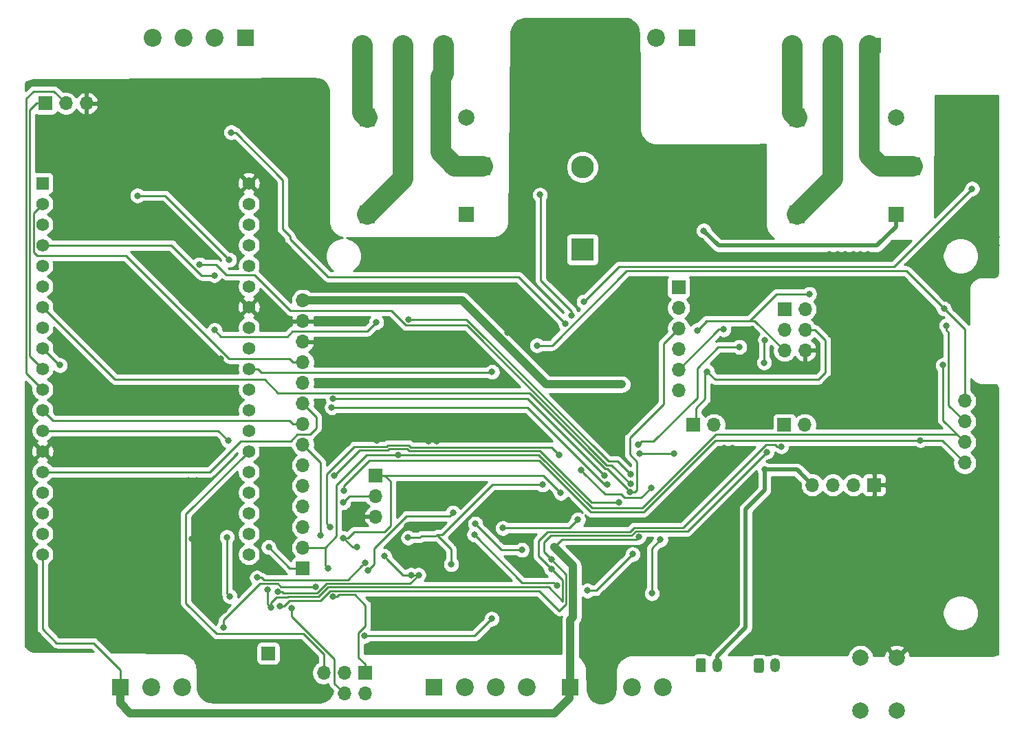
<source format=gbr>
G04 #@! TF.GenerationSoftware,KiCad,Pcbnew,(5.1.5)-3*
G04 #@! TF.CreationDate,2021-04-06T09:22:38+01:00*
G04 #@! TF.ProjectId,ControllerCircuit,436f6e74-726f-46c6-9c65-724369726375,1.1*
G04 #@! TF.SameCoordinates,Original*
G04 #@! TF.FileFunction,Copper,L2,Bot*
G04 #@! TF.FilePolarity,Positive*
%FSLAX46Y46*%
G04 Gerber Fmt 4.6, Leading zero omitted, Abs format (unit mm)*
G04 Created by KiCad (PCBNEW (5.1.5)-3) date 2021-04-06 09:22:38*
%MOMM*%
%LPD*%
G04 APERTURE LIST*
G04 #@! TA.AperFunction,ComponentPad*
%ADD10C,2.000000*%
G04 #@! TD*
G04 #@! TA.AperFunction,ComponentPad*
%ADD11O,1.700000X1.700000*%
G04 #@! TD*
G04 #@! TA.AperFunction,ComponentPad*
%ADD12R,1.700000X1.700000*%
G04 #@! TD*
G04 #@! TA.AperFunction,ComponentPad*
%ADD13O,2.800000X2.800000*%
G04 #@! TD*
G04 #@! TA.AperFunction,ComponentPad*
%ADD14R,2.800000X2.800000*%
G04 #@! TD*
G04 #@! TA.AperFunction,ComponentPad*
%ADD15C,2.200000*%
G04 #@! TD*
G04 #@! TA.AperFunction,ComponentPad*
%ADD16R,2.000000X2.000000*%
G04 #@! TD*
G04 #@! TA.AperFunction,ComponentPad*
%ADD17O,1.200000X1.750000*%
G04 #@! TD*
G04 #@! TA.AperFunction,ComponentPad*
%ADD18C,0.100000*%
G04 #@! TD*
G04 #@! TA.AperFunction,ComponentPad*
%ADD19C,1.560000*%
G04 #@! TD*
G04 #@! TA.AperFunction,ComponentPad*
%ADD20R,1.560000X1.560000*%
G04 #@! TD*
G04 #@! TA.AperFunction,ComponentPad*
%ADD21R,1.980000X1.980000*%
G04 #@! TD*
G04 #@! TA.AperFunction,ComponentPad*
%ADD22R,1.900000X2.200000*%
G04 #@! TD*
G04 #@! TA.AperFunction,ComponentPad*
%ADD23C,1.900000*%
G04 #@! TD*
G04 #@! TA.AperFunction,ComponentPad*
%ADD24R,1.900000X1.900000*%
G04 #@! TD*
G04 #@! TA.AperFunction,ViaPad*
%ADD25C,0.800000*%
G04 #@! TD*
G04 #@! TA.AperFunction,Conductor*
%ADD26C,0.250000*%
G04 #@! TD*
G04 #@! TA.AperFunction,Conductor*
%ADD27C,1.000000*%
G04 #@! TD*
G04 #@! TA.AperFunction,Conductor*
%ADD28C,0.500000*%
G04 #@! TD*
G04 #@! TA.AperFunction,Conductor*
%ADD29C,2.500000*%
G04 #@! TD*
G04 #@! TA.AperFunction,Conductor*
%ADD30C,0.254000*%
G04 #@! TD*
G04 APERTURE END LIST*
D10*
G04 #@! TO.P,SW1,1*
G04 #@! TO.N,Net-(J13-Pad1)*
X192960000Y-129870000D03*
G04 #@! TO.P,SW1,2*
G04 #@! TO.N,GND*
X197460000Y-129870000D03*
G04 #@! TO.P,SW1,1*
G04 #@! TO.N,Net-(J13-Pad1)*
X192960000Y-136370000D03*
G04 #@! TO.P,SW1,2*
G04 #@! TO.N,GND*
X197460000Y-136370000D03*
G04 #@! TD*
D11*
G04 #@! TO.P,J13,3*
G04 #@! TO.N,GND*
X133240000Y-112490000D03*
G04 #@! TO.P,J13,2*
G04 #@! TO.N,Net-(J13-Pad2)*
X133240000Y-109950000D03*
D12*
G04 #@! TO.P,J13,1*
G04 #@! TO.N,Net-(J13-Pad1)*
X133240000Y-107410000D03*
G04 #@! TD*
D11*
G04 #@! TO.P,J14,4*
G04 #@! TO.N,+3V3*
X187030000Y-108610000D03*
G04 #@! TO.P,J14,3*
G04 #@! TO.N,/IO35_INPUT*
X189570000Y-108610000D03*
G04 #@! TO.P,J14,2*
G04 #@! TO.N,/IO33*
X192110000Y-108610000D03*
D12*
G04 #@! TO.P,J14,1*
G04 #@! TO.N,GND*
X194650000Y-108610000D03*
G04 #@! TD*
D13*
G04 #@! TO.P,D7,2*
G04 #@! TO.N,Net-(D7-Pad2)*
X158720000Y-69440000D03*
D14*
G04 #@! TO.P,D7,1*
G04 #@! TO.N,FUSED5V*
X158720000Y-79600000D03*
G04 #@! TD*
D11*
G04 #@! TO.P,LCD1,SD2*
G04 #@! TO.N,/VSPI_MISO*
X205800000Y-103335000D03*
G04 #@! TO.P,LCD1,SD3*
G04 #@! TO.N,/VSPI_MOSI*
X205800000Y-100795000D03*
G04 #@! TO.P,LCD1,SD4*
G04 #@! TO.N,/IO5*
X205800000Y-98255000D03*
G04 #@! TO.P,LCD1,SD1*
G04 #@! TO.N,/VSPI_CLK*
X205800000Y-105875000D03*
G04 #@! TO.P,LCD1,14*
G04 #@! TO.N,+3V3*
X124300000Y-85855000D03*
G04 #@! TO.P,LCD1,13*
G04 #@! TO.N,GND*
X124300000Y-88395000D03*
G04 #@! TO.P,LCD1,12*
X124300000Y-90935000D03*
G04 #@! TO.P,LCD1,11*
G04 #@! TO.N,/RESET*
X124300000Y-93475000D03*
G04 #@! TO.P,LCD1,10*
G04 #@! TO.N,/DISPLAY_DC*
X124300000Y-96015000D03*
G04 #@! TO.P,LCD1,9*
G04 #@! TO.N,/HSPI_MOSI*
X124300000Y-98555000D03*
G04 #@! TO.P,LCD1,8*
G04 #@! TO.N,/HSPI_CLK*
X124300000Y-101095000D03*
G04 #@! TO.P,LCD1,7*
G04 #@! TO.N,Net-(LCD1-Pad7)*
X124300000Y-103635000D03*
G04 #@! TO.P,LCD1,6*
G04 #@! TO.N,/HSPI_MISO*
X124300000Y-106175000D03*
G04 #@! TO.P,LCD1,5*
G04 #@! TO.N,/VSPI_CLK*
X124300000Y-108715000D03*
G04 #@! TO.P,LCD1,4*
G04 #@! TO.N,/IO4*
X124300000Y-111255000D03*
G04 #@! TO.P,LCD1,3*
G04 #@! TO.N,/VSPI_MOSI*
X124300000Y-113795000D03*
G04 #@! TO.P,LCD1,2*
G04 #@! TO.N,/VSPI_MISO*
X124300000Y-116335000D03*
D12*
G04 #@! TO.P,LCD1,1*
G04 #@! TO.N,/IO36_INPUT*
X124300000Y-118875000D03*
G04 #@! TD*
D15*
G04 #@! TO.P,J5,4*
G04 #@! TO.N,GND*
X160220000Y-53480000D03*
G04 #@! TO.P,J5,3*
X164030000Y-53480000D03*
G04 #@! TO.P,J5,2*
G04 #@! TO.N,+5V*
X167840000Y-53480000D03*
D16*
G04 #@! TO.P,J5,1*
X171650000Y-53480000D03*
G04 #@! TD*
D15*
G04 #@! TO.P,J12,4*
G04 #@! TO.N,Net-(J12-Pad4)*
X105800000Y-53530000D03*
G04 #@! TO.P,J12,3*
G04 #@! TO.N,Net-(J12-Pad3)*
X109610000Y-53530000D03*
G04 #@! TO.P,J12,2*
G04 #@! TO.N,Net-(J12-Pad2)*
X113420000Y-53530000D03*
D16*
G04 #@! TO.P,J12,1*
G04 #@! TO.N,Net-(J12-Pad1)*
X117230000Y-53530000D03*
G04 #@! TD*
D17*
G04 #@! TO.P,TX1,2*
G04 #@! TO.N,Net-(TX1-Pad2)*
X182456260Y-130849600D03*
G04 #@! TA.AperFunction,ComponentPad*
D18*
G04 #@! TO.P,TX1,1*
G04 #@! TO.N,Net-(TX1-Pad1)*
G36*
X180830765Y-129975804D02*
G01*
X180855033Y-129979404D01*
X180878832Y-129985365D01*
X180901931Y-129993630D01*
X180924110Y-130004120D01*
X180945153Y-130016732D01*
X180964859Y-130031347D01*
X180983037Y-130047823D01*
X180999513Y-130066001D01*
X181014128Y-130085707D01*
X181026740Y-130106750D01*
X181037230Y-130128929D01*
X181045495Y-130152028D01*
X181051456Y-130175827D01*
X181055056Y-130200095D01*
X181056260Y-130224599D01*
X181056260Y-131474601D01*
X181055056Y-131499105D01*
X181051456Y-131523373D01*
X181045495Y-131547172D01*
X181037230Y-131570271D01*
X181026740Y-131592450D01*
X181014128Y-131613493D01*
X180999513Y-131633199D01*
X180983037Y-131651377D01*
X180964859Y-131667853D01*
X180945153Y-131682468D01*
X180924110Y-131695080D01*
X180901931Y-131705570D01*
X180878832Y-131713835D01*
X180855033Y-131719796D01*
X180830765Y-131723396D01*
X180806261Y-131724600D01*
X180106259Y-131724600D01*
X180081755Y-131723396D01*
X180057487Y-131719796D01*
X180033688Y-131713835D01*
X180010589Y-131705570D01*
X179988410Y-131695080D01*
X179967367Y-131682468D01*
X179947661Y-131667853D01*
X179929483Y-131651377D01*
X179913007Y-131633199D01*
X179898392Y-131613493D01*
X179885780Y-131592450D01*
X179875290Y-131570271D01*
X179867025Y-131547172D01*
X179861064Y-131523373D01*
X179857464Y-131499105D01*
X179856260Y-131474601D01*
X179856260Y-130224599D01*
X179857464Y-130200095D01*
X179861064Y-130175827D01*
X179867025Y-130152028D01*
X179875290Y-130128929D01*
X179885780Y-130106750D01*
X179898392Y-130085707D01*
X179913007Y-130066001D01*
X179929483Y-130047823D01*
X179947661Y-130031347D01*
X179967367Y-130016732D01*
X179988410Y-130004120D01*
X180010589Y-129993630D01*
X180033688Y-129985365D01*
X180057487Y-129979404D01*
X180081755Y-129975804D01*
X180106259Y-129974600D01*
X180806261Y-129974600D01*
X180830765Y-129975804D01*
G37*
G04 #@! TD.AperFunction*
G04 #@! TD*
D17*
G04 #@! TO.P,RX1,2*
G04 #@! TO.N,+3V3*
X175330720Y-130819600D03*
G04 #@! TA.AperFunction,ComponentPad*
D18*
G04 #@! TO.P,RX1,1*
G04 #@! TO.N,/IO2*
G36*
X173705225Y-129945804D02*
G01*
X173729493Y-129949404D01*
X173753292Y-129955365D01*
X173776391Y-129963630D01*
X173798570Y-129974120D01*
X173819613Y-129986732D01*
X173839319Y-130001347D01*
X173857497Y-130017823D01*
X173873973Y-130036001D01*
X173888588Y-130055707D01*
X173901200Y-130076750D01*
X173911690Y-130098929D01*
X173919955Y-130122028D01*
X173925916Y-130145827D01*
X173929516Y-130170095D01*
X173930720Y-130194599D01*
X173930720Y-131444601D01*
X173929516Y-131469105D01*
X173925916Y-131493373D01*
X173919955Y-131517172D01*
X173911690Y-131540271D01*
X173901200Y-131562450D01*
X173888588Y-131583493D01*
X173873973Y-131603199D01*
X173857497Y-131621377D01*
X173839319Y-131637853D01*
X173819613Y-131652468D01*
X173798570Y-131665080D01*
X173776391Y-131675570D01*
X173753292Y-131683835D01*
X173729493Y-131689796D01*
X173705225Y-131693396D01*
X173680721Y-131694600D01*
X172980719Y-131694600D01*
X172956215Y-131693396D01*
X172931947Y-131689796D01*
X172908148Y-131683835D01*
X172885049Y-131675570D01*
X172862870Y-131665080D01*
X172841827Y-131652468D01*
X172822121Y-131637853D01*
X172803943Y-131621377D01*
X172787467Y-131603199D01*
X172772852Y-131583493D01*
X172760240Y-131562450D01*
X172749750Y-131540271D01*
X172741485Y-131517172D01*
X172735524Y-131493373D01*
X172731924Y-131469105D01*
X172730720Y-131444601D01*
X172730720Y-130194599D01*
X172731924Y-130170095D01*
X172735524Y-130145827D01*
X172741485Y-130122028D01*
X172749750Y-130098929D01*
X172760240Y-130076750D01*
X172772852Y-130055707D01*
X172787467Y-130036001D01*
X172803943Y-130017823D01*
X172822121Y-130001347D01*
X172841827Y-129986732D01*
X172862870Y-129974120D01*
X172885049Y-129963630D01*
X172908148Y-129955365D01*
X172931947Y-129949404D01*
X172956215Y-129945804D01*
X172980719Y-129944600D01*
X173680721Y-129944600D01*
X173705225Y-129945804D01*
G37*
G04 #@! TD.AperFunction*
G04 #@! TD*
D11*
G04 #@! TO.P,JP3,2*
G04 #@! TO.N,/IO27*
X174919360Y-101185240D03*
D12*
G04 #@! TO.P,JP3,1*
X172379360Y-101185240D03*
G04 #@! TD*
D11*
G04 #@! TO.P,JP2,2*
G04 #@! TO.N,/IO26*
X186115680Y-101185240D03*
D12*
G04 #@! TO.P,JP2,1*
X183575680Y-101185240D03*
G04 #@! TD*
D11*
G04 #@! TO.P,J11,3*
G04 #@! TO.N,GND*
X97686860Y-61591720D03*
G04 #@! TO.P,J11,2*
G04 #@! TO.N,/IO27*
X95146860Y-61591720D03*
D12*
G04 #@! TO.P,J11,1*
G04 #@! TO.N,/IO26*
X92606860Y-61591720D03*
G04 #@! TD*
D11*
G04 #@! TO.P,J10,2*
G04 #@! TO.N,GND*
X117510000Y-129350000D03*
D12*
G04 #@! TO.P,J10,1*
G04 #@! TO.N,Net-(J10-Pad1)*
X120050000Y-129350000D03*
G04 #@! TD*
D11*
G04 #@! TO.P,J9,6*
G04 #@! TO.N,Net-(J9-Pad6)*
X170573420Y-96933280D03*
G04 #@! TO.P,J9,5*
G04 #@! TO.N,Net-(J9-Pad5)*
X170573420Y-94393280D03*
G04 #@! TO.P,J9,4*
G04 #@! TO.N,Net-(J9-Pad4)*
X170573420Y-91853280D03*
G04 #@! TO.P,J9,3*
G04 #@! TO.N,/IO32*
X170573420Y-89313280D03*
G04 #@! TO.P,J9,2*
G04 #@! TO.N,Net-(J9-Pad2)*
X170573420Y-86773280D03*
D12*
G04 #@! TO.P,J9,1*
G04 #@! TO.N,Net-(J9-Pad1)*
X170573420Y-84233280D03*
G04 #@! TD*
D11*
G04 #@! TO.P,J8,6*
G04 #@! TO.N,GND*
X126870000Y-134290000D03*
G04 #@! TO.P,J8,5*
G04 #@! TO.N,/AVRISP_RESET*
X126870000Y-131750000D03*
G04 #@! TO.P,J8,4*
G04 #@! TO.N,/VSPI_MOSI*
X129410000Y-134290000D03*
G04 #@! TO.P,J8,3*
G04 #@! TO.N,/VSPI_CLK*
X129410000Y-131750000D03*
G04 #@! TO.P,J8,2*
G04 #@! TO.N,+3V3*
X131950000Y-134290000D03*
D12*
G04 #@! TO.P,J8,1*
G04 #@! TO.N,/VSPI_MISO*
X131950000Y-131750000D03*
G04 #@! TD*
D11*
G04 #@! TO.P,J6,6*
G04 #@! TO.N,GND*
X186151240Y-92026000D03*
G04 #@! TO.P,J6,5*
G04 #@! TO.N,Net-(J6-Pad5)*
X183611240Y-92026000D03*
G04 #@! TO.P,J6,4*
G04 #@! TO.N,/IO27*
X186151240Y-89486000D03*
G04 #@! TO.P,J6,3*
G04 #@! TO.N,/IO26*
X183611240Y-89486000D03*
G04 #@! TO.P,J6,2*
G04 #@! TO.N,+3V3*
X186151240Y-86946000D03*
D12*
G04 #@! TO.P,J6,1*
G04 #@! TO.N,Net-(J6-Pad1)*
X183611240Y-86946000D03*
G04 #@! TD*
D19*
G04 #@! TO.P,U4,38*
G04 #@! TO.N,N/C*
X117656394Y-117150000D03*
G04 #@! TO.P,U4,37*
X117656394Y-114610000D03*
G04 #@! TO.P,U4,36*
X117656394Y-112070000D03*
G04 #@! TO.P,U4,35*
G04 #@! TO.N,/DISPLAY_DC*
X117656394Y-109530000D03*
G04 #@! TO.P,U4,34*
G04 #@! TO.N,/IO2*
X117656394Y-106990000D03*
G04 #@! TO.P,U4,33*
G04 #@! TO.N,/AVRISP_RESET*
X117656394Y-104450000D03*
G04 #@! TO.P,U4,32*
G04 #@! TO.N,/IO4*
X117656394Y-101910000D03*
G04 #@! TO.P,U4,31*
G04 #@! TO.N,/CANBUS_TX*
X117656394Y-99370000D03*
G04 #@! TO.P,U4,30*
G04 #@! TO.N,/CANBUS_RX*
X117656394Y-96830000D03*
G04 #@! TO.P,U4,29*
G04 #@! TO.N,/IO5*
X117656394Y-94290000D03*
G04 #@! TO.P,U4,28*
G04 #@! TO.N,/VSPI_CLK*
X117656394Y-91750000D03*
G04 #@! TO.P,U4,27*
G04 #@! TO.N,/VSPI_MISO*
X117656394Y-89210000D03*
G04 #@! TO.P,U4,26*
G04 #@! TO.N,GND*
X117656394Y-86670000D03*
G04 #@! TO.P,U4,25*
G04 #@! TO.N,/IO21*
X117656394Y-84130000D03*
G04 #@! TO.P,U4,24*
G04 #@! TO.N,N/C*
X117656394Y-81590000D03*
G04 #@! TO.P,U4,23*
X117656394Y-79050000D03*
G04 #@! TO.P,U4,22*
G04 #@! TO.N,/IO22*
X117656394Y-76510000D03*
G04 #@! TO.P,U4,21*
G04 #@! TO.N,/VSPI_MOSI*
X117656394Y-73970000D03*
G04 #@! TO.P,U4,20*
G04 #@! TO.N,GND*
X117656394Y-71430000D03*
G04 #@! TO.P,U4,18*
G04 #@! TO.N,N/C*
X92256394Y-114610000D03*
G04 #@! TO.P,U4,17*
X92256394Y-112070000D03*
G04 #@! TO.P,U4,16*
X92256394Y-109530000D03*
G04 #@! TO.P,U4,15*
G04 #@! TO.N,/HSPI_MOSI*
X92256394Y-106990000D03*
G04 #@! TO.P,U4,14*
G04 #@! TO.N,GND*
X92256394Y-104450000D03*
G04 #@! TO.P,U4,13*
G04 #@! TO.N,/HSPI_MISO*
X92256394Y-101910000D03*
G04 #@! TO.P,U4,12*
G04 #@! TO.N,/HSPI_CLK*
X92256394Y-99370000D03*
G04 #@! TO.P,U4,11*
G04 #@! TO.N,/IO27*
X92256394Y-96830000D03*
G04 #@! TO.P,U4,10*
G04 #@! TO.N,/IO26*
X92256394Y-94290000D03*
G04 #@! TO.P,U4,9*
G04 #@! TO.N,/IO25*
X92256394Y-91750000D03*
G04 #@! TO.P,U4,8*
G04 #@! TO.N,/IO33*
X92256394Y-89210000D03*
G04 #@! TO.P,U4,7*
G04 #@! TO.N,/IO32*
X92256394Y-86670000D03*
G04 #@! TO.P,U4,6*
G04 #@! TO.N,/IO35_INPUT*
X92256394Y-84130000D03*
G04 #@! TO.P,U4,5*
G04 #@! TO.N,/IO34_INPUT*
X92256394Y-81590000D03*
G04 #@! TO.P,U4,4*
G04 #@! TO.N,/IO39_INPUT*
X92256394Y-79050000D03*
G04 #@! TO.P,U4,3*
G04 #@! TO.N,/IO36_INPUT*
X92256394Y-76510000D03*
G04 #@! TO.P,U4,19*
G04 #@! TO.N,FUSED5V*
X92256394Y-117150000D03*
G04 #@! TO.P,U4,2*
G04 #@! TO.N,/RESET*
X92256394Y-73970000D03*
D20*
G04 #@! TO.P,U4,1*
G04 #@! TO.N,N/C*
X92256394Y-71430000D03*
G04 #@! TD*
D21*
G04 #@! TO.P,K2,A1*
G04 #@! TO.N,FUSED5V*
X144475000Y-75300000D03*
D22*
G04 #@! TO.P,K2,COM*
G04 #@! TO.N,Net-(J3-Pad1)*
X146475000Y-69300000D03*
D10*
G04 #@! TO.P,K2,A2*
G04 #@! TO.N,Net-(D4-Pad1)*
X144475000Y-63300000D03*
D22*
G04 #@! TO.P,K2,NO*
G04 #@! TO.N,Net-(J3-Pad3)*
X132275000Y-63300000D03*
G04 #@! TO.P,K2,NC*
G04 #@! TO.N,Net-(J3-Pad2)*
X132275000Y-75300000D03*
G04 #@! TD*
D21*
G04 #@! TO.P,K1,A1*
G04 #@! TO.N,FUSED5V*
X197340000Y-75300000D03*
D22*
G04 #@! TO.P,K1,COM*
G04 #@! TO.N,Net-(J2-Pad1)*
X199340000Y-69300000D03*
D10*
G04 #@! TO.P,K1,A2*
G04 #@! TO.N,Net-(D2-Pad2)*
X197340000Y-63300000D03*
D22*
G04 #@! TO.P,K1,NO*
G04 #@! TO.N,Net-(J2-Pad3)*
X185140000Y-63300000D03*
G04 #@! TO.P,K1,NC*
G04 #@! TO.N,Net-(J2-Pad2)*
X185140000Y-75300000D03*
G04 #@! TD*
D15*
G04 #@! TO.P,J7,4*
G04 #@! TO.N,Net-(D8-Pad1)*
X168679020Y-133488660D03*
G04 #@! TO.P,J7,3*
G04 #@! TO.N,Net-(D8-Pad2)*
X164869020Y-133488660D03*
G04 #@! TO.P,J7,2*
G04 #@! TO.N,GND*
X161059020Y-133488660D03*
D16*
G04 #@! TO.P,J7,1*
G04 #@! TO.N,FUSED5V*
X157249020Y-133488660D03*
G04 #@! TD*
D15*
G04 #@! TO.P,J4,4*
G04 #@! TO.N,/EXT_IO_D*
X151855686Y-133503660D03*
G04 #@! TO.P,J4,3*
G04 #@! TO.N,/EXT_IO_C*
X148045686Y-133503660D03*
G04 #@! TO.P,J4,2*
G04 #@! TO.N,/EXT_IO_B*
X144235686Y-133503660D03*
D16*
G04 #@! TO.P,J4,1*
G04 #@! TO.N,/EXT_IO_A*
X140425686Y-133503660D03*
G04 #@! TD*
D23*
G04 #@! TO.P,J3,3*
G04 #@! TO.N,Net-(J3-Pad3)*
X131685000Y-54450000D03*
G04 #@! TO.P,J3,2*
G04 #@! TO.N,Net-(J3-Pad2)*
X136685000Y-54450000D03*
D24*
G04 #@! TO.P,J3,1*
G04 #@! TO.N,Net-(J3-Pad1)*
X141685000Y-54450000D03*
G04 #@! TD*
D23*
G04 #@! TO.P,J2,3*
G04 #@! TO.N,Net-(J2-Pad3)*
X184550000Y-54450000D03*
G04 #@! TO.P,J2,2*
G04 #@! TO.N,Net-(J2-Pad2)*
X189550000Y-54450000D03*
D24*
G04 #@! TO.P,J2,1*
G04 #@! TO.N,Net-(J2-Pad1)*
X194550000Y-54450000D03*
G04 #@! TD*
D15*
G04 #@! TO.P,J1,4*
G04 #@! TO.N,GND*
X113270000Y-133500000D03*
G04 #@! TO.P,J1,3*
G04 #@! TO.N,Net-(J1-Pad3)*
X109460000Y-133500000D03*
G04 #@! TO.P,J1,2*
G04 #@! TO.N,Net-(J1-Pad2)*
X105650000Y-133500000D03*
D16*
G04 #@! TO.P,J1,1*
G04 #@! TO.N,FUSED5V*
X101840000Y-133500000D03*
G04 #@! TD*
D25*
G04 #@! TO.N,GND*
X159950000Y-117900000D03*
X175670000Y-80460000D03*
X177670840Y-80464000D03*
X176670840Y-80464000D03*
X178620840Y-80464000D03*
X203250000Y-63750000D03*
X203250000Y-62750000D03*
X202750000Y-67250000D03*
X202750000Y-68250000D03*
X150500000Y-60500000D03*
X151500000Y-60500000D03*
X152750000Y-64500000D03*
X180575000Y-69575000D03*
X180575000Y-68575000D03*
X179625000Y-68575000D03*
X179625000Y-69575000D03*
X151499940Y-89860560D03*
X151499940Y-88860560D03*
X149549940Y-88860560D03*
X149549940Y-89860560D03*
X150549940Y-88860560D03*
X150549940Y-89860560D03*
X148842480Y-115340000D03*
X140360000Y-113540000D03*
X139350000Y-110450000D03*
X140350000Y-110450000D03*
X139350000Y-111450000D03*
X140350000Y-111450000D03*
X120950000Y-89300000D03*
X120950000Y-88300000D03*
X157750000Y-62100000D03*
X158750000Y-62100000D03*
X157750000Y-63000000D03*
X158750000Y-63000000D03*
X101111340Y-128600000D03*
X102111340Y-128600000D03*
X103061340Y-128600000D03*
X208795000Y-79055000D03*
X207795000Y-79055000D03*
X207795000Y-78055000D03*
X208795000Y-78055000D03*
X209745000Y-79055000D03*
X209745000Y-78055000D03*
X187202220Y-94092560D03*
X185252220Y-94092560D03*
X186252220Y-94092560D03*
X167250000Y-69800000D03*
X173050000Y-69600000D03*
X174150000Y-69600000D03*
X157490000Y-65910000D03*
X158390000Y-65910000D03*
X120850000Y-71500000D03*
X184609320Y-123079980D03*
X186559320Y-124079980D03*
X186559320Y-123079980D03*
X185609320Y-123079980D03*
X209069320Y-119553760D03*
X208119320Y-119553760D03*
X208119320Y-120553760D03*
X207119320Y-120553760D03*
X209069320Y-120553760D03*
X142423260Y-91657180D03*
X141473260Y-91657180D03*
X141483260Y-92937180D03*
X140483260Y-92937180D03*
X142433260Y-92937180D03*
X140473260Y-91657180D03*
X108312540Y-115213420D03*
X107312540Y-115213420D03*
X108312540Y-114213420D03*
X107312540Y-114213420D03*
X110650240Y-92168320D03*
X110650240Y-93168320D03*
X109700240Y-93168320D03*
X109700240Y-92168320D03*
X108700240Y-93168320D03*
X108700240Y-92168320D03*
X114216400Y-94047160D03*
X114216400Y-93047160D03*
X109807680Y-97509940D03*
X110807680Y-97509940D03*
X110807680Y-98509940D03*
X109807680Y-98509940D03*
X101526560Y-87722560D03*
X100576560Y-87722560D03*
X101526560Y-86722560D03*
X99576560Y-87722560D03*
X100576560Y-86722560D03*
X99576560Y-86722560D03*
X164969480Y-98027700D03*
X166919480Y-99027700D03*
X166919480Y-98027700D03*
X165969480Y-98027700D03*
X164969480Y-99027700D03*
X165969480Y-99027700D03*
X145654700Y-102675540D03*
X145654700Y-101675540D03*
X141164120Y-96181500D03*
X142164120Y-96181500D03*
X152158220Y-126604320D03*
X153158220Y-126604320D03*
X110701000Y-104892960D03*
X109701000Y-104892960D03*
X110701000Y-103892960D03*
X109701000Y-103892960D03*
X111216620Y-108045100D03*
X110216620Y-108045100D03*
X102390120Y-114948820D03*
X102390120Y-113948820D03*
X101390120Y-114948820D03*
X101390120Y-113948820D03*
X176507180Y-115294760D03*
X176507180Y-114294760D03*
X175507180Y-115294760D03*
X175507180Y-114294760D03*
X198833960Y-97870620D03*
X197883960Y-97870620D03*
X197883960Y-98870620D03*
X196883960Y-98870620D03*
X198833960Y-98870620D03*
X196883960Y-97870620D03*
X181833240Y-84466960D03*
X176931040Y-85493120D03*
X167687160Y-85867320D03*
X167637160Y-83817320D03*
X168587160Y-84817320D03*
X167687160Y-86867320D03*
X167637160Y-84817320D03*
X168587160Y-83817320D03*
X178807280Y-99734220D03*
X179757280Y-99734220D03*
X177807280Y-99734220D03*
X148680000Y-123490000D03*
X140766980Y-103191160D03*
X139766980Y-103191160D03*
X139766980Y-102191160D03*
X140766980Y-102191160D03*
X133414440Y-103104800D03*
X133414440Y-102104800D03*
X126968120Y-102403500D03*
X127968120Y-102403500D03*
X147934340Y-111650140D03*
X146934340Y-111650140D03*
X154206360Y-111680620D03*
X155206360Y-111680620D03*
X99608820Y-77367740D03*
X98608820Y-77367740D03*
X138499940Y-81860560D03*
X136549940Y-81860560D03*
X136549940Y-80860560D03*
X138499940Y-80860560D03*
X137549940Y-81860560D03*
X137549940Y-80860560D03*
X113299940Y-70530560D03*
X113299940Y-69530560D03*
X112349940Y-69530560D03*
X112349940Y-70530560D03*
X111349940Y-70530560D03*
X111349940Y-69530560D03*
X124499940Y-66860560D03*
X124499940Y-67860560D03*
X122549940Y-66860560D03*
X123549940Y-66860560D03*
X123549940Y-67860560D03*
X122549940Y-67860560D03*
X111662540Y-115233420D03*
X110662540Y-115233420D03*
X114650000Y-128600000D03*
X112350000Y-120200000D03*
X142250000Y-126040000D03*
X185609320Y-124079980D03*
X184609320Y-124079980D03*
X193920840Y-80214000D03*
X192970840Y-80214000D03*
X176400000Y-94300000D03*
X159069480Y-94827700D03*
X160019480Y-94827700D03*
X159069480Y-93827700D03*
X160019480Y-93827700D03*
X207233960Y-109670620D03*
X206283960Y-109670620D03*
X205283960Y-110670620D03*
X206283960Y-110670620D03*
X205283960Y-109670620D03*
X207233960Y-110670620D03*
X198563960Y-92280620D03*
X197563960Y-92280620D03*
X199513960Y-92280620D03*
X144330000Y-116930000D03*
X120732420Y-113565880D03*
X120732420Y-114565880D03*
X96129940Y-65770560D03*
X98079940Y-65770560D03*
X97129940Y-65770560D03*
X160600000Y-113120000D03*
X161630000Y-113120000D03*
X170730000Y-112880000D03*
X170704580Y-123743380D03*
X170704580Y-124743380D03*
X159554580Y-123353380D03*
X159554580Y-124353380D03*
X111279856Y-122095176D03*
X114650000Y-124010000D03*
X167883380Y-128995420D03*
X166883380Y-128995420D03*
X163014580Y-128723380D03*
X163014580Y-127723380D03*
X197979320Y-119873760D03*
X198929320Y-120873760D03*
X198929320Y-119873760D03*
X197979320Y-120873760D03*
X196979320Y-120873760D03*
X196979320Y-119873760D03*
X111150000Y-126590000D03*
X191120840Y-80214000D03*
X192070840Y-80214000D03*
X190120840Y-80214000D03*
X189120000Y-80210000D03*
X158060840Y-83004000D03*
X157060000Y-83000000D03*
X152020840Y-80964000D03*
X151020000Y-80960000D03*
X207100000Y-119540000D03*
X202615000Y-80855000D03*
X201665000Y-80855000D03*
X200665000Y-79855000D03*
X201665000Y-79855000D03*
X202615000Y-79855000D03*
X200665000Y-80855000D03*
X147560000Y-123490000D03*
X149880000Y-123490000D03*
X162950840Y-74674000D03*
X161950000Y-74670000D03*
X137180000Y-113600000D03*
X130970000Y-112010000D03*
X177197180Y-104024760D03*
X176197180Y-104024760D03*
X146040000Y-108600000D03*
X145040000Y-108600000D03*
X136400000Y-108780000D03*
X137400000Y-108780000D03*
X136000000Y-116920000D03*
X143740000Y-114320000D03*
X131169940Y-84180560D03*
X129219940Y-84180560D03*
X130219940Y-84180560D03*
G04 #@! TO.N,+3V3*
X158177000Y-112848880D03*
X148933900Y-113905560D03*
X115238260Y-80857620D03*
X103950000Y-72940000D03*
X163600000Y-96200000D03*
X167280000Y-121960000D03*
X168350000Y-115340000D03*
X181160002Y-106720000D03*
X138560000Y-119680000D03*
X121196953Y-121729486D03*
X137620000Y-119680000D03*
X134320000Y-117350000D03*
G04 #@! TO.N,/IO33*
X137341340Y-88205840D03*
X164650000Y-107300000D03*
X113450000Y-89520000D03*
X133355266Y-88559947D03*
G04 #@! TO.N,/IO32*
X164620490Y-109454990D03*
G04 #@! TO.N,/IO35_INPUT*
X164650000Y-108450000D03*
X111562911Y-81429988D03*
G04 #@! TO.N,/IO34_INPUT*
X114963940Y-115025700D03*
X115290000Y-122310000D03*
G04 #@! TO.N,/IO39_INPUT*
X155574948Y-121030260D03*
X145410000Y-114710000D03*
X113420000Y-82770000D03*
G04 #@! TO.N,/VSPI_CLK*
X129350000Y-109300000D03*
X200350000Y-103100000D03*
G04 #@! TO.N,/VSPI_MOSI*
X127650000Y-113799996D03*
X155868456Y-104883501D03*
X165750000Y-104700000D03*
X170000000Y-104750000D03*
X122890000Y-123810000D03*
X203550000Y-88950000D03*
G04 #@! TO.N,/VSPI_MISO*
X127410000Y-118910000D03*
X127970000Y-122370000D03*
X203100000Y-93850000D03*
X136050000Y-104865021D03*
G04 #@! TO.N,/RESET*
X178046790Y-91596790D03*
X165600002Y-103650000D03*
X142580000Y-118380000D03*
X137274990Y-115087079D03*
X153820000Y-108560000D03*
G04 #@! TO.N,FUSED5V*
X155258500Y-116239820D03*
X173662085Y-77263989D03*
X165660000Y-115010000D03*
G04 #@! TO.N,/CANBUS_TX*
X161800002Y-108500000D03*
X127870000Y-99040000D03*
G04 #@! TO.N,/CANBUS_RX*
X161472344Y-107477664D03*
X128024990Y-97975010D03*
G04 #@! TO.N,/RELAY1*
X206700000Y-72100000D03*
X158900000Y-86010000D03*
G04 #@! TO.N,/RELAY2*
X153500000Y-72850000D03*
X157350000Y-87750000D03*
G04 #@! TO.N,/DISPLAY_LED*
X114572773Y-126151907D03*
X125858116Y-121120740D03*
G04 #@! TO.N,/IO22*
X132350000Y-119100000D03*
X142794152Y-112009471D03*
G04 #@! TO.N,/IO36_INPUT*
X120100000Y-116260000D03*
G04 #@! TO.N,/HSPI_MISO*
X115111260Y-103125800D03*
G04 #@! TO.N,/IO5*
X147597860Y-94665060D03*
X153135060Y-91401160D03*
X203235000Y-86875000D03*
G04 #@! TO.N,/IO25*
X94405180Y-93844640D03*
X118660000Y-120010000D03*
X131995854Y-118164798D03*
G04 #@! TO.N,/IO27*
X174088780Y-94632040D03*
X154903620Y-117767563D03*
X181415154Y-104530166D03*
X121460000Y-123500000D03*
G04 #@! TO.N,/IO26*
X183230000Y-103855021D03*
X154895280Y-118932220D03*
X120400008Y-123660447D03*
X119990000Y-121500000D03*
G04 #@! TO.N,/IO2*
X128140000Y-107440000D03*
X163240000Y-110734979D03*
G04 #@! TO.N,/RELAY3_SSR*
X115477500Y-65160008D03*
X156652340Y-88742340D03*
G04 #@! TO.N,Net-(LCD1-Pad7)*
X126490000Y-114830000D03*
G04 #@! TO.N,Net-(J9-Pad5)*
X176087760Y-89437740D03*
G04 #@! TO.N,Net-(J6-Pad5)*
X172841640Y-89539340D03*
X186660000Y-85080000D03*
G04 #@! TO.N,Net-(J6-Pad1)*
X181096640Y-93527140D03*
X181216020Y-90725520D03*
G04 #@! TO.N,Net-(J13-Pad1)*
X129320000Y-115150000D03*
X130990000Y-116260000D03*
X167210000Y-108940000D03*
X158540000Y-106770000D03*
X156070000Y-109590000D03*
G04 #@! TO.N,Net-(J13-Pad2)*
X129280000Y-110740000D03*
G04 #@! TO.N,/RELAY4_SSR*
X151270000Y-116590000D03*
X145537660Y-113372340D03*
G04 #@! TO.N,/CANBUS_S*
X159340000Y-121620000D03*
X164905917Y-117134202D03*
X147560000Y-125090000D03*
X131879135Y-127209135D03*
G04 #@! TD*
D26*
G04 #@! TO.N,+3V3*
X158177000Y-112848880D02*
X157120320Y-113905560D01*
X157120320Y-113905560D02*
X148933900Y-113905560D01*
X115238260Y-80857620D02*
X107320640Y-72940000D01*
X107320640Y-72940000D02*
X103950000Y-72940000D01*
D27*
X143939315Y-85855000D02*
X154284315Y-96200000D01*
X154284315Y-96200000D02*
X163600000Y-96200000D01*
X124300000Y-85855000D02*
X143939315Y-85855000D01*
D26*
X167280000Y-116410000D02*
X168350000Y-115340000D01*
X167280000Y-121960000D02*
X167280000Y-116410000D01*
D28*
X178820000Y-126190000D02*
X178820000Y-111600324D01*
X175330720Y-129679280D02*
X178820000Y-126190000D01*
X175330720Y-130819600D02*
X175330720Y-129679280D01*
X178820000Y-111600324D02*
X181160002Y-109260322D01*
X181160002Y-109260322D02*
X181160002Y-106720000D01*
D26*
X127259199Y-120744977D02*
X126084166Y-121920010D01*
X121953162Y-121920010D02*
X121762638Y-121729486D01*
X121762638Y-121729486D02*
X121196953Y-121729486D01*
X138560000Y-119680000D02*
X137495023Y-120744977D01*
X137495023Y-120744977D02*
X127259199Y-120744977D01*
X126084166Y-121920010D02*
X121953162Y-121920010D01*
X138560000Y-119680000D02*
X137620000Y-119680000D01*
D28*
X185140000Y-106720000D02*
X187030000Y-108610000D01*
X181160002Y-106720000D02*
X185140000Y-106720000D01*
D26*
X136650000Y-119680000D02*
X134719999Y-117749999D01*
X134719999Y-117749999D02*
X134320000Y-117350000D01*
X137620000Y-119680000D02*
X136650000Y-119680000D01*
G04 #@! TO.N,/IO33*
X163037316Y-105687316D02*
X164650000Y-107300000D01*
X144455844Y-88205840D02*
X161937320Y-105687316D01*
X137341340Y-88205840D02*
X144455844Y-88205840D01*
X161937320Y-105687316D02*
X163037316Y-105687316D01*
X132245213Y-89670000D02*
X133355266Y-88559947D01*
X122390531Y-90319489D02*
X123040020Y-89670000D01*
X123040020Y-89670000D02*
X132245213Y-89670000D01*
X113450000Y-89520000D02*
X114249489Y-90319489D01*
X114249489Y-90319489D02*
X122390531Y-90319489D01*
G04 #@! TO.N,/IO32*
X165429999Y-105729999D02*
X165429999Y-109211166D01*
X165186175Y-109454990D02*
X164620490Y-109454990D01*
X92256394Y-86670000D02*
X101160774Y-95574380D01*
X164220491Y-109054991D02*
X164620490Y-109454990D01*
X161752838Y-106587338D02*
X164220491Y-109054991D01*
X165429999Y-109211166D02*
X165186175Y-109454990D01*
X161535662Y-106587338D02*
X161752838Y-106587338D01*
X119594380Y-95574380D02*
X121270000Y-97250000D01*
X152198324Y-97250000D02*
X161535662Y-106587338D01*
X164550000Y-104850000D02*
X165429999Y-105729999D01*
X101160774Y-95574380D02*
X119594380Y-95574380D01*
X121270000Y-97250000D02*
X152198324Y-97250000D01*
X164550000Y-102800000D02*
X164550000Y-104850000D01*
X168725002Y-98624998D02*
X164550000Y-102800000D01*
X168725002Y-91161698D02*
X168725002Y-98624998D01*
X170573420Y-89313280D02*
X168725002Y-91161698D01*
G04 #@! TO.N,/IO35_INPUT*
X122790000Y-87110000D02*
X118390867Y-82710867D01*
X113592990Y-81429988D02*
X111562911Y-81429988D01*
X161722062Y-106137327D02*
X144515577Y-88930842D01*
X164650000Y-108450000D02*
X162337327Y-106137327D01*
X144515577Y-88930842D02*
X136993338Y-88930842D01*
X118390867Y-82710867D02*
X114873869Y-82710867D01*
X135172496Y-87110000D02*
X122790000Y-87110000D01*
X162337327Y-106137327D02*
X161722062Y-106137327D01*
X114873869Y-82710867D02*
X113592990Y-81429988D01*
X136993338Y-88930842D02*
X135172496Y-87110000D01*
G04 #@! TO.N,/IO34_INPUT*
X114963940Y-121983940D02*
X115290000Y-122310000D01*
X114963940Y-115025700D02*
X114963940Y-121983940D01*
G04 #@! TO.N,/IO39_INPUT*
X111850000Y-82770000D02*
X113420000Y-82770000D01*
X108130000Y-79050000D02*
X111850000Y-82770000D01*
X92256394Y-79050000D02*
X108130000Y-79050000D01*
X151330261Y-120630261D02*
X145410000Y-114710000D01*
X155174949Y-120630261D02*
X151330261Y-120630261D01*
X155574948Y-121030260D02*
X155174949Y-120630261D01*
G04 #@! TO.N,/VSPI_CLK*
X205800000Y-105875000D02*
X203055011Y-103130011D01*
X203055011Y-103130011D02*
X200350000Y-103100000D01*
X129350000Y-108734315D02*
X129350000Y-109300000D01*
X200350000Y-103100000D02*
X175112822Y-103100000D01*
X153420815Y-105590023D02*
X132494292Y-105590023D01*
X159740792Y-111910000D02*
X153420815Y-105590023D01*
X132494292Y-105590023D02*
X129350000Y-108734315D01*
X175112822Y-103100000D02*
X166302822Y-111910000D01*
X166302822Y-111910000D02*
X159740792Y-111910000D01*
G04 #@! TO.N,/VSPI_MOSI*
X165750000Y-104700000D02*
X169950000Y-104700000D01*
X169950000Y-104700000D02*
X170000000Y-104750000D01*
X122890000Y-124776411D02*
X122890000Y-123810000D01*
X128183590Y-133063590D02*
X128183590Y-130070001D01*
X128183590Y-130070001D02*
X122890000Y-124776411D01*
X129410000Y-134290000D02*
X128183590Y-133063590D01*
X203825001Y-89790686D02*
X203550000Y-89515685D01*
X203550000Y-89515685D02*
X203550000Y-88950000D01*
X205800000Y-100795000D02*
X203825001Y-98820001D01*
X203825001Y-98820001D02*
X203825001Y-89790686D01*
X134613612Y-103849977D02*
X134773589Y-103690000D01*
X154934932Y-103949977D02*
X155468457Y-104483502D01*
X130667019Y-103849977D02*
X134613612Y-103849977D01*
X137566388Y-103949977D02*
X154934932Y-103949977D01*
X127250001Y-107266995D02*
X130667019Y-103849977D01*
X137306411Y-103690000D02*
X137566388Y-103949977D01*
X127250001Y-113399997D02*
X127250001Y-107266995D01*
X155468457Y-104483502D02*
X155868456Y-104883501D01*
X127650000Y-113799996D02*
X127250001Y-113399997D01*
X134773589Y-103690000D02*
X137306411Y-103690000D01*
G04 #@! TO.N,/VSPI_MISO*
X205800000Y-103335000D02*
X205765000Y-103300000D01*
X131950000Y-131750000D02*
X131950000Y-131350000D01*
X127035000Y-116335000D02*
X124300000Y-116335000D01*
X127035000Y-116335000D02*
X127035000Y-118535000D01*
X127035000Y-118535000D02*
X127410000Y-118910000D01*
X203100000Y-100635000D02*
X203100000Y-93850000D01*
X205800000Y-103335000D02*
X203100000Y-100635000D01*
X128785685Y-122120000D02*
X128535685Y-122370000D01*
X131950000Y-130650000D02*
X131154133Y-129854133D01*
X131950000Y-131750000D02*
X131950000Y-130650000D01*
X131154133Y-126861133D02*
X132010000Y-126005266D01*
X128535685Y-122370000D02*
X127970000Y-122370000D01*
X130710000Y-122120000D02*
X128785685Y-122120000D01*
X131154133Y-129854133D02*
X131154133Y-126861133D01*
X132010000Y-123420000D02*
X130710000Y-122120000D01*
X132010000Y-126005266D02*
X132010000Y-123420000D01*
X205800000Y-103335000D02*
X204839999Y-102374999D01*
X128449978Y-108613026D02*
X132197983Y-104865021D01*
X136615685Y-104865021D02*
X136050000Y-104865021D01*
X159927192Y-111459989D02*
X153332224Y-104865021D01*
X128449978Y-114920022D02*
X128449978Y-108613026D01*
X166066422Y-111459989D02*
X159927192Y-111459989D01*
X153332224Y-104865021D02*
X136615685Y-104865021D01*
X204839999Y-102374999D02*
X175151412Y-102374999D01*
X175151412Y-102374999D02*
X166066422Y-111459989D01*
X135484315Y-104865021D02*
X136050000Y-104865021D01*
X127035000Y-116335000D02*
X128449978Y-114920022D01*
X132197983Y-104865021D02*
X135484315Y-104865021D01*
G04 #@! TO.N,/RESET*
X175453210Y-91596790D02*
X172850000Y-94200000D01*
X172850000Y-94200000D02*
X172850000Y-97850000D01*
X178046790Y-91596790D02*
X175453210Y-91596790D01*
X166000001Y-103250001D02*
X165600002Y-103650000D01*
X167449999Y-103250001D02*
X166000001Y-103250001D01*
X172850000Y-97850000D02*
X167449999Y-103250001D01*
X91151393Y-79891393D02*
X91151393Y-75075001D01*
X123097919Y-93475000D02*
X122634439Y-93011520D01*
X91600000Y-80340000D02*
X91151393Y-79891393D01*
X124300000Y-93475000D02*
X123097919Y-93475000D01*
X122634439Y-93011520D02*
X115211738Y-93011520D01*
X115211738Y-93011520D02*
X102540218Y-80340000D01*
X91151393Y-75075001D02*
X92256394Y-73970000D01*
X102540218Y-80340000D02*
X91600000Y-80340000D01*
X142580000Y-116534315D02*
X140795685Y-114750000D01*
X142580000Y-118380000D02*
X142580000Y-116534315D01*
X138692921Y-115087079D02*
X138920000Y-114860000D01*
X140795685Y-114750000D02*
X140685685Y-114860000D01*
X140685685Y-114860000D02*
X139485685Y-114860000D01*
X137274990Y-115087079D02*
X138692921Y-115087079D01*
X147690000Y-108560000D02*
X141500000Y-114750000D01*
X153820000Y-108560000D02*
X147690000Y-108560000D01*
X141500000Y-114750000D02*
X140795685Y-114750000D01*
X139485685Y-114860000D02*
X138920000Y-114860000D01*
D29*
G04 #@! TO.N,Net-(J2-Pad3)*
X184550000Y-62710000D02*
X185140000Y-63300000D01*
X184550000Y-54450000D02*
X184550000Y-62710000D01*
G04 #@! TO.N,Net-(J2-Pad2)*
X189550000Y-70890000D02*
X185140000Y-75300000D01*
X189550000Y-54450000D02*
X189550000Y-70890000D01*
G04 #@! TO.N,Net-(J2-Pad1)*
X194030000Y-58081480D02*
X194030000Y-67760000D01*
X194060000Y-54440000D02*
X194060000Y-57890000D01*
X195390000Y-69300000D02*
X199340000Y-69300000D01*
X194080000Y-67990000D02*
X195390000Y-69300000D01*
D26*
G04 #@! TO.N,FUSED5V*
X92256394Y-126306394D02*
X92256394Y-117150000D01*
X94013520Y-128063520D02*
X92256394Y-126306394D01*
X98523156Y-128063520D02*
X94013520Y-128063520D01*
X101840000Y-133500000D02*
X101840000Y-131380364D01*
X101840000Y-131380364D02*
X98523156Y-128063520D01*
D27*
X157574980Y-118556300D02*
X155258500Y-116239820D01*
X157249020Y-125228984D02*
X157574980Y-124903024D01*
X157249020Y-133488660D02*
X157249020Y-125228984D01*
X157574980Y-124903024D02*
X157574980Y-118556300D01*
X157151340Y-133488660D02*
X157249020Y-133488660D01*
X101840000Y-135500000D02*
X103065011Y-136725011D01*
X155304989Y-136725011D02*
X157151340Y-134878660D01*
X101840000Y-133500000D02*
X101840000Y-135500000D01*
X103065011Y-136725011D02*
X155304989Y-136725011D01*
X157151340Y-134878660D02*
X157151340Y-133488660D01*
D26*
X165380000Y-115290000D02*
X165660000Y-115010000D01*
X155258500Y-116239820D02*
X156208320Y-115290000D01*
X156208320Y-115290000D02*
X165380000Y-115290000D01*
D28*
X175518096Y-79120000D02*
X173662085Y-77263989D01*
X195010000Y-79120000D02*
X175518096Y-79120000D01*
X197340000Y-75300000D02*
X197340000Y-76790000D01*
X197340000Y-76790000D02*
X195010000Y-79120000D01*
D29*
G04 #@! TO.N,Net-(J3-Pad3)*
X131685000Y-62710000D02*
X132275000Y-63300000D01*
X131685000Y-54450000D02*
X131685000Y-62710000D01*
G04 #@! TO.N,Net-(J3-Pad2)*
X136685000Y-70890000D02*
X132275000Y-75300000D01*
X136685000Y-54450000D02*
X136685000Y-70890000D01*
G04 #@! TO.N,Net-(J3-Pad1)*
X143025000Y-69300000D02*
X141270720Y-67545720D01*
X146475000Y-69300000D02*
X143025000Y-69300000D01*
X141270720Y-67545720D02*
X141270720Y-58307500D01*
X141270720Y-58307500D02*
X141649990Y-57928230D01*
X141649990Y-57928230D02*
X141649990Y-54450000D01*
D26*
G04 #@! TO.N,/CANBUS_TX*
X161800002Y-108500000D02*
X161421678Y-108500000D01*
X151961678Y-99040000D02*
X127870000Y-99040000D01*
X161421678Y-108500000D02*
X151961678Y-99040000D01*
G04 #@! TO.N,/AVRISP_RESET*
X126870000Y-129470000D02*
X126870000Y-131750000D01*
X109910000Y-112196394D02*
X109910000Y-123160000D01*
X117656394Y-104450000D02*
X109910000Y-112196394D01*
X109910000Y-123160000D02*
X113700000Y-126950000D01*
X113700000Y-126950000D02*
X124350000Y-126950000D01*
X124350000Y-126950000D02*
X126870000Y-129470000D01*
G04 #@! TO.N,/CANBUS_RX*
X151969690Y-97975010D02*
X128024990Y-97975010D01*
X161472344Y-107477664D02*
X151969690Y-97975010D01*
G04 #@! TO.N,/RELAY1*
X206700000Y-72100000D02*
X197100000Y-81700000D01*
X163210000Y-81700000D02*
X158900000Y-86010000D01*
X197100000Y-81700000D02*
X163210000Y-81700000D01*
G04 #@! TO.N,/RELAY2*
X157350000Y-87184315D02*
X157350000Y-87750000D01*
X153600000Y-83434315D02*
X157350000Y-87184315D01*
X153500000Y-72850000D02*
X153600000Y-72950000D01*
X153600000Y-72950000D02*
X153600000Y-83434315D01*
G04 #@! TO.N,/DISPLAY_LED*
X121590740Y-121120740D02*
X125858116Y-121120740D01*
X121230000Y-120760000D02*
X121590740Y-121120740D01*
X119050000Y-120760000D02*
X121230000Y-120760000D01*
X114572773Y-126151907D02*
X114572773Y-125237227D01*
X114572773Y-125237227D02*
X119050000Y-120760000D01*
G04 #@! TO.N,/IO22*
X137086941Y-112409470D02*
X142394153Y-112409470D01*
X142394153Y-112409470D02*
X142794152Y-112009471D01*
X133100000Y-116396411D02*
X137086941Y-112409470D01*
X133100000Y-118350000D02*
X133100000Y-116396411D01*
X132350000Y-119100000D02*
X133100000Y-118350000D01*
G04 #@! TO.N,/HSPI_CLK*
X123097919Y-101095000D02*
X124300000Y-101095000D01*
X92256394Y-99370000D02*
X93546394Y-100660000D01*
X122662919Y-100660000D02*
X123097919Y-101095000D01*
X93546394Y-100660000D02*
X122662919Y-100660000D01*
G04 #@! TO.N,/IO36_INPUT*
X122715000Y-118875000D02*
X120100000Y-116260000D01*
X124300000Y-118875000D02*
X122715000Y-118875000D01*
G04 #@! TO.N,/HSPI_MISO*
X113895460Y-101910000D02*
X115111260Y-103125800D01*
X92256394Y-101910000D02*
X113895460Y-101910000D01*
G04 #@! TO.N,/HSPI_MOSI*
X125985000Y-101566240D02*
X125985000Y-100240000D01*
X125177280Y-102373960D02*
X125985000Y-101566240D01*
X112860000Y-106990000D02*
X116670000Y-103180000D01*
X125985000Y-100240000D02*
X124300000Y-98555000D01*
X92256394Y-106990000D02*
X112860000Y-106990000D01*
X116670000Y-103180000D02*
X122826000Y-103180000D01*
X123632040Y-102373960D02*
X125177280Y-102373960D01*
X122826000Y-103180000D02*
X123632040Y-102373960D01*
G04 #@! TO.N,/IO5*
X147512920Y-94750000D02*
X147597860Y-94665060D01*
X119219480Y-94750000D02*
X147512920Y-94750000D01*
X117656394Y-94290000D02*
X118759480Y-94290000D01*
X118759480Y-94290000D02*
X119219480Y-94750000D01*
X202835001Y-86475001D02*
X203235000Y-86875000D01*
X205800000Y-98255000D02*
X205800000Y-89440000D01*
X153135060Y-91401160D02*
X155018840Y-91401160D01*
X155018840Y-91401160D02*
X164173000Y-82247000D01*
X205800000Y-89440000D02*
X203235000Y-86875000D01*
X198607000Y-82247000D02*
X202835001Y-86475001D01*
X164173000Y-82247000D02*
X198607000Y-82247000D01*
G04 #@! TO.N,/IO25*
X94351034Y-93844640D02*
X94405180Y-93844640D01*
X92256394Y-91750000D02*
X94351034Y-93844640D01*
X118660000Y-120010000D02*
X119225685Y-120010000D01*
X131595855Y-118564797D02*
X131995854Y-118164798D01*
X119225685Y-120010000D02*
X119505684Y-120289999D01*
X119505684Y-120289999D02*
X129870653Y-120289999D01*
X129870653Y-120289999D02*
X131595855Y-118564797D01*
G04 #@! TO.N,/IO27*
X175056740Y-95600000D02*
X174088780Y-94632040D01*
X187353321Y-89486000D02*
X188650000Y-90782679D01*
X186151240Y-89486000D02*
X187353321Y-89486000D01*
X188650000Y-90782679D02*
X188650000Y-94700000D01*
X188650000Y-94700000D02*
X187750000Y-95600000D01*
X187750000Y-95600000D02*
X175056740Y-95600000D01*
X175150000Y-100954600D02*
X174919360Y-101185240D01*
X172700000Y-99150000D02*
X172700000Y-100864600D01*
X173850000Y-98000000D02*
X172700000Y-99150000D01*
X174088780Y-94632040D02*
X173850000Y-94870820D01*
X172700000Y-100864600D02*
X172379360Y-101185240D01*
X173850000Y-94870820D02*
X173850000Y-98000000D01*
X171660321Y-114284999D02*
X181415154Y-104530166D01*
X164781999Y-114814999D02*
X165311999Y-114284999D01*
X154849441Y-114814999D02*
X164781999Y-114814999D01*
X165311999Y-114284999D02*
X171660321Y-114284999D01*
X153978340Y-115686100D02*
X154849441Y-114814999D01*
X153978340Y-116842283D02*
X153978340Y-115686100D01*
X154903620Y-117767563D02*
X153978340Y-116842283D01*
X90251371Y-60998269D02*
X90251371Y-94824977D01*
X95146860Y-61591720D02*
X93635560Y-60080420D01*
X93635560Y-60080420D02*
X91169220Y-60080420D01*
X91169220Y-60080420D02*
X90251371Y-60998269D01*
X90251371Y-94824977D02*
X92256394Y-96830000D01*
X126466966Y-122820032D02*
X122705653Y-122820032D01*
X156749969Y-119613912D02*
X156749969Y-123236420D01*
X154903620Y-117767563D02*
X156749969Y-119613912D01*
X155876400Y-124109989D02*
X153411410Y-121644999D01*
X156749969Y-123236420D02*
X155876400Y-124109989D01*
X122025685Y-123500000D02*
X121460000Y-123500000D01*
X153411410Y-121644999D02*
X127641999Y-121644999D01*
X127641999Y-121644999D02*
X126466966Y-122820032D01*
X122705653Y-122820032D02*
X122025685Y-123500000D01*
G04 #@! TO.N,/IO26*
X164595599Y-114364988D02*
X165125599Y-113834988D01*
X154448552Y-114364988D02*
X164595599Y-114364988D01*
X154895280Y-118932220D02*
X153340800Y-117377740D01*
X153340800Y-115472740D02*
X154448552Y-114364988D01*
X153340800Y-117377740D02*
X153340800Y-115472740D01*
X181319989Y-103600011D02*
X182409305Y-103600011D01*
X171085012Y-113834988D02*
X181319989Y-103600011D01*
X182664315Y-103855021D02*
X183230000Y-103855021D01*
X165125599Y-113834988D02*
X171085012Y-113834988D01*
X182409305Y-103600011D02*
X182664315Y-103855021D01*
X92606860Y-61591720D02*
X91506860Y-61591720D01*
X91506860Y-61591720D02*
X90701382Y-62397198D01*
X90701382Y-62397198D02*
X90701382Y-92734988D01*
X90701382Y-92734988D02*
X92256394Y-94290000D01*
X154895280Y-118932220D02*
X156299958Y-120336898D01*
X156299958Y-120336898D02*
X156299958Y-122930042D01*
X154564904Y-121194988D02*
X127445599Y-121194988D01*
X127445599Y-121194988D02*
X126270566Y-122370021D01*
X126270566Y-122370021D02*
X122519253Y-122370021D01*
X122519253Y-122370021D02*
X122429285Y-122459989D01*
X122429285Y-122459989D02*
X121034781Y-122459989D01*
X121034781Y-122459989D02*
X120400008Y-123094762D01*
X120400008Y-123094762D02*
X120400008Y-123660447D01*
X156299958Y-122930042D02*
X154564904Y-121194988D01*
X120400008Y-123660447D02*
X119990000Y-123250439D01*
X119990000Y-123250439D02*
X119990000Y-121500000D01*
G04 #@! TO.N,/IO2*
X162674315Y-110734979D02*
X163240000Y-110734979D01*
X159838593Y-110734979D02*
X162674315Y-110734979D01*
X153503602Y-104399988D02*
X159838593Y-110734979D01*
X137379988Y-104399988D02*
X153503602Y-104399988D01*
X137120011Y-104140011D02*
X137379988Y-104399988D01*
X134959989Y-104140011D02*
X137120011Y-104140011D01*
X134800012Y-104299988D02*
X134959989Y-104140011D01*
X131280012Y-104299988D02*
X134800012Y-104299988D01*
X128140000Y-107440000D02*
X131280012Y-104299988D01*
G04 #@! TO.N,/RELAY3_SSR*
X122720000Y-77970000D02*
X121800000Y-77050000D01*
X122720000Y-78290000D02*
X122720000Y-77970000D01*
X156652340Y-88742340D02*
X150880000Y-82970000D01*
X127400000Y-82970000D02*
X122720000Y-78290000D01*
X150880000Y-82970000D02*
X127400000Y-82970000D01*
X121800000Y-77050000D02*
X121800000Y-71000000D01*
X121800000Y-71000000D02*
X116043185Y-65160008D01*
X116043185Y-65160008D02*
X115477500Y-65160008D01*
G04 #@! TO.N,Net-(LCD1-Pad7)*
X126490000Y-105825000D02*
X126490000Y-114830000D01*
X124300000Y-103635000D02*
X126490000Y-105825000D01*
G04 #@! TO.N,Net-(J9-Pad5)*
X175528960Y-89437740D02*
X176087760Y-89437740D01*
X170573420Y-94393280D02*
X175528960Y-89437740D01*
G04 #@! TO.N,Net-(J6-Pad5)*
X183611240Y-92026000D02*
X179935240Y-88350000D01*
X174030980Y-88350000D02*
X172841640Y-89539340D01*
X179935240Y-88350000D02*
X174030980Y-88350000D01*
X182600000Y-85080000D02*
X186660000Y-85080000D01*
X179310000Y-88370000D02*
X182600000Y-85080000D01*
X174010980Y-88370000D02*
X179310000Y-88370000D01*
X172841640Y-89539340D02*
X174010980Y-88370000D01*
G04 #@! TO.N,Net-(J6-Pad1)*
X181096640Y-93527140D02*
X181096640Y-90844900D01*
X181096640Y-90844900D02*
X181216020Y-90725520D01*
G04 #@! TO.N,Net-(J13-Pad1)*
X130600000Y-114380000D02*
X129830000Y-115150000D01*
X134340000Y-107410000D02*
X135090000Y-108160000D01*
X133240000Y-107410000D02*
X134340000Y-107410000D01*
X135090000Y-108160000D02*
X135090000Y-113650000D01*
X129830000Y-115150000D02*
X129320000Y-115150000D01*
X135090000Y-113650000D02*
X134360000Y-114380000D01*
X134360000Y-114380000D02*
X130600000Y-114380000D01*
X130430000Y-116260000D02*
X130990000Y-116260000D01*
X129320000Y-115150000D02*
X130430000Y-116260000D01*
X158939999Y-107169999D02*
X158540000Y-106770000D01*
X167210000Y-108940000D02*
X165970000Y-110180000D01*
X161510000Y-109740000D02*
X158939999Y-107169999D01*
X165970000Y-110180000D02*
X163940000Y-110180000D01*
X163940000Y-110180000D02*
X163500000Y-109740000D01*
X163500000Y-109740000D02*
X161510000Y-109740000D01*
X155670001Y-109190001D02*
X156070000Y-109590000D01*
X134340000Y-107410000D02*
X153890000Y-107410000D01*
X153890000Y-107410000D02*
X155670001Y-109190001D01*
G04 #@! TO.N,Net-(J13-Pad2)*
X129679999Y-110340001D02*
X129280000Y-110740000D01*
X130070000Y-109950000D02*
X129679999Y-110340001D01*
X133240000Y-109950000D02*
X130070000Y-109950000D01*
G04 #@! TO.N,/RELAY4_SSR*
X151270000Y-116590000D02*
X148755320Y-116590000D01*
X145937659Y-113772339D02*
X145537660Y-113372340D01*
X148755320Y-116590000D02*
X145937659Y-113772339D01*
G04 #@! TO.N,/CANBUS_S*
X160420119Y-121620000D02*
X164905917Y-117134202D01*
X159340000Y-121620000D02*
X160420119Y-121620000D01*
X132444820Y-127209135D02*
X131879135Y-127209135D01*
X145440865Y-127209135D02*
X132444820Y-127209135D01*
X147560000Y-125090000D02*
X145440865Y-127209135D01*
G04 #@! TD*
D30*
G04 #@! TO.N,GND*
G36*
X180164776Y-107021898D02*
G01*
X180242797Y-107210256D01*
X180275003Y-107258455D01*
X180275002Y-108893743D01*
X178224951Y-110943795D01*
X178191184Y-110971507D01*
X178163471Y-111005275D01*
X178163468Y-111005278D01*
X178080590Y-111106265D01*
X177998412Y-111260011D01*
X177947805Y-111426834D01*
X177930719Y-111600324D01*
X177935001Y-111643803D01*
X177935000Y-125823421D01*
X174735671Y-129022751D01*
X174701904Y-129050463D01*
X174674191Y-129084231D01*
X174674188Y-129084234D01*
X174591310Y-129185221D01*
X174509132Y-129338967D01*
X174458525Y-129505790D01*
X174454759Y-129544032D01*
X174280713Y-129543684D01*
X174174107Y-129456195D01*
X174020571Y-129374128D01*
X173853975Y-129323592D01*
X173680721Y-129306528D01*
X172980719Y-129306528D01*
X172807465Y-129323592D01*
X172640869Y-129374128D01*
X172487333Y-129456195D01*
X172385342Y-129539897D01*
X164924475Y-129524990D01*
X164915436Y-129525294D01*
X164631442Y-129544987D01*
X164613543Y-129547518D01*
X164335223Y-129607331D01*
X164317864Y-129612377D01*
X164050855Y-129711100D01*
X164034390Y-129718560D01*
X163784102Y-129854192D01*
X163768862Y-129863914D01*
X163540366Y-130033706D01*
X163526660Y-130045493D01*
X163324585Y-130246007D01*
X163312692Y-130259621D01*
X163141133Y-130486794D01*
X163131293Y-130501958D01*
X162993725Y-130751187D01*
X162986138Y-130767594D01*
X162885348Y-131033829D01*
X162880168Y-131051148D01*
X162818198Y-131328997D01*
X162815528Y-131346876D01*
X162793634Y-131630708D01*
X162793260Y-131639744D01*
X162780811Y-133802408D01*
X162761464Y-134049116D01*
X162707689Y-134285938D01*
X162620253Y-134512512D01*
X162500998Y-134724063D01*
X162352420Y-134916164D01*
X162177646Y-135084775D01*
X161980330Y-135226367D01*
X161764635Y-135337953D01*
X161535079Y-135417197D01*
X161296474Y-135462438D01*
X161053648Y-135472731D01*
X160805171Y-135447887D01*
X160562353Y-135388802D01*
X160330065Y-135296637D01*
X160112793Y-135173171D01*
X159914728Y-135020784D01*
X159739690Y-134842419D01*
X159591061Y-134641519D01*
X159471703Y-134421950D01*
X159383931Y-134187976D01*
X159329429Y-133944083D01*
X159308895Y-133690592D01*
X159283925Y-131482981D01*
X159283505Y-131473999D01*
X159260287Y-131191926D01*
X159257549Y-131174163D01*
X159194746Y-130898191D01*
X159189528Y-130880993D01*
X159088398Y-130616650D01*
X159080805Y-130600361D01*
X158943374Y-130352940D01*
X158933557Y-130337885D01*
X158762576Y-130112341D01*
X158750732Y-130098823D01*
X158549625Y-129899673D01*
X158535992Y-129887963D01*
X158384020Y-129775079D01*
X158384020Y-125706316D01*
X158523264Y-125536647D01*
X158628656Y-125339471D01*
X158693557Y-125125523D01*
X158709980Y-124958776D01*
X158709980Y-124958775D01*
X158715471Y-124903025D01*
X158709980Y-124847273D01*
X158709980Y-122443818D01*
X158849744Y-122537205D01*
X159038102Y-122615226D01*
X159238061Y-122655000D01*
X159441939Y-122655000D01*
X159641898Y-122615226D01*
X159830256Y-122537205D01*
X159999774Y-122423937D01*
X160043711Y-122380000D01*
X160382797Y-122380000D01*
X160420119Y-122383676D01*
X160457441Y-122380000D01*
X160457452Y-122380000D01*
X160569105Y-122369003D01*
X160712366Y-122325546D01*
X160844395Y-122254974D01*
X160960120Y-122160001D01*
X160983923Y-122130997D01*
X164945719Y-118169202D01*
X165007856Y-118169202D01*
X165207815Y-118129428D01*
X165396173Y-118051407D01*
X165565691Y-117938139D01*
X165709854Y-117793976D01*
X165823122Y-117624458D01*
X165901143Y-117436100D01*
X165940917Y-117236141D01*
X165940917Y-117032263D01*
X165901143Y-116832304D01*
X165823122Y-116643946D01*
X165709854Y-116474428D01*
X165565691Y-116330265D01*
X165396173Y-116216997D01*
X165207815Y-116138976D01*
X165007856Y-116099202D01*
X164803978Y-116099202D01*
X164604019Y-116138976D01*
X164415661Y-116216997D01*
X164246143Y-116330265D01*
X164101980Y-116474428D01*
X163988712Y-116643946D01*
X163910691Y-116832304D01*
X163870917Y-117032263D01*
X163870917Y-117094400D01*
X160105318Y-120860000D01*
X160043711Y-120860000D01*
X159999774Y-120816063D01*
X159830256Y-120702795D01*
X159641898Y-120624774D01*
X159441939Y-120585000D01*
X159238061Y-120585000D01*
X159038102Y-120624774D01*
X158849744Y-120702795D01*
X158709980Y-120796182D01*
X158709980Y-118612041D01*
X158715470Y-118556299D01*
X158709980Y-118500557D01*
X158709980Y-118500548D01*
X158693557Y-118333801D01*
X158628656Y-118119853D01*
X158523264Y-117922677D01*
X158381429Y-117749851D01*
X158338121Y-117714309D01*
X156673811Y-116050000D01*
X165342678Y-116050000D01*
X165380000Y-116053676D01*
X165417322Y-116050000D01*
X165417333Y-116050000D01*
X165528268Y-116039074D01*
X165558061Y-116045000D01*
X165761939Y-116045000D01*
X165961898Y-116005226D01*
X166150256Y-115927205D01*
X166319774Y-115813937D01*
X166463937Y-115669774D01*
X166577205Y-115500256D01*
X166655226Y-115311898D01*
X166695000Y-115111939D01*
X166695000Y-115044999D01*
X167353402Y-115044999D01*
X167315000Y-115238061D01*
X167315000Y-115300198D01*
X166768998Y-115846201D01*
X166740000Y-115869999D01*
X166716202Y-115898997D01*
X166716201Y-115898998D01*
X166645026Y-115985724D01*
X166574454Y-116117754D01*
X166547289Y-116207309D01*
X166530998Y-116261014D01*
X166526933Y-116302282D01*
X166516324Y-116410000D01*
X166520001Y-116447332D01*
X166520000Y-121256289D01*
X166476063Y-121300226D01*
X166362795Y-121469744D01*
X166284774Y-121658102D01*
X166245000Y-121858061D01*
X166245000Y-122061939D01*
X166284774Y-122261898D01*
X166362795Y-122450256D01*
X166476063Y-122619774D01*
X166620226Y-122763937D01*
X166789744Y-122877205D01*
X166978102Y-122955226D01*
X167178061Y-122995000D01*
X167381939Y-122995000D01*
X167581898Y-122955226D01*
X167770256Y-122877205D01*
X167939774Y-122763937D01*
X168083937Y-122619774D01*
X168197205Y-122450256D01*
X168275226Y-122261898D01*
X168315000Y-122061939D01*
X168315000Y-121858061D01*
X168275226Y-121658102D01*
X168197205Y-121469744D01*
X168083937Y-121300226D01*
X168040000Y-121256289D01*
X168040000Y-116724801D01*
X168389802Y-116375000D01*
X168451939Y-116375000D01*
X168651898Y-116335226D01*
X168840256Y-116257205D01*
X169009774Y-116143937D01*
X169153937Y-115999774D01*
X169267205Y-115830256D01*
X169345226Y-115641898D01*
X169385000Y-115441939D01*
X169385000Y-115238061D01*
X169346598Y-115044999D01*
X171622999Y-115044999D01*
X171660321Y-115048675D01*
X171697643Y-115044999D01*
X171697654Y-115044999D01*
X171809307Y-115034002D01*
X171952568Y-114990545D01*
X172084597Y-114919973D01*
X172200322Y-114825000D01*
X172224125Y-114795996D01*
X180137143Y-106882978D01*
X180164776Y-107021898D01*
G37*
X180164776Y-107021898D02*
X180242797Y-107210256D01*
X180275003Y-107258455D01*
X180275002Y-108893743D01*
X178224951Y-110943795D01*
X178191184Y-110971507D01*
X178163471Y-111005275D01*
X178163468Y-111005278D01*
X178080590Y-111106265D01*
X177998412Y-111260011D01*
X177947805Y-111426834D01*
X177930719Y-111600324D01*
X177935001Y-111643803D01*
X177935000Y-125823421D01*
X174735671Y-129022751D01*
X174701904Y-129050463D01*
X174674191Y-129084231D01*
X174674188Y-129084234D01*
X174591310Y-129185221D01*
X174509132Y-129338967D01*
X174458525Y-129505790D01*
X174454759Y-129544032D01*
X174280713Y-129543684D01*
X174174107Y-129456195D01*
X174020571Y-129374128D01*
X173853975Y-129323592D01*
X173680721Y-129306528D01*
X172980719Y-129306528D01*
X172807465Y-129323592D01*
X172640869Y-129374128D01*
X172487333Y-129456195D01*
X172385342Y-129539897D01*
X164924475Y-129524990D01*
X164915436Y-129525294D01*
X164631442Y-129544987D01*
X164613543Y-129547518D01*
X164335223Y-129607331D01*
X164317864Y-129612377D01*
X164050855Y-129711100D01*
X164034390Y-129718560D01*
X163784102Y-129854192D01*
X163768862Y-129863914D01*
X163540366Y-130033706D01*
X163526660Y-130045493D01*
X163324585Y-130246007D01*
X163312692Y-130259621D01*
X163141133Y-130486794D01*
X163131293Y-130501958D01*
X162993725Y-130751187D01*
X162986138Y-130767594D01*
X162885348Y-131033829D01*
X162880168Y-131051148D01*
X162818198Y-131328997D01*
X162815528Y-131346876D01*
X162793634Y-131630708D01*
X162793260Y-131639744D01*
X162780811Y-133802408D01*
X162761464Y-134049116D01*
X162707689Y-134285938D01*
X162620253Y-134512512D01*
X162500998Y-134724063D01*
X162352420Y-134916164D01*
X162177646Y-135084775D01*
X161980330Y-135226367D01*
X161764635Y-135337953D01*
X161535079Y-135417197D01*
X161296474Y-135462438D01*
X161053648Y-135472731D01*
X160805171Y-135447887D01*
X160562353Y-135388802D01*
X160330065Y-135296637D01*
X160112793Y-135173171D01*
X159914728Y-135020784D01*
X159739690Y-134842419D01*
X159591061Y-134641519D01*
X159471703Y-134421950D01*
X159383931Y-134187976D01*
X159329429Y-133944083D01*
X159308895Y-133690592D01*
X159283925Y-131482981D01*
X159283505Y-131473999D01*
X159260287Y-131191926D01*
X159257549Y-131174163D01*
X159194746Y-130898191D01*
X159189528Y-130880993D01*
X159088398Y-130616650D01*
X159080805Y-130600361D01*
X158943374Y-130352940D01*
X158933557Y-130337885D01*
X158762576Y-130112341D01*
X158750732Y-130098823D01*
X158549625Y-129899673D01*
X158535992Y-129887963D01*
X158384020Y-129775079D01*
X158384020Y-125706316D01*
X158523264Y-125536647D01*
X158628656Y-125339471D01*
X158693557Y-125125523D01*
X158709980Y-124958776D01*
X158709980Y-124958775D01*
X158715471Y-124903025D01*
X158709980Y-124847273D01*
X158709980Y-122443818D01*
X158849744Y-122537205D01*
X159038102Y-122615226D01*
X159238061Y-122655000D01*
X159441939Y-122655000D01*
X159641898Y-122615226D01*
X159830256Y-122537205D01*
X159999774Y-122423937D01*
X160043711Y-122380000D01*
X160382797Y-122380000D01*
X160420119Y-122383676D01*
X160457441Y-122380000D01*
X160457452Y-122380000D01*
X160569105Y-122369003D01*
X160712366Y-122325546D01*
X160844395Y-122254974D01*
X160960120Y-122160001D01*
X160983923Y-122130997D01*
X164945719Y-118169202D01*
X165007856Y-118169202D01*
X165207815Y-118129428D01*
X165396173Y-118051407D01*
X165565691Y-117938139D01*
X165709854Y-117793976D01*
X165823122Y-117624458D01*
X165901143Y-117436100D01*
X165940917Y-117236141D01*
X165940917Y-117032263D01*
X165901143Y-116832304D01*
X165823122Y-116643946D01*
X165709854Y-116474428D01*
X165565691Y-116330265D01*
X165396173Y-116216997D01*
X165207815Y-116138976D01*
X165007856Y-116099202D01*
X164803978Y-116099202D01*
X164604019Y-116138976D01*
X164415661Y-116216997D01*
X164246143Y-116330265D01*
X164101980Y-116474428D01*
X163988712Y-116643946D01*
X163910691Y-116832304D01*
X163870917Y-117032263D01*
X163870917Y-117094400D01*
X160105318Y-120860000D01*
X160043711Y-120860000D01*
X159999774Y-120816063D01*
X159830256Y-120702795D01*
X159641898Y-120624774D01*
X159441939Y-120585000D01*
X159238061Y-120585000D01*
X159038102Y-120624774D01*
X158849744Y-120702795D01*
X158709980Y-120796182D01*
X158709980Y-118612041D01*
X158715470Y-118556299D01*
X158709980Y-118500557D01*
X158709980Y-118500548D01*
X158693557Y-118333801D01*
X158628656Y-118119853D01*
X158523264Y-117922677D01*
X158381429Y-117749851D01*
X158338121Y-117714309D01*
X156673811Y-116050000D01*
X165342678Y-116050000D01*
X165380000Y-116053676D01*
X165417322Y-116050000D01*
X165417333Y-116050000D01*
X165528268Y-116039074D01*
X165558061Y-116045000D01*
X165761939Y-116045000D01*
X165961898Y-116005226D01*
X166150256Y-115927205D01*
X166319774Y-115813937D01*
X166463937Y-115669774D01*
X166577205Y-115500256D01*
X166655226Y-115311898D01*
X166695000Y-115111939D01*
X166695000Y-115044999D01*
X167353402Y-115044999D01*
X167315000Y-115238061D01*
X167315000Y-115300198D01*
X166768998Y-115846201D01*
X166740000Y-115869999D01*
X166716202Y-115898997D01*
X166716201Y-115898998D01*
X166645026Y-115985724D01*
X166574454Y-116117754D01*
X166547289Y-116207309D01*
X166530998Y-116261014D01*
X166526933Y-116302282D01*
X166516324Y-116410000D01*
X166520001Y-116447332D01*
X166520000Y-121256289D01*
X166476063Y-121300226D01*
X166362795Y-121469744D01*
X166284774Y-121658102D01*
X166245000Y-121858061D01*
X166245000Y-122061939D01*
X166284774Y-122261898D01*
X166362795Y-122450256D01*
X166476063Y-122619774D01*
X166620226Y-122763937D01*
X166789744Y-122877205D01*
X166978102Y-122955226D01*
X167178061Y-122995000D01*
X167381939Y-122995000D01*
X167581898Y-122955226D01*
X167770256Y-122877205D01*
X167939774Y-122763937D01*
X168083937Y-122619774D01*
X168197205Y-122450256D01*
X168275226Y-122261898D01*
X168315000Y-122061939D01*
X168315000Y-121858061D01*
X168275226Y-121658102D01*
X168197205Y-121469744D01*
X168083937Y-121300226D01*
X168040000Y-121256289D01*
X168040000Y-116724801D01*
X168389802Y-116375000D01*
X168451939Y-116375000D01*
X168651898Y-116335226D01*
X168840256Y-116257205D01*
X169009774Y-116143937D01*
X169153937Y-115999774D01*
X169267205Y-115830256D01*
X169345226Y-115641898D01*
X169385000Y-115441939D01*
X169385000Y-115238061D01*
X169346598Y-115044999D01*
X171622999Y-115044999D01*
X171660321Y-115048675D01*
X171697643Y-115044999D01*
X171697654Y-115044999D01*
X171809307Y-115034002D01*
X171952568Y-114990545D01*
X172084597Y-114919973D01*
X172200322Y-114825000D01*
X172224125Y-114795996D01*
X180137143Y-106882978D01*
X180164776Y-107021898D01*
G36*
X116274714Y-104756877D02*
G01*
X109399003Y-111632590D01*
X109369999Y-111656393D01*
X109330992Y-111703924D01*
X109275026Y-111772118D01*
X109215082Y-111884264D01*
X109204454Y-111904148D01*
X109160997Y-112047409D01*
X109150000Y-112159062D01*
X109150000Y-112159072D01*
X109146324Y-112196394D01*
X109150000Y-112233716D01*
X109150001Y-123122668D01*
X109146324Y-123160000D01*
X109150001Y-123197333D01*
X109160998Y-123308986D01*
X109171923Y-123345000D01*
X109204454Y-123452246D01*
X109275026Y-123584276D01*
X109328132Y-123648985D01*
X109370000Y-123700001D01*
X109398998Y-123723799D01*
X113136205Y-127461008D01*
X113159999Y-127490001D01*
X113188992Y-127513795D01*
X113188996Y-127513799D01*
X113253431Y-127566679D01*
X113275724Y-127584974D01*
X113407753Y-127655546D01*
X113551014Y-127699003D01*
X113662667Y-127710000D01*
X113662676Y-127710000D01*
X113699999Y-127713676D01*
X113737322Y-127710000D01*
X124035199Y-127710000D01*
X126110000Y-129784802D01*
X126110000Y-130471821D01*
X125923368Y-130596525D01*
X125716525Y-130803368D01*
X125554010Y-131046589D01*
X125442068Y-131316842D01*
X125385000Y-131603740D01*
X125385000Y-131896260D01*
X125442068Y-132183158D01*
X125554010Y-132453411D01*
X125716525Y-132696632D01*
X125923368Y-132903475D01*
X126166589Y-133065990D01*
X126436842Y-133177932D01*
X126723740Y-133235000D01*
X127016260Y-133235000D01*
X127303158Y-133177932D01*
X127426157Y-133126984D01*
X127434587Y-133212575D01*
X127466499Y-133317777D01*
X127478044Y-133355836D01*
X127548616Y-133487866D01*
X127549268Y-133488660D01*
X127643589Y-133603591D01*
X127672593Y-133627394D01*
X127968791Y-133923592D01*
X127925000Y-134143740D01*
X127925000Y-134219425D01*
X127885230Y-134323134D01*
X127755778Y-134555474D01*
X127594721Y-134767128D01*
X127405301Y-134953834D01*
X127191343Y-135111820D01*
X126957157Y-135237906D01*
X126707474Y-135329542D01*
X126447332Y-135384880D01*
X126177450Y-135403114D01*
X113215175Y-135356255D01*
X112947646Y-135336394D01*
X112689940Y-135280097D01*
X112442697Y-135188147D01*
X112210836Y-135062374D01*
X111998936Y-134905262D01*
X111811226Y-134719946D01*
X111651408Y-134510085D01*
X111522663Y-134279849D01*
X111427551Y-134033821D01*
X111367947Y-133776849D01*
X111344652Y-133509602D01*
X111309174Y-131353905D01*
X111308712Y-131344979D01*
X111284308Y-131064693D01*
X111281511Y-131047048D01*
X111218017Y-130772959D01*
X111212770Y-130755880D01*
X111111442Y-130493414D01*
X111103852Y-130477242D01*
X110966697Y-130231591D01*
X110956912Y-130216643D01*
X110786642Y-129992669D01*
X110774856Y-129979243D01*
X110574843Y-129781378D01*
X110561290Y-129769738D01*
X110335490Y-129601898D01*
X110320438Y-129592275D01*
X110073320Y-129457781D01*
X110057066Y-129450365D01*
X109793520Y-129351879D01*
X109776386Y-129346818D01*
X109501628Y-129286288D01*
X109483954Y-129283681D01*
X109203421Y-129262305D01*
X109194490Y-129261940D01*
X100748618Y-129214180D01*
X100034438Y-128500000D01*
X118561928Y-128500000D01*
X118561928Y-130200000D01*
X118574188Y-130324482D01*
X118610498Y-130444180D01*
X118669463Y-130554494D01*
X118748815Y-130651185D01*
X118845506Y-130730537D01*
X118955820Y-130789502D01*
X119075518Y-130825812D01*
X119200000Y-130838072D01*
X120900000Y-130838072D01*
X121024482Y-130825812D01*
X121144180Y-130789502D01*
X121254494Y-130730537D01*
X121351185Y-130651185D01*
X121430537Y-130554494D01*
X121489502Y-130444180D01*
X121525812Y-130324482D01*
X121538072Y-130200000D01*
X121538072Y-128500000D01*
X121525812Y-128375518D01*
X121489502Y-128255820D01*
X121430537Y-128145506D01*
X121351185Y-128048815D01*
X121254494Y-127969463D01*
X121144180Y-127910498D01*
X121024482Y-127874188D01*
X120900000Y-127861928D01*
X119200000Y-127861928D01*
X119075518Y-127874188D01*
X118955820Y-127910498D01*
X118845506Y-127969463D01*
X118748815Y-128048815D01*
X118669463Y-128145506D01*
X118610498Y-128255820D01*
X118574188Y-128375518D01*
X118561928Y-128500000D01*
X100034438Y-128500000D01*
X99086960Y-127552523D01*
X99063157Y-127523519D01*
X98947432Y-127428546D01*
X98815403Y-127357974D01*
X98672142Y-127314517D01*
X98560489Y-127303520D01*
X98560478Y-127303520D01*
X98523156Y-127299844D01*
X98485834Y-127303520D01*
X94328323Y-127303520D01*
X93016394Y-125991593D01*
X93016394Y-118343991D01*
X93158404Y-118249103D01*
X93355497Y-118052010D01*
X93510351Y-117820254D01*
X93617017Y-117562740D01*
X93671394Y-117289365D01*
X93671394Y-117010635D01*
X93617017Y-116737260D01*
X93510351Y-116479746D01*
X93355497Y-116247990D01*
X93158404Y-116050897D01*
X92926648Y-115896043D01*
X92887917Y-115880000D01*
X92926648Y-115863957D01*
X93158404Y-115709103D01*
X93355497Y-115512010D01*
X93510351Y-115280254D01*
X93617017Y-115022740D01*
X93671394Y-114749365D01*
X93671394Y-114470635D01*
X93617017Y-114197260D01*
X93510351Y-113939746D01*
X93355497Y-113707990D01*
X93158404Y-113510897D01*
X92926648Y-113356043D01*
X92887917Y-113340000D01*
X92926648Y-113323957D01*
X93158404Y-113169103D01*
X93355497Y-112972010D01*
X93510351Y-112740254D01*
X93617017Y-112482740D01*
X93671394Y-112209365D01*
X93671394Y-111930635D01*
X93617017Y-111657260D01*
X93510351Y-111399746D01*
X93355497Y-111167990D01*
X93158404Y-110970897D01*
X92926648Y-110816043D01*
X92887917Y-110800000D01*
X92926648Y-110783957D01*
X93158404Y-110629103D01*
X93355497Y-110432010D01*
X93510351Y-110200254D01*
X93617017Y-109942740D01*
X93671394Y-109669365D01*
X93671394Y-109390635D01*
X93617017Y-109117260D01*
X93510351Y-108859746D01*
X93355497Y-108627990D01*
X93158404Y-108430897D01*
X92926648Y-108276043D01*
X92887917Y-108260000D01*
X92926648Y-108243957D01*
X93158404Y-108089103D01*
X93355497Y-107892010D01*
X93450385Y-107750000D01*
X112822678Y-107750000D01*
X112860000Y-107753676D01*
X112897322Y-107750000D01*
X112897333Y-107750000D01*
X113008986Y-107739003D01*
X113152247Y-107695546D01*
X113284276Y-107624974D01*
X113400001Y-107530001D01*
X113423804Y-107500997D01*
X116256997Y-104667805D01*
X116274714Y-104756877D01*
G37*
X116274714Y-104756877D02*
X109399003Y-111632590D01*
X109369999Y-111656393D01*
X109330992Y-111703924D01*
X109275026Y-111772118D01*
X109215082Y-111884264D01*
X109204454Y-111904148D01*
X109160997Y-112047409D01*
X109150000Y-112159062D01*
X109150000Y-112159072D01*
X109146324Y-112196394D01*
X109150000Y-112233716D01*
X109150001Y-123122668D01*
X109146324Y-123160000D01*
X109150001Y-123197333D01*
X109160998Y-123308986D01*
X109171923Y-123345000D01*
X109204454Y-123452246D01*
X109275026Y-123584276D01*
X109328132Y-123648985D01*
X109370000Y-123700001D01*
X109398998Y-123723799D01*
X113136205Y-127461008D01*
X113159999Y-127490001D01*
X113188992Y-127513795D01*
X113188996Y-127513799D01*
X113253431Y-127566679D01*
X113275724Y-127584974D01*
X113407753Y-127655546D01*
X113551014Y-127699003D01*
X113662667Y-127710000D01*
X113662676Y-127710000D01*
X113699999Y-127713676D01*
X113737322Y-127710000D01*
X124035199Y-127710000D01*
X126110000Y-129784802D01*
X126110000Y-130471821D01*
X125923368Y-130596525D01*
X125716525Y-130803368D01*
X125554010Y-131046589D01*
X125442068Y-131316842D01*
X125385000Y-131603740D01*
X125385000Y-131896260D01*
X125442068Y-132183158D01*
X125554010Y-132453411D01*
X125716525Y-132696632D01*
X125923368Y-132903475D01*
X126166589Y-133065990D01*
X126436842Y-133177932D01*
X126723740Y-133235000D01*
X127016260Y-133235000D01*
X127303158Y-133177932D01*
X127426157Y-133126984D01*
X127434587Y-133212575D01*
X127466499Y-133317777D01*
X127478044Y-133355836D01*
X127548616Y-133487866D01*
X127549268Y-133488660D01*
X127643589Y-133603591D01*
X127672593Y-133627394D01*
X127968791Y-133923592D01*
X127925000Y-134143740D01*
X127925000Y-134219425D01*
X127885230Y-134323134D01*
X127755778Y-134555474D01*
X127594721Y-134767128D01*
X127405301Y-134953834D01*
X127191343Y-135111820D01*
X126957157Y-135237906D01*
X126707474Y-135329542D01*
X126447332Y-135384880D01*
X126177450Y-135403114D01*
X113215175Y-135356255D01*
X112947646Y-135336394D01*
X112689940Y-135280097D01*
X112442697Y-135188147D01*
X112210836Y-135062374D01*
X111998936Y-134905262D01*
X111811226Y-134719946D01*
X111651408Y-134510085D01*
X111522663Y-134279849D01*
X111427551Y-134033821D01*
X111367947Y-133776849D01*
X111344652Y-133509602D01*
X111309174Y-131353905D01*
X111308712Y-131344979D01*
X111284308Y-131064693D01*
X111281511Y-131047048D01*
X111218017Y-130772959D01*
X111212770Y-130755880D01*
X111111442Y-130493414D01*
X111103852Y-130477242D01*
X110966697Y-130231591D01*
X110956912Y-130216643D01*
X110786642Y-129992669D01*
X110774856Y-129979243D01*
X110574843Y-129781378D01*
X110561290Y-129769738D01*
X110335490Y-129601898D01*
X110320438Y-129592275D01*
X110073320Y-129457781D01*
X110057066Y-129450365D01*
X109793520Y-129351879D01*
X109776386Y-129346818D01*
X109501628Y-129286288D01*
X109483954Y-129283681D01*
X109203421Y-129262305D01*
X109194490Y-129261940D01*
X100748618Y-129214180D01*
X100034438Y-128500000D01*
X118561928Y-128500000D01*
X118561928Y-130200000D01*
X118574188Y-130324482D01*
X118610498Y-130444180D01*
X118669463Y-130554494D01*
X118748815Y-130651185D01*
X118845506Y-130730537D01*
X118955820Y-130789502D01*
X119075518Y-130825812D01*
X119200000Y-130838072D01*
X120900000Y-130838072D01*
X121024482Y-130825812D01*
X121144180Y-130789502D01*
X121254494Y-130730537D01*
X121351185Y-130651185D01*
X121430537Y-130554494D01*
X121489502Y-130444180D01*
X121525812Y-130324482D01*
X121538072Y-130200000D01*
X121538072Y-128500000D01*
X121525812Y-128375518D01*
X121489502Y-128255820D01*
X121430537Y-128145506D01*
X121351185Y-128048815D01*
X121254494Y-127969463D01*
X121144180Y-127910498D01*
X121024482Y-127874188D01*
X120900000Y-127861928D01*
X119200000Y-127861928D01*
X119075518Y-127874188D01*
X118955820Y-127910498D01*
X118845506Y-127969463D01*
X118748815Y-128048815D01*
X118669463Y-128145506D01*
X118610498Y-128255820D01*
X118574188Y-128375518D01*
X118561928Y-128500000D01*
X100034438Y-128500000D01*
X99086960Y-127552523D01*
X99063157Y-127523519D01*
X98947432Y-127428546D01*
X98815403Y-127357974D01*
X98672142Y-127314517D01*
X98560489Y-127303520D01*
X98560478Y-127303520D01*
X98523156Y-127299844D01*
X98485834Y-127303520D01*
X94328323Y-127303520D01*
X93016394Y-125991593D01*
X93016394Y-118343991D01*
X93158404Y-118249103D01*
X93355497Y-118052010D01*
X93510351Y-117820254D01*
X93617017Y-117562740D01*
X93671394Y-117289365D01*
X93671394Y-117010635D01*
X93617017Y-116737260D01*
X93510351Y-116479746D01*
X93355497Y-116247990D01*
X93158404Y-116050897D01*
X92926648Y-115896043D01*
X92887917Y-115880000D01*
X92926648Y-115863957D01*
X93158404Y-115709103D01*
X93355497Y-115512010D01*
X93510351Y-115280254D01*
X93617017Y-115022740D01*
X93671394Y-114749365D01*
X93671394Y-114470635D01*
X93617017Y-114197260D01*
X93510351Y-113939746D01*
X93355497Y-113707990D01*
X93158404Y-113510897D01*
X92926648Y-113356043D01*
X92887917Y-113340000D01*
X92926648Y-113323957D01*
X93158404Y-113169103D01*
X93355497Y-112972010D01*
X93510351Y-112740254D01*
X93617017Y-112482740D01*
X93671394Y-112209365D01*
X93671394Y-111930635D01*
X93617017Y-111657260D01*
X93510351Y-111399746D01*
X93355497Y-111167990D01*
X93158404Y-110970897D01*
X92926648Y-110816043D01*
X92887917Y-110800000D01*
X92926648Y-110783957D01*
X93158404Y-110629103D01*
X93355497Y-110432010D01*
X93510351Y-110200254D01*
X93617017Y-109942740D01*
X93671394Y-109669365D01*
X93671394Y-109390635D01*
X93617017Y-109117260D01*
X93510351Y-108859746D01*
X93355497Y-108627990D01*
X93158404Y-108430897D01*
X92926648Y-108276043D01*
X92887917Y-108260000D01*
X92926648Y-108243957D01*
X93158404Y-108089103D01*
X93355497Y-107892010D01*
X93450385Y-107750000D01*
X112822678Y-107750000D01*
X112860000Y-107753676D01*
X112897322Y-107750000D01*
X112897333Y-107750000D01*
X113008986Y-107739003D01*
X113152247Y-107695546D01*
X113284276Y-107624974D01*
X113400001Y-107530001D01*
X113423804Y-107500997D01*
X116256997Y-104667805D01*
X116274714Y-104756877D01*
G36*
X206573846Y-95522699D02*
G01*
X206606600Y-95572753D01*
X206612424Y-95579894D01*
X206736828Y-95730272D01*
X206779263Y-95772411D01*
X206821126Y-95815161D01*
X206828227Y-95821034D01*
X206979469Y-95944384D01*
X207029277Y-95977477D01*
X207078651Y-96011284D01*
X207086757Y-96015667D01*
X207259080Y-96107292D01*
X207314392Y-96130090D01*
X207369366Y-96153652D01*
X207378169Y-96156377D01*
X207565006Y-96212786D01*
X207623686Y-96224405D01*
X207682196Y-96236842D01*
X207691361Y-96237805D01*
X207885594Y-96256850D01*
X207885598Y-96256850D01*
X207917581Y-96260000D01*
X209467721Y-96260000D01*
X209565424Y-96269580D01*
X209628356Y-96288580D01*
X209686405Y-96319445D01*
X209737343Y-96360989D01*
X209779248Y-96411644D01*
X209810515Y-96469471D01*
X209829956Y-96532272D01*
X209840000Y-96627835D01*
X209840001Y-129419475D01*
X209780972Y-129451526D01*
X209530676Y-129544248D01*
X209269751Y-129600442D01*
X208998941Y-129619285D01*
X199073393Y-129600860D01*
X199057961Y-129488325D01*
X198952795Y-129183912D01*
X198859814Y-129009956D01*
X198595413Y-128914192D01*
X197911897Y-129597708D01*
X197554574Y-129595821D01*
X198415808Y-128734587D01*
X198320044Y-128470186D01*
X198030429Y-128329296D01*
X197718892Y-128247616D01*
X197397405Y-128228282D01*
X197078325Y-128272039D01*
X196773912Y-128377205D01*
X196599956Y-128470186D01*
X196504192Y-128734587D01*
X197364422Y-129594817D01*
X197003305Y-129592910D01*
X196324587Y-128914192D01*
X196060186Y-129009956D01*
X195919296Y-129299571D01*
X195843992Y-129586789D01*
X195841552Y-129586776D01*
X195841345Y-129586775D01*
X195834781Y-129586751D01*
X195834571Y-129586750D01*
X194570187Y-129584224D01*
X194532168Y-129393088D01*
X194408918Y-129095537D01*
X194229987Y-128827748D01*
X194002252Y-128600013D01*
X193734463Y-128421082D01*
X193436912Y-128297832D01*
X193121033Y-128235000D01*
X192798967Y-128235000D01*
X192483088Y-128297832D01*
X192185537Y-128421082D01*
X191917748Y-128600013D01*
X191690013Y-128827748D01*
X191511082Y-129095537D01*
X191387832Y-129393088D01*
X191351092Y-129577792D01*
X183168464Y-129561442D01*
X183145708Y-129542767D01*
X182931160Y-129428089D01*
X182698361Y-129357470D01*
X182456260Y-129333625D01*
X182214158Y-129357470D01*
X181981359Y-129428089D01*
X181766811Y-129542767D01*
X181747514Y-129558603D01*
X181386999Y-129557883D01*
X181299647Y-129486195D01*
X181146111Y-129404128D01*
X180979515Y-129353592D01*
X180806261Y-129336528D01*
X180106259Y-129336528D01*
X179933005Y-129353592D01*
X179766409Y-129404128D01*
X179612873Y-129486195D01*
X179530042Y-129554173D01*
X176713035Y-129548544D01*
X179415050Y-126846529D01*
X179448817Y-126818817D01*
X179559411Y-126684059D01*
X179641589Y-126530313D01*
X179692195Y-126363490D01*
X179705000Y-126233477D01*
X179705000Y-126233467D01*
X179709281Y-126190001D01*
X179705000Y-126146535D01*
X179705000Y-124154872D01*
X203065000Y-124154872D01*
X203065000Y-124595128D01*
X203150890Y-125026925D01*
X203319369Y-125433669D01*
X203563962Y-125799729D01*
X203875271Y-126111038D01*
X204241331Y-126355631D01*
X204648075Y-126524110D01*
X205079872Y-126610000D01*
X205520128Y-126610000D01*
X205951925Y-126524110D01*
X206358669Y-126355631D01*
X206724729Y-126111038D01*
X207036038Y-125799729D01*
X207280631Y-125433669D01*
X207449110Y-125026925D01*
X207535000Y-124595128D01*
X207535000Y-124154872D01*
X207449110Y-123723075D01*
X207280631Y-123316331D01*
X207036038Y-122950271D01*
X206724729Y-122638962D01*
X206358669Y-122394369D01*
X205951925Y-122225890D01*
X205520128Y-122140000D01*
X205079872Y-122140000D01*
X204648075Y-122225890D01*
X204241331Y-122394369D01*
X203875271Y-122638962D01*
X203563962Y-122950271D01*
X203319369Y-123316331D01*
X203150890Y-123723075D01*
X203065000Y-124154872D01*
X179705000Y-124154872D01*
X179705000Y-111966902D01*
X181755052Y-109916851D01*
X181788819Y-109889139D01*
X181841478Y-109824975D01*
X181899413Y-109754381D01*
X181981591Y-109600636D01*
X182032197Y-109433812D01*
X182035336Y-109401939D01*
X182045002Y-109303799D01*
X182045002Y-109303791D01*
X182049283Y-109260322D01*
X182045002Y-109216853D01*
X182045002Y-107605000D01*
X184773422Y-107605000D01*
X185559461Y-108391040D01*
X185545000Y-108463740D01*
X185545000Y-108756260D01*
X185602068Y-109043158D01*
X185714010Y-109313411D01*
X185876525Y-109556632D01*
X186083368Y-109763475D01*
X186326589Y-109925990D01*
X186596842Y-110037932D01*
X186883740Y-110095000D01*
X187176260Y-110095000D01*
X187463158Y-110037932D01*
X187733411Y-109925990D01*
X187976632Y-109763475D01*
X188183475Y-109556632D01*
X188300000Y-109382240D01*
X188416525Y-109556632D01*
X188623368Y-109763475D01*
X188866589Y-109925990D01*
X189136842Y-110037932D01*
X189423740Y-110095000D01*
X189716260Y-110095000D01*
X190003158Y-110037932D01*
X190273411Y-109925990D01*
X190516632Y-109763475D01*
X190723475Y-109556632D01*
X190840000Y-109382240D01*
X190956525Y-109556632D01*
X191163368Y-109763475D01*
X191406589Y-109925990D01*
X191676842Y-110037932D01*
X191963740Y-110095000D01*
X192256260Y-110095000D01*
X192543158Y-110037932D01*
X192813411Y-109925990D01*
X193056632Y-109763475D01*
X193188487Y-109631620D01*
X193210498Y-109704180D01*
X193269463Y-109814494D01*
X193348815Y-109911185D01*
X193445506Y-109990537D01*
X193555820Y-110049502D01*
X193675518Y-110085812D01*
X193800000Y-110098072D01*
X194364250Y-110095000D01*
X194523000Y-109936250D01*
X194523000Y-108737000D01*
X194777000Y-108737000D01*
X194777000Y-109936250D01*
X194935750Y-110095000D01*
X195500000Y-110098072D01*
X195624482Y-110085812D01*
X195744180Y-110049502D01*
X195854494Y-109990537D01*
X195951185Y-109911185D01*
X196030537Y-109814494D01*
X196089502Y-109704180D01*
X196125812Y-109584482D01*
X196138072Y-109460000D01*
X196135000Y-108895750D01*
X195976250Y-108737000D01*
X194777000Y-108737000D01*
X194523000Y-108737000D01*
X194503000Y-108737000D01*
X194503000Y-108483000D01*
X194523000Y-108483000D01*
X194523000Y-107283750D01*
X194777000Y-107283750D01*
X194777000Y-108483000D01*
X195976250Y-108483000D01*
X196135000Y-108324250D01*
X196138072Y-107760000D01*
X196125812Y-107635518D01*
X196089502Y-107515820D01*
X196030537Y-107405506D01*
X195951185Y-107308815D01*
X195854494Y-107229463D01*
X195744180Y-107170498D01*
X195624482Y-107134188D01*
X195500000Y-107121928D01*
X194935750Y-107125000D01*
X194777000Y-107283750D01*
X194523000Y-107283750D01*
X194364250Y-107125000D01*
X193800000Y-107121928D01*
X193675518Y-107134188D01*
X193555820Y-107170498D01*
X193445506Y-107229463D01*
X193348815Y-107308815D01*
X193269463Y-107405506D01*
X193210498Y-107515820D01*
X193188487Y-107588380D01*
X193056632Y-107456525D01*
X192813411Y-107294010D01*
X192543158Y-107182068D01*
X192256260Y-107125000D01*
X191963740Y-107125000D01*
X191676842Y-107182068D01*
X191406589Y-107294010D01*
X191163368Y-107456525D01*
X190956525Y-107663368D01*
X190840000Y-107837760D01*
X190723475Y-107663368D01*
X190516632Y-107456525D01*
X190273411Y-107294010D01*
X190003158Y-107182068D01*
X189716260Y-107125000D01*
X189423740Y-107125000D01*
X189136842Y-107182068D01*
X188866589Y-107294010D01*
X188623368Y-107456525D01*
X188416525Y-107663368D01*
X188300000Y-107837760D01*
X188183475Y-107663368D01*
X187976632Y-107456525D01*
X187733411Y-107294010D01*
X187463158Y-107182068D01*
X187176260Y-107125000D01*
X186883740Y-107125000D01*
X186811040Y-107139461D01*
X185796534Y-106124956D01*
X185768817Y-106091183D01*
X185634059Y-105980589D01*
X185480313Y-105898411D01*
X185313490Y-105847805D01*
X185183477Y-105835000D01*
X185183469Y-105835000D01*
X185140000Y-105830719D01*
X185096531Y-105835000D01*
X181698456Y-105835000D01*
X181650258Y-105802795D01*
X181461900Y-105724774D01*
X181322981Y-105697141D01*
X181454956Y-105565166D01*
X181517093Y-105565166D01*
X181717052Y-105525392D01*
X181905410Y-105447371D01*
X182074928Y-105334103D01*
X182219091Y-105189940D01*
X182332359Y-105020422D01*
X182410380Y-104832064D01*
X182450154Y-104632105D01*
X182450154Y-104584254D01*
X182515276Y-104604008D01*
X182570226Y-104658958D01*
X182739744Y-104772226D01*
X182928102Y-104850247D01*
X183128061Y-104890021D01*
X183331939Y-104890021D01*
X183531898Y-104850247D01*
X183720256Y-104772226D01*
X183889774Y-104658958D01*
X184033937Y-104514795D01*
X184147205Y-104345277D01*
X184225226Y-104156919D01*
X184265000Y-103956960D01*
X184265000Y-103860000D01*
X199646289Y-103860000D01*
X199690226Y-103903937D01*
X199859744Y-104017205D01*
X200048102Y-104095226D01*
X200248061Y-104135000D01*
X200451939Y-104135000D01*
X200651898Y-104095226D01*
X200840256Y-104017205D01*
X201009774Y-103903937D01*
X201045943Y-103867768D01*
X202736725Y-103886526D01*
X204358790Y-105508592D01*
X204315000Y-105728740D01*
X204315000Y-106021260D01*
X204372068Y-106308158D01*
X204484010Y-106578411D01*
X204646525Y-106821632D01*
X204853368Y-107028475D01*
X205096589Y-107190990D01*
X205366842Y-107302932D01*
X205653740Y-107360000D01*
X205946260Y-107360000D01*
X206233158Y-107302932D01*
X206503411Y-107190990D01*
X206746632Y-107028475D01*
X206953475Y-106821632D01*
X207115990Y-106578411D01*
X207227932Y-106308158D01*
X207285000Y-106021260D01*
X207285000Y-105728740D01*
X207227932Y-105441842D01*
X207115990Y-105171589D01*
X206953475Y-104928368D01*
X206746632Y-104721525D01*
X206572240Y-104605000D01*
X206746632Y-104488475D01*
X206953475Y-104281632D01*
X207115990Y-104038411D01*
X207227932Y-103768158D01*
X207285000Y-103481260D01*
X207285000Y-103188740D01*
X207227932Y-102901842D01*
X207115990Y-102631589D01*
X206953475Y-102388368D01*
X206746632Y-102181525D01*
X206572240Y-102065000D01*
X206746632Y-101948475D01*
X206953475Y-101741632D01*
X207115990Y-101498411D01*
X207227932Y-101228158D01*
X207285000Y-100941260D01*
X207285000Y-100648740D01*
X207227932Y-100361842D01*
X207115990Y-100091589D01*
X206953475Y-99848368D01*
X206746632Y-99641525D01*
X206572240Y-99525000D01*
X206746632Y-99408475D01*
X206953475Y-99201632D01*
X207115990Y-98958411D01*
X207227932Y-98688158D01*
X207285000Y-98401260D01*
X207285000Y-98108740D01*
X207227932Y-97821842D01*
X207115990Y-97551589D01*
X206953475Y-97308368D01*
X206746632Y-97101525D01*
X206560000Y-96976822D01*
X206560000Y-95502172D01*
X206573846Y-95522699D01*
G37*
X206573846Y-95522699D02*
X206606600Y-95572753D01*
X206612424Y-95579894D01*
X206736828Y-95730272D01*
X206779263Y-95772411D01*
X206821126Y-95815161D01*
X206828227Y-95821034D01*
X206979469Y-95944384D01*
X207029277Y-95977477D01*
X207078651Y-96011284D01*
X207086757Y-96015667D01*
X207259080Y-96107292D01*
X207314392Y-96130090D01*
X207369366Y-96153652D01*
X207378169Y-96156377D01*
X207565006Y-96212786D01*
X207623686Y-96224405D01*
X207682196Y-96236842D01*
X207691361Y-96237805D01*
X207885594Y-96256850D01*
X207885598Y-96256850D01*
X207917581Y-96260000D01*
X209467721Y-96260000D01*
X209565424Y-96269580D01*
X209628356Y-96288580D01*
X209686405Y-96319445D01*
X209737343Y-96360989D01*
X209779248Y-96411644D01*
X209810515Y-96469471D01*
X209829956Y-96532272D01*
X209840000Y-96627835D01*
X209840001Y-129419475D01*
X209780972Y-129451526D01*
X209530676Y-129544248D01*
X209269751Y-129600442D01*
X208998941Y-129619285D01*
X199073393Y-129600860D01*
X199057961Y-129488325D01*
X198952795Y-129183912D01*
X198859814Y-129009956D01*
X198595413Y-128914192D01*
X197911897Y-129597708D01*
X197554574Y-129595821D01*
X198415808Y-128734587D01*
X198320044Y-128470186D01*
X198030429Y-128329296D01*
X197718892Y-128247616D01*
X197397405Y-128228282D01*
X197078325Y-128272039D01*
X196773912Y-128377205D01*
X196599956Y-128470186D01*
X196504192Y-128734587D01*
X197364422Y-129594817D01*
X197003305Y-129592910D01*
X196324587Y-128914192D01*
X196060186Y-129009956D01*
X195919296Y-129299571D01*
X195843992Y-129586789D01*
X195841552Y-129586776D01*
X195841345Y-129586775D01*
X195834781Y-129586751D01*
X195834571Y-129586750D01*
X194570187Y-129584224D01*
X194532168Y-129393088D01*
X194408918Y-129095537D01*
X194229987Y-128827748D01*
X194002252Y-128600013D01*
X193734463Y-128421082D01*
X193436912Y-128297832D01*
X193121033Y-128235000D01*
X192798967Y-128235000D01*
X192483088Y-128297832D01*
X192185537Y-128421082D01*
X191917748Y-128600013D01*
X191690013Y-128827748D01*
X191511082Y-129095537D01*
X191387832Y-129393088D01*
X191351092Y-129577792D01*
X183168464Y-129561442D01*
X183145708Y-129542767D01*
X182931160Y-129428089D01*
X182698361Y-129357470D01*
X182456260Y-129333625D01*
X182214158Y-129357470D01*
X181981359Y-129428089D01*
X181766811Y-129542767D01*
X181747514Y-129558603D01*
X181386999Y-129557883D01*
X181299647Y-129486195D01*
X181146111Y-129404128D01*
X180979515Y-129353592D01*
X180806261Y-129336528D01*
X180106259Y-129336528D01*
X179933005Y-129353592D01*
X179766409Y-129404128D01*
X179612873Y-129486195D01*
X179530042Y-129554173D01*
X176713035Y-129548544D01*
X179415050Y-126846529D01*
X179448817Y-126818817D01*
X179559411Y-126684059D01*
X179641589Y-126530313D01*
X179692195Y-126363490D01*
X179705000Y-126233477D01*
X179705000Y-126233467D01*
X179709281Y-126190001D01*
X179705000Y-126146535D01*
X179705000Y-124154872D01*
X203065000Y-124154872D01*
X203065000Y-124595128D01*
X203150890Y-125026925D01*
X203319369Y-125433669D01*
X203563962Y-125799729D01*
X203875271Y-126111038D01*
X204241331Y-126355631D01*
X204648075Y-126524110D01*
X205079872Y-126610000D01*
X205520128Y-126610000D01*
X205951925Y-126524110D01*
X206358669Y-126355631D01*
X206724729Y-126111038D01*
X207036038Y-125799729D01*
X207280631Y-125433669D01*
X207449110Y-125026925D01*
X207535000Y-124595128D01*
X207535000Y-124154872D01*
X207449110Y-123723075D01*
X207280631Y-123316331D01*
X207036038Y-122950271D01*
X206724729Y-122638962D01*
X206358669Y-122394369D01*
X205951925Y-122225890D01*
X205520128Y-122140000D01*
X205079872Y-122140000D01*
X204648075Y-122225890D01*
X204241331Y-122394369D01*
X203875271Y-122638962D01*
X203563962Y-122950271D01*
X203319369Y-123316331D01*
X203150890Y-123723075D01*
X203065000Y-124154872D01*
X179705000Y-124154872D01*
X179705000Y-111966902D01*
X181755052Y-109916851D01*
X181788819Y-109889139D01*
X181841478Y-109824975D01*
X181899413Y-109754381D01*
X181981591Y-109600636D01*
X182032197Y-109433812D01*
X182035336Y-109401939D01*
X182045002Y-109303799D01*
X182045002Y-109303791D01*
X182049283Y-109260322D01*
X182045002Y-109216853D01*
X182045002Y-107605000D01*
X184773422Y-107605000D01*
X185559461Y-108391040D01*
X185545000Y-108463740D01*
X185545000Y-108756260D01*
X185602068Y-109043158D01*
X185714010Y-109313411D01*
X185876525Y-109556632D01*
X186083368Y-109763475D01*
X186326589Y-109925990D01*
X186596842Y-110037932D01*
X186883740Y-110095000D01*
X187176260Y-110095000D01*
X187463158Y-110037932D01*
X187733411Y-109925990D01*
X187976632Y-109763475D01*
X188183475Y-109556632D01*
X188300000Y-109382240D01*
X188416525Y-109556632D01*
X188623368Y-109763475D01*
X188866589Y-109925990D01*
X189136842Y-110037932D01*
X189423740Y-110095000D01*
X189716260Y-110095000D01*
X190003158Y-110037932D01*
X190273411Y-109925990D01*
X190516632Y-109763475D01*
X190723475Y-109556632D01*
X190840000Y-109382240D01*
X190956525Y-109556632D01*
X191163368Y-109763475D01*
X191406589Y-109925990D01*
X191676842Y-110037932D01*
X191963740Y-110095000D01*
X192256260Y-110095000D01*
X192543158Y-110037932D01*
X192813411Y-109925990D01*
X193056632Y-109763475D01*
X193188487Y-109631620D01*
X193210498Y-109704180D01*
X193269463Y-109814494D01*
X193348815Y-109911185D01*
X193445506Y-109990537D01*
X193555820Y-110049502D01*
X193675518Y-110085812D01*
X193800000Y-110098072D01*
X194364250Y-110095000D01*
X194523000Y-109936250D01*
X194523000Y-108737000D01*
X194777000Y-108737000D01*
X194777000Y-109936250D01*
X194935750Y-110095000D01*
X195500000Y-110098072D01*
X195624482Y-110085812D01*
X195744180Y-110049502D01*
X195854494Y-109990537D01*
X195951185Y-109911185D01*
X196030537Y-109814494D01*
X196089502Y-109704180D01*
X196125812Y-109584482D01*
X196138072Y-109460000D01*
X196135000Y-108895750D01*
X195976250Y-108737000D01*
X194777000Y-108737000D01*
X194523000Y-108737000D01*
X194503000Y-108737000D01*
X194503000Y-108483000D01*
X194523000Y-108483000D01*
X194523000Y-107283750D01*
X194777000Y-107283750D01*
X194777000Y-108483000D01*
X195976250Y-108483000D01*
X196135000Y-108324250D01*
X196138072Y-107760000D01*
X196125812Y-107635518D01*
X196089502Y-107515820D01*
X196030537Y-107405506D01*
X195951185Y-107308815D01*
X195854494Y-107229463D01*
X195744180Y-107170498D01*
X195624482Y-107134188D01*
X195500000Y-107121928D01*
X194935750Y-107125000D01*
X194777000Y-107283750D01*
X194523000Y-107283750D01*
X194364250Y-107125000D01*
X193800000Y-107121928D01*
X193675518Y-107134188D01*
X193555820Y-107170498D01*
X193445506Y-107229463D01*
X193348815Y-107308815D01*
X193269463Y-107405506D01*
X193210498Y-107515820D01*
X193188487Y-107588380D01*
X193056632Y-107456525D01*
X192813411Y-107294010D01*
X192543158Y-107182068D01*
X192256260Y-107125000D01*
X191963740Y-107125000D01*
X191676842Y-107182068D01*
X191406589Y-107294010D01*
X191163368Y-107456525D01*
X190956525Y-107663368D01*
X190840000Y-107837760D01*
X190723475Y-107663368D01*
X190516632Y-107456525D01*
X190273411Y-107294010D01*
X190003158Y-107182068D01*
X189716260Y-107125000D01*
X189423740Y-107125000D01*
X189136842Y-107182068D01*
X188866589Y-107294010D01*
X188623368Y-107456525D01*
X188416525Y-107663368D01*
X188300000Y-107837760D01*
X188183475Y-107663368D01*
X187976632Y-107456525D01*
X187733411Y-107294010D01*
X187463158Y-107182068D01*
X187176260Y-107125000D01*
X186883740Y-107125000D01*
X186811040Y-107139461D01*
X185796534Y-106124956D01*
X185768817Y-106091183D01*
X185634059Y-105980589D01*
X185480313Y-105898411D01*
X185313490Y-105847805D01*
X185183477Y-105835000D01*
X185183469Y-105835000D01*
X185140000Y-105830719D01*
X185096531Y-105835000D01*
X181698456Y-105835000D01*
X181650258Y-105802795D01*
X181461900Y-105724774D01*
X181322981Y-105697141D01*
X181454956Y-105565166D01*
X181517093Y-105565166D01*
X181717052Y-105525392D01*
X181905410Y-105447371D01*
X182074928Y-105334103D01*
X182219091Y-105189940D01*
X182332359Y-105020422D01*
X182410380Y-104832064D01*
X182450154Y-104632105D01*
X182450154Y-104584254D01*
X182515276Y-104604008D01*
X182570226Y-104658958D01*
X182739744Y-104772226D01*
X182928102Y-104850247D01*
X183128061Y-104890021D01*
X183331939Y-104890021D01*
X183531898Y-104850247D01*
X183720256Y-104772226D01*
X183889774Y-104658958D01*
X184033937Y-104514795D01*
X184147205Y-104345277D01*
X184225226Y-104156919D01*
X184265000Y-103956960D01*
X184265000Y-103860000D01*
X199646289Y-103860000D01*
X199690226Y-103903937D01*
X199859744Y-104017205D01*
X200048102Y-104095226D01*
X200248061Y-104135000D01*
X200451939Y-104135000D01*
X200651898Y-104095226D01*
X200840256Y-104017205D01*
X201009774Y-103903937D01*
X201045943Y-103867768D01*
X202736725Y-103886526D01*
X204358790Y-105508592D01*
X204315000Y-105728740D01*
X204315000Y-106021260D01*
X204372068Y-106308158D01*
X204484010Y-106578411D01*
X204646525Y-106821632D01*
X204853368Y-107028475D01*
X205096589Y-107190990D01*
X205366842Y-107302932D01*
X205653740Y-107360000D01*
X205946260Y-107360000D01*
X206233158Y-107302932D01*
X206503411Y-107190990D01*
X206746632Y-107028475D01*
X206953475Y-106821632D01*
X207115990Y-106578411D01*
X207227932Y-106308158D01*
X207285000Y-106021260D01*
X207285000Y-105728740D01*
X207227932Y-105441842D01*
X207115990Y-105171589D01*
X206953475Y-104928368D01*
X206746632Y-104721525D01*
X206572240Y-104605000D01*
X206746632Y-104488475D01*
X206953475Y-104281632D01*
X207115990Y-104038411D01*
X207227932Y-103768158D01*
X207285000Y-103481260D01*
X207285000Y-103188740D01*
X207227932Y-102901842D01*
X207115990Y-102631589D01*
X206953475Y-102388368D01*
X206746632Y-102181525D01*
X206572240Y-102065000D01*
X206746632Y-101948475D01*
X206953475Y-101741632D01*
X207115990Y-101498411D01*
X207227932Y-101228158D01*
X207285000Y-100941260D01*
X207285000Y-100648740D01*
X207227932Y-100361842D01*
X207115990Y-100091589D01*
X206953475Y-99848368D01*
X206746632Y-99641525D01*
X206572240Y-99525000D01*
X206746632Y-99408475D01*
X206953475Y-99201632D01*
X207115990Y-98958411D01*
X207227932Y-98688158D01*
X207285000Y-98401260D01*
X207285000Y-98108740D01*
X207227932Y-97821842D01*
X207115990Y-97551589D01*
X206953475Y-97308368D01*
X206746632Y-97101525D01*
X206560000Y-96976822D01*
X206560000Y-95502172D01*
X206573846Y-95522699D01*
G36*
X155312601Y-124620992D02*
G01*
X155336399Y-124649990D01*
X155452124Y-124744963D01*
X155584154Y-124815535D01*
X155660729Y-124838763D01*
X155727413Y-124858991D01*
X155876399Y-124873665D01*
X155876400Y-124873665D01*
X156025385Y-124858991D01*
X156168646Y-124815535D01*
X156192185Y-124802953D01*
X156130443Y-125006486D01*
X156108529Y-125228984D01*
X156114021Y-125284745D01*
X156114020Y-129378436D01*
X131914133Y-129341337D01*
X131914133Y-128244135D01*
X131981074Y-128244135D01*
X132181033Y-128204361D01*
X132369391Y-128126340D01*
X132538909Y-128013072D01*
X132582846Y-127969135D01*
X145403543Y-127969135D01*
X145440865Y-127972811D01*
X145478187Y-127969135D01*
X145478198Y-127969135D01*
X145589851Y-127958138D01*
X145733112Y-127914681D01*
X145865141Y-127844109D01*
X145980866Y-127749136D01*
X146004669Y-127720133D01*
X147599803Y-126125000D01*
X147661939Y-126125000D01*
X147861898Y-126085226D01*
X148050256Y-126007205D01*
X148219774Y-125893937D01*
X148363937Y-125749774D01*
X148477205Y-125580256D01*
X148555226Y-125391898D01*
X148595000Y-125191939D01*
X148595000Y-124988061D01*
X148555226Y-124788102D01*
X148477205Y-124599744D01*
X148363937Y-124430226D01*
X148219774Y-124286063D01*
X148050256Y-124172795D01*
X147861898Y-124094774D01*
X147661939Y-124055000D01*
X147458061Y-124055000D01*
X147258102Y-124094774D01*
X147069744Y-124172795D01*
X146900226Y-124286063D01*
X146756063Y-124430226D01*
X146642795Y-124599744D01*
X146564774Y-124788102D01*
X146525000Y-124988061D01*
X146525000Y-125050197D01*
X145126064Y-126449135D01*
X132628894Y-126449135D01*
X132644974Y-126429542D01*
X132715546Y-126297513D01*
X132759003Y-126154252D01*
X132770000Y-126042599D01*
X132770000Y-126042591D01*
X132773676Y-126005266D01*
X132770000Y-125967941D01*
X132770000Y-123457325D01*
X132773676Y-123420000D01*
X132770000Y-123382675D01*
X132770000Y-123382667D01*
X132759003Y-123271014D01*
X132715546Y-123127753D01*
X132644974Y-122995724D01*
X132550001Y-122879999D01*
X132521003Y-122856201D01*
X132069801Y-122404999D01*
X153096609Y-122404999D01*
X155312601Y-124620992D01*
G37*
X155312601Y-124620992D02*
X155336399Y-124649990D01*
X155452124Y-124744963D01*
X155584154Y-124815535D01*
X155660729Y-124838763D01*
X155727413Y-124858991D01*
X155876399Y-124873665D01*
X155876400Y-124873665D01*
X156025385Y-124858991D01*
X156168646Y-124815535D01*
X156192185Y-124802953D01*
X156130443Y-125006486D01*
X156108529Y-125228984D01*
X156114021Y-125284745D01*
X156114020Y-129378436D01*
X131914133Y-129341337D01*
X131914133Y-128244135D01*
X131981074Y-128244135D01*
X132181033Y-128204361D01*
X132369391Y-128126340D01*
X132538909Y-128013072D01*
X132582846Y-127969135D01*
X145403543Y-127969135D01*
X145440865Y-127972811D01*
X145478187Y-127969135D01*
X145478198Y-127969135D01*
X145589851Y-127958138D01*
X145733112Y-127914681D01*
X145865141Y-127844109D01*
X145980866Y-127749136D01*
X146004669Y-127720133D01*
X147599803Y-126125000D01*
X147661939Y-126125000D01*
X147861898Y-126085226D01*
X148050256Y-126007205D01*
X148219774Y-125893937D01*
X148363937Y-125749774D01*
X148477205Y-125580256D01*
X148555226Y-125391898D01*
X148595000Y-125191939D01*
X148595000Y-124988061D01*
X148555226Y-124788102D01*
X148477205Y-124599744D01*
X148363937Y-124430226D01*
X148219774Y-124286063D01*
X148050256Y-124172795D01*
X147861898Y-124094774D01*
X147661939Y-124055000D01*
X147458061Y-124055000D01*
X147258102Y-124094774D01*
X147069744Y-124172795D01*
X146900226Y-124286063D01*
X146756063Y-124430226D01*
X146642795Y-124599744D01*
X146564774Y-124788102D01*
X146525000Y-124988061D01*
X146525000Y-125050197D01*
X145126064Y-126449135D01*
X132628894Y-126449135D01*
X132644974Y-126429542D01*
X132715546Y-126297513D01*
X132759003Y-126154252D01*
X132770000Y-126042599D01*
X132770000Y-126042591D01*
X132773676Y-126005266D01*
X132770000Y-125967941D01*
X132770000Y-123457325D01*
X132773676Y-123420000D01*
X132770000Y-123382675D01*
X132770000Y-123382667D01*
X132759003Y-123271014D01*
X132715546Y-123127753D01*
X132644974Y-122995724D01*
X132550001Y-122879999D01*
X132521003Y-122856201D01*
X132069801Y-122404999D01*
X153096609Y-122404999D01*
X155312601Y-124620992D01*
G36*
X90874714Y-96523122D02*
G01*
X90841394Y-96690635D01*
X90841394Y-96969365D01*
X90895771Y-97242740D01*
X91002437Y-97500254D01*
X91157291Y-97732010D01*
X91354384Y-97929103D01*
X91586140Y-98083957D01*
X91624871Y-98100000D01*
X91586140Y-98116043D01*
X91354384Y-98270897D01*
X91157291Y-98467990D01*
X91002437Y-98699746D01*
X90895771Y-98957260D01*
X90841394Y-99230635D01*
X90841394Y-99509365D01*
X90895771Y-99782740D01*
X91002437Y-100040254D01*
X91157291Y-100272010D01*
X91354384Y-100469103D01*
X91586140Y-100623957D01*
X91624871Y-100640000D01*
X91586140Y-100656043D01*
X91354384Y-100810897D01*
X91157291Y-101007990D01*
X91002437Y-101239746D01*
X90895771Y-101497260D01*
X90841394Y-101770635D01*
X90841394Y-102049365D01*
X90895771Y-102322740D01*
X91002437Y-102580254D01*
X91157291Y-102812010D01*
X91354384Y-103009103D01*
X91586140Y-103163957D01*
X91621919Y-103178777D01*
X91526739Y-103229651D01*
X91457578Y-103471579D01*
X92256394Y-104270395D01*
X93055210Y-103471579D01*
X92986049Y-103229651D01*
X92884115Y-103181575D01*
X92926648Y-103163957D01*
X93158404Y-103009103D01*
X93355497Y-102812010D01*
X93450385Y-102670000D01*
X113580659Y-102670000D01*
X114076260Y-103165602D01*
X114076260Y-103227739D01*
X114116034Y-103427698D01*
X114194055Y-103616056D01*
X114307323Y-103785574D01*
X114451486Y-103929737D01*
X114621004Y-104043005D01*
X114699627Y-104075572D01*
X112545199Y-106230000D01*
X93450385Y-106230000D01*
X93355497Y-106087990D01*
X93158404Y-105890897D01*
X92926648Y-105736043D01*
X92890869Y-105721223D01*
X92986049Y-105670349D01*
X93055210Y-105428421D01*
X92256394Y-104629605D01*
X91457578Y-105428421D01*
X91526739Y-105670349D01*
X91628673Y-105718425D01*
X91586140Y-105736043D01*
X91354384Y-105890897D01*
X91157291Y-106087990D01*
X91002437Y-106319746D01*
X90895771Y-106577260D01*
X90841394Y-106850635D01*
X90841394Y-107129365D01*
X90895771Y-107402740D01*
X91002437Y-107660254D01*
X91157291Y-107892010D01*
X91354384Y-108089103D01*
X91586140Y-108243957D01*
X91624871Y-108260000D01*
X91586140Y-108276043D01*
X91354384Y-108430897D01*
X91157291Y-108627990D01*
X91002437Y-108859746D01*
X90895771Y-109117260D01*
X90841394Y-109390635D01*
X90841394Y-109669365D01*
X90895771Y-109942740D01*
X91002437Y-110200254D01*
X91157291Y-110432010D01*
X91354384Y-110629103D01*
X91586140Y-110783957D01*
X91624871Y-110800000D01*
X91586140Y-110816043D01*
X91354384Y-110970897D01*
X91157291Y-111167990D01*
X91002437Y-111399746D01*
X90895771Y-111657260D01*
X90841394Y-111930635D01*
X90841394Y-112209365D01*
X90895771Y-112482740D01*
X91002437Y-112740254D01*
X91157291Y-112972010D01*
X91354384Y-113169103D01*
X91586140Y-113323957D01*
X91624871Y-113340000D01*
X91586140Y-113356043D01*
X91354384Y-113510897D01*
X91157291Y-113707990D01*
X91002437Y-113939746D01*
X90895771Y-114197260D01*
X90841394Y-114470635D01*
X90841394Y-114749365D01*
X90895771Y-115022740D01*
X91002437Y-115280254D01*
X91157291Y-115512010D01*
X91354384Y-115709103D01*
X91586140Y-115863957D01*
X91624871Y-115880000D01*
X91586140Y-115896043D01*
X91354384Y-116050897D01*
X91157291Y-116247990D01*
X91002437Y-116479746D01*
X90895771Y-116737260D01*
X90841394Y-117010635D01*
X90841394Y-117289365D01*
X90895771Y-117562740D01*
X91002437Y-117820254D01*
X91157291Y-118052010D01*
X91354384Y-118249103D01*
X91496395Y-118343991D01*
X91496394Y-126269072D01*
X91492718Y-126306394D01*
X91496394Y-126343716D01*
X91496394Y-126343726D01*
X91507391Y-126455379D01*
X91541823Y-126568887D01*
X91550848Y-126598640D01*
X91621420Y-126730670D01*
X91652830Y-126768943D01*
X91716393Y-126846395D01*
X91745396Y-126870197D01*
X93449725Y-128574528D01*
X93473519Y-128603521D01*
X93502512Y-128627315D01*
X93502516Y-128627319D01*
X93573205Y-128685331D01*
X93589244Y-128698494D01*
X93721273Y-128769066D01*
X93864534Y-128812523D01*
X93976187Y-128823520D01*
X93976196Y-128823520D01*
X94013519Y-128827196D01*
X94050842Y-128823520D01*
X98208355Y-128823520D01*
X98507835Y-129123000D01*
X91255377Y-129123000D01*
X91080752Y-129084205D01*
X90832189Y-128990480D01*
X90599390Y-128862528D01*
X90387039Y-128702925D01*
X90199407Y-128514881D01*
X90160000Y-128462210D01*
X90160000Y-104521303D01*
X90836337Y-104521303D01*
X90877534Y-104796972D01*
X90971719Y-105059308D01*
X91036045Y-105179655D01*
X91277973Y-105248816D01*
X92076789Y-104450000D01*
X92435999Y-104450000D01*
X93234815Y-105248816D01*
X93476743Y-105179655D01*
X93595642Y-104927557D01*
X93663075Y-104657106D01*
X93676451Y-104378697D01*
X93635254Y-104103028D01*
X93541069Y-103840692D01*
X93476743Y-103720345D01*
X93234815Y-103651184D01*
X92435999Y-104450000D01*
X92076789Y-104450000D01*
X91277973Y-103651184D01*
X91036045Y-103720345D01*
X90917146Y-103972443D01*
X90849713Y-104242894D01*
X90836337Y-104521303D01*
X90160000Y-104521303D01*
X90160000Y-95808407D01*
X90874714Y-96523122D01*
G37*
X90874714Y-96523122D02*
X90841394Y-96690635D01*
X90841394Y-96969365D01*
X90895771Y-97242740D01*
X91002437Y-97500254D01*
X91157291Y-97732010D01*
X91354384Y-97929103D01*
X91586140Y-98083957D01*
X91624871Y-98100000D01*
X91586140Y-98116043D01*
X91354384Y-98270897D01*
X91157291Y-98467990D01*
X91002437Y-98699746D01*
X90895771Y-98957260D01*
X90841394Y-99230635D01*
X90841394Y-99509365D01*
X90895771Y-99782740D01*
X91002437Y-100040254D01*
X91157291Y-100272010D01*
X91354384Y-100469103D01*
X91586140Y-100623957D01*
X91624871Y-100640000D01*
X91586140Y-100656043D01*
X91354384Y-100810897D01*
X91157291Y-101007990D01*
X91002437Y-101239746D01*
X90895771Y-101497260D01*
X90841394Y-101770635D01*
X90841394Y-102049365D01*
X90895771Y-102322740D01*
X91002437Y-102580254D01*
X91157291Y-102812010D01*
X91354384Y-103009103D01*
X91586140Y-103163957D01*
X91621919Y-103178777D01*
X91526739Y-103229651D01*
X91457578Y-103471579D01*
X92256394Y-104270395D01*
X93055210Y-103471579D01*
X92986049Y-103229651D01*
X92884115Y-103181575D01*
X92926648Y-103163957D01*
X93158404Y-103009103D01*
X93355497Y-102812010D01*
X93450385Y-102670000D01*
X113580659Y-102670000D01*
X114076260Y-103165602D01*
X114076260Y-103227739D01*
X114116034Y-103427698D01*
X114194055Y-103616056D01*
X114307323Y-103785574D01*
X114451486Y-103929737D01*
X114621004Y-104043005D01*
X114699627Y-104075572D01*
X112545199Y-106230000D01*
X93450385Y-106230000D01*
X93355497Y-106087990D01*
X93158404Y-105890897D01*
X92926648Y-105736043D01*
X92890869Y-105721223D01*
X92986049Y-105670349D01*
X93055210Y-105428421D01*
X92256394Y-104629605D01*
X91457578Y-105428421D01*
X91526739Y-105670349D01*
X91628673Y-105718425D01*
X91586140Y-105736043D01*
X91354384Y-105890897D01*
X91157291Y-106087990D01*
X91002437Y-106319746D01*
X90895771Y-106577260D01*
X90841394Y-106850635D01*
X90841394Y-107129365D01*
X90895771Y-107402740D01*
X91002437Y-107660254D01*
X91157291Y-107892010D01*
X91354384Y-108089103D01*
X91586140Y-108243957D01*
X91624871Y-108260000D01*
X91586140Y-108276043D01*
X91354384Y-108430897D01*
X91157291Y-108627990D01*
X91002437Y-108859746D01*
X90895771Y-109117260D01*
X90841394Y-109390635D01*
X90841394Y-109669365D01*
X90895771Y-109942740D01*
X91002437Y-110200254D01*
X91157291Y-110432010D01*
X91354384Y-110629103D01*
X91586140Y-110783957D01*
X91624871Y-110800000D01*
X91586140Y-110816043D01*
X91354384Y-110970897D01*
X91157291Y-111167990D01*
X91002437Y-111399746D01*
X90895771Y-111657260D01*
X90841394Y-111930635D01*
X90841394Y-112209365D01*
X90895771Y-112482740D01*
X91002437Y-112740254D01*
X91157291Y-112972010D01*
X91354384Y-113169103D01*
X91586140Y-113323957D01*
X91624871Y-113340000D01*
X91586140Y-113356043D01*
X91354384Y-113510897D01*
X91157291Y-113707990D01*
X91002437Y-113939746D01*
X90895771Y-114197260D01*
X90841394Y-114470635D01*
X90841394Y-114749365D01*
X90895771Y-115022740D01*
X91002437Y-115280254D01*
X91157291Y-115512010D01*
X91354384Y-115709103D01*
X91586140Y-115863957D01*
X91624871Y-115880000D01*
X91586140Y-115896043D01*
X91354384Y-116050897D01*
X91157291Y-116247990D01*
X91002437Y-116479746D01*
X90895771Y-116737260D01*
X90841394Y-117010635D01*
X90841394Y-117289365D01*
X90895771Y-117562740D01*
X91002437Y-117820254D01*
X91157291Y-118052010D01*
X91354384Y-118249103D01*
X91496395Y-118343991D01*
X91496394Y-126269072D01*
X91492718Y-126306394D01*
X91496394Y-126343716D01*
X91496394Y-126343726D01*
X91507391Y-126455379D01*
X91541823Y-126568887D01*
X91550848Y-126598640D01*
X91621420Y-126730670D01*
X91652830Y-126768943D01*
X91716393Y-126846395D01*
X91745396Y-126870197D01*
X93449725Y-128574528D01*
X93473519Y-128603521D01*
X93502512Y-128627315D01*
X93502516Y-128627319D01*
X93573205Y-128685331D01*
X93589244Y-128698494D01*
X93721273Y-128769066D01*
X93864534Y-128812523D01*
X93976187Y-128823520D01*
X93976196Y-128823520D01*
X94013519Y-128827196D01*
X94050842Y-128823520D01*
X98208355Y-128823520D01*
X98507835Y-129123000D01*
X91255377Y-129123000D01*
X91080752Y-129084205D01*
X90832189Y-128990480D01*
X90599390Y-128862528D01*
X90387039Y-128702925D01*
X90199407Y-128514881D01*
X90160000Y-128462210D01*
X90160000Y-104521303D01*
X90836337Y-104521303D01*
X90877534Y-104796972D01*
X90971719Y-105059308D01*
X91036045Y-105179655D01*
X91277973Y-105248816D01*
X92076789Y-104450000D01*
X92435999Y-104450000D01*
X93234815Y-105248816D01*
X93476743Y-105179655D01*
X93595642Y-104927557D01*
X93663075Y-104657106D01*
X93676451Y-104378697D01*
X93635254Y-104103028D01*
X93541069Y-103840692D01*
X93476743Y-103720345D01*
X93234815Y-103651184D01*
X92435999Y-104450000D01*
X92076789Y-104450000D01*
X91277973Y-103651184D01*
X91036045Y-103720345D01*
X90917146Y-103972443D01*
X90849713Y-104242894D01*
X90836337Y-104521303D01*
X90160000Y-104521303D01*
X90160000Y-95808407D01*
X90874714Y-96523122D01*
G36*
X122826000Y-103943676D02*
G01*
X122846897Y-103941618D01*
X122872068Y-104068158D01*
X122984010Y-104338411D01*
X123146525Y-104581632D01*
X123353368Y-104788475D01*
X123527760Y-104905000D01*
X123353368Y-105021525D01*
X123146525Y-105228368D01*
X122984010Y-105471589D01*
X122872068Y-105741842D01*
X122815000Y-106028740D01*
X122815000Y-106321260D01*
X122872068Y-106608158D01*
X122984010Y-106878411D01*
X123146525Y-107121632D01*
X123353368Y-107328475D01*
X123527760Y-107445000D01*
X123353368Y-107561525D01*
X123146525Y-107768368D01*
X122984010Y-108011589D01*
X122872068Y-108281842D01*
X122815000Y-108568740D01*
X122815000Y-108861260D01*
X122872068Y-109148158D01*
X122984010Y-109418411D01*
X123146525Y-109661632D01*
X123353368Y-109868475D01*
X123527760Y-109985000D01*
X123353368Y-110101525D01*
X123146525Y-110308368D01*
X122984010Y-110551589D01*
X122872068Y-110821842D01*
X122815000Y-111108740D01*
X122815000Y-111401260D01*
X122872068Y-111688158D01*
X122984010Y-111958411D01*
X123146525Y-112201632D01*
X123353368Y-112408475D01*
X123527760Y-112525000D01*
X123353368Y-112641525D01*
X123146525Y-112848368D01*
X122984010Y-113091589D01*
X122872068Y-113361842D01*
X122815000Y-113648740D01*
X122815000Y-113941260D01*
X122872068Y-114228158D01*
X122984010Y-114498411D01*
X123146525Y-114741632D01*
X123353368Y-114948475D01*
X123527760Y-115065000D01*
X123353368Y-115181525D01*
X123146525Y-115388368D01*
X122984010Y-115631589D01*
X122872068Y-115901842D01*
X122815000Y-116188740D01*
X122815000Y-116481260D01*
X122872068Y-116768158D01*
X122984010Y-117038411D01*
X123146525Y-117281632D01*
X123278380Y-117413487D01*
X123205820Y-117435498D01*
X123095506Y-117494463D01*
X122998815Y-117573815D01*
X122919463Y-117670506D01*
X122860498Y-117780820D01*
X122824188Y-117900518D01*
X122823393Y-117908590D01*
X121135000Y-116220199D01*
X121135000Y-116158061D01*
X121095226Y-115958102D01*
X121017205Y-115769744D01*
X120903937Y-115600226D01*
X120759774Y-115456063D01*
X120590256Y-115342795D01*
X120401898Y-115264774D01*
X120201939Y-115225000D01*
X119998061Y-115225000D01*
X119798102Y-115264774D01*
X119609744Y-115342795D01*
X119440226Y-115456063D01*
X119296063Y-115600226D01*
X119182795Y-115769744D01*
X119104774Y-115958102D01*
X119065000Y-116158061D01*
X119065000Y-116361939D01*
X119104774Y-116561898D01*
X119182795Y-116750256D01*
X119296063Y-116919774D01*
X119440226Y-117063937D01*
X119609744Y-117177205D01*
X119798102Y-117255226D01*
X119998061Y-117295000D01*
X120060199Y-117295000D01*
X122151205Y-119386008D01*
X122174999Y-119415001D01*
X122203992Y-119438795D01*
X122203996Y-119438799D01*
X122273720Y-119496019D01*
X122290724Y-119509974D01*
X122328188Y-119529999D01*
X119820485Y-119529999D01*
X119789488Y-119499002D01*
X119765686Y-119469999D01*
X119649961Y-119375026D01*
X119517932Y-119304454D01*
X119374724Y-119261013D01*
X119319774Y-119206063D01*
X119150256Y-119092795D01*
X118961898Y-119014774D01*
X118761939Y-118975000D01*
X118558061Y-118975000D01*
X118358102Y-119014774D01*
X118169744Y-119092795D01*
X118000226Y-119206063D01*
X117856063Y-119350226D01*
X117742795Y-119519744D01*
X117664774Y-119708102D01*
X117625000Y-119908061D01*
X117625000Y-120111939D01*
X117664774Y-120311898D01*
X117742795Y-120500256D01*
X117856063Y-120669774D01*
X117960744Y-120774455D01*
X116325000Y-122410198D01*
X116325000Y-122208061D01*
X116285226Y-122008102D01*
X116207205Y-121819744D01*
X116093937Y-121650226D01*
X115949774Y-121506063D01*
X115780256Y-121392795D01*
X115723940Y-121369468D01*
X115723940Y-115729411D01*
X115767877Y-115685474D01*
X115881145Y-115515956D01*
X115959166Y-115327598D01*
X115998940Y-115127639D01*
X115998940Y-114923761D01*
X115959166Y-114723802D01*
X115881145Y-114535444D01*
X115767877Y-114365926D01*
X115623714Y-114221763D01*
X115454196Y-114108495D01*
X115265838Y-114030474D01*
X115065879Y-113990700D01*
X114862001Y-113990700D01*
X114662042Y-114030474D01*
X114473684Y-114108495D01*
X114304166Y-114221763D01*
X114160003Y-114365926D01*
X114046735Y-114535444D01*
X113968714Y-114723802D01*
X113928940Y-114923761D01*
X113928940Y-115127639D01*
X113968714Y-115327598D01*
X114046735Y-115515956D01*
X114160003Y-115685474D01*
X114203940Y-115729411D01*
X114203941Y-121946608D01*
X114200264Y-121983940D01*
X114203941Y-122021273D01*
X114214938Y-122132926D01*
X114221938Y-122156001D01*
X114255000Y-122264997D01*
X114255000Y-122411939D01*
X114294774Y-122611898D01*
X114372795Y-122800256D01*
X114486063Y-122969774D01*
X114630226Y-123113937D01*
X114799744Y-123227205D01*
X114988102Y-123305226D01*
X115188061Y-123345000D01*
X115390199Y-123345000D01*
X114061771Y-124673428D01*
X114032773Y-124697226D01*
X114008975Y-124726224D01*
X114008974Y-124726225D01*
X113937799Y-124812951D01*
X113867227Y-124944981D01*
X113842371Y-125026925D01*
X113829712Y-125068658D01*
X113823771Y-125088242D01*
X113809097Y-125237227D01*
X113812774Y-125274559D01*
X113812774Y-125448195D01*
X113768836Y-125492133D01*
X113655568Y-125661651D01*
X113606035Y-125781233D01*
X110670000Y-122845199D01*
X110670000Y-112511195D01*
X116241394Y-106939802D01*
X116241394Y-107129365D01*
X116295771Y-107402740D01*
X116402437Y-107660254D01*
X116557291Y-107892010D01*
X116754384Y-108089103D01*
X116986140Y-108243957D01*
X117024871Y-108260000D01*
X116986140Y-108276043D01*
X116754384Y-108430897D01*
X116557291Y-108627990D01*
X116402437Y-108859746D01*
X116295771Y-109117260D01*
X116241394Y-109390635D01*
X116241394Y-109669365D01*
X116295771Y-109942740D01*
X116402437Y-110200254D01*
X116557291Y-110432010D01*
X116754384Y-110629103D01*
X116986140Y-110783957D01*
X117024871Y-110800000D01*
X116986140Y-110816043D01*
X116754384Y-110970897D01*
X116557291Y-111167990D01*
X116402437Y-111399746D01*
X116295771Y-111657260D01*
X116241394Y-111930635D01*
X116241394Y-112209365D01*
X116295771Y-112482740D01*
X116402437Y-112740254D01*
X116557291Y-112972010D01*
X116754384Y-113169103D01*
X116986140Y-113323957D01*
X117024871Y-113340000D01*
X116986140Y-113356043D01*
X116754384Y-113510897D01*
X116557291Y-113707990D01*
X116402437Y-113939746D01*
X116295771Y-114197260D01*
X116241394Y-114470635D01*
X116241394Y-114749365D01*
X116295771Y-115022740D01*
X116402437Y-115280254D01*
X116557291Y-115512010D01*
X116754384Y-115709103D01*
X116986140Y-115863957D01*
X117024871Y-115880000D01*
X116986140Y-115896043D01*
X116754384Y-116050897D01*
X116557291Y-116247990D01*
X116402437Y-116479746D01*
X116295771Y-116737260D01*
X116241394Y-117010635D01*
X116241394Y-117289365D01*
X116295771Y-117562740D01*
X116402437Y-117820254D01*
X116557291Y-118052010D01*
X116754384Y-118249103D01*
X116986140Y-118403957D01*
X117243654Y-118510623D01*
X117517029Y-118565000D01*
X117795759Y-118565000D01*
X118069134Y-118510623D01*
X118326648Y-118403957D01*
X118558404Y-118249103D01*
X118755497Y-118052010D01*
X118910351Y-117820254D01*
X119017017Y-117562740D01*
X119071394Y-117289365D01*
X119071394Y-117010635D01*
X119017017Y-116737260D01*
X118910351Y-116479746D01*
X118755497Y-116247990D01*
X118558404Y-116050897D01*
X118326648Y-115896043D01*
X118287917Y-115880000D01*
X118326648Y-115863957D01*
X118558404Y-115709103D01*
X118755497Y-115512010D01*
X118910351Y-115280254D01*
X119017017Y-115022740D01*
X119071394Y-114749365D01*
X119071394Y-114470635D01*
X119017017Y-114197260D01*
X118910351Y-113939746D01*
X118755497Y-113707990D01*
X118558404Y-113510897D01*
X118326648Y-113356043D01*
X118287917Y-113340000D01*
X118326648Y-113323957D01*
X118558404Y-113169103D01*
X118755497Y-112972010D01*
X118910351Y-112740254D01*
X119017017Y-112482740D01*
X119071394Y-112209365D01*
X119071394Y-111930635D01*
X119017017Y-111657260D01*
X118910351Y-111399746D01*
X118755497Y-111167990D01*
X118558404Y-110970897D01*
X118326648Y-110816043D01*
X118287917Y-110800000D01*
X118326648Y-110783957D01*
X118558404Y-110629103D01*
X118755497Y-110432010D01*
X118910351Y-110200254D01*
X119017017Y-109942740D01*
X119071394Y-109669365D01*
X119071394Y-109390635D01*
X119017017Y-109117260D01*
X118910351Y-108859746D01*
X118755497Y-108627990D01*
X118558404Y-108430897D01*
X118326648Y-108276043D01*
X118287917Y-108260000D01*
X118326648Y-108243957D01*
X118558404Y-108089103D01*
X118755497Y-107892010D01*
X118910351Y-107660254D01*
X119017017Y-107402740D01*
X119071394Y-107129365D01*
X119071394Y-106850635D01*
X119017017Y-106577260D01*
X118910351Y-106319746D01*
X118755497Y-106087990D01*
X118558404Y-105890897D01*
X118326648Y-105736043D01*
X118287917Y-105720000D01*
X118326648Y-105703957D01*
X118558404Y-105549103D01*
X118755497Y-105352010D01*
X118910351Y-105120254D01*
X119017017Y-104862740D01*
X119071394Y-104589365D01*
X119071394Y-104310635D01*
X119017017Y-104037260D01*
X118976731Y-103940000D01*
X122788678Y-103940000D01*
X122826000Y-103943676D01*
G37*
X122826000Y-103943676D02*
X122846897Y-103941618D01*
X122872068Y-104068158D01*
X122984010Y-104338411D01*
X123146525Y-104581632D01*
X123353368Y-104788475D01*
X123527760Y-104905000D01*
X123353368Y-105021525D01*
X123146525Y-105228368D01*
X122984010Y-105471589D01*
X122872068Y-105741842D01*
X122815000Y-106028740D01*
X122815000Y-106321260D01*
X122872068Y-106608158D01*
X122984010Y-106878411D01*
X123146525Y-107121632D01*
X123353368Y-107328475D01*
X123527760Y-107445000D01*
X123353368Y-107561525D01*
X123146525Y-107768368D01*
X122984010Y-108011589D01*
X122872068Y-108281842D01*
X122815000Y-108568740D01*
X122815000Y-108861260D01*
X122872068Y-109148158D01*
X122984010Y-109418411D01*
X123146525Y-109661632D01*
X123353368Y-109868475D01*
X123527760Y-109985000D01*
X123353368Y-110101525D01*
X123146525Y-110308368D01*
X122984010Y-110551589D01*
X122872068Y-110821842D01*
X122815000Y-111108740D01*
X122815000Y-111401260D01*
X122872068Y-111688158D01*
X122984010Y-111958411D01*
X123146525Y-112201632D01*
X123353368Y-112408475D01*
X123527760Y-112525000D01*
X123353368Y-112641525D01*
X123146525Y-112848368D01*
X122984010Y-113091589D01*
X122872068Y-113361842D01*
X122815000Y-113648740D01*
X122815000Y-113941260D01*
X122872068Y-114228158D01*
X122984010Y-114498411D01*
X123146525Y-114741632D01*
X123353368Y-114948475D01*
X123527760Y-115065000D01*
X123353368Y-115181525D01*
X123146525Y-115388368D01*
X122984010Y-115631589D01*
X122872068Y-115901842D01*
X122815000Y-116188740D01*
X122815000Y-116481260D01*
X122872068Y-116768158D01*
X122984010Y-117038411D01*
X123146525Y-117281632D01*
X123278380Y-117413487D01*
X123205820Y-117435498D01*
X123095506Y-117494463D01*
X122998815Y-117573815D01*
X122919463Y-117670506D01*
X122860498Y-117780820D01*
X122824188Y-117900518D01*
X122823393Y-117908590D01*
X121135000Y-116220199D01*
X121135000Y-116158061D01*
X121095226Y-115958102D01*
X121017205Y-115769744D01*
X120903937Y-115600226D01*
X120759774Y-115456063D01*
X120590256Y-115342795D01*
X120401898Y-115264774D01*
X120201939Y-115225000D01*
X119998061Y-115225000D01*
X119798102Y-115264774D01*
X119609744Y-115342795D01*
X119440226Y-115456063D01*
X119296063Y-115600226D01*
X119182795Y-115769744D01*
X119104774Y-115958102D01*
X119065000Y-116158061D01*
X119065000Y-116361939D01*
X119104774Y-116561898D01*
X119182795Y-116750256D01*
X119296063Y-116919774D01*
X119440226Y-117063937D01*
X119609744Y-117177205D01*
X119798102Y-117255226D01*
X119998061Y-117295000D01*
X120060199Y-117295000D01*
X122151205Y-119386008D01*
X122174999Y-119415001D01*
X122203992Y-119438795D01*
X122203996Y-119438799D01*
X122273720Y-119496019D01*
X122290724Y-119509974D01*
X122328188Y-119529999D01*
X119820485Y-119529999D01*
X119789488Y-119499002D01*
X119765686Y-119469999D01*
X119649961Y-119375026D01*
X119517932Y-119304454D01*
X119374724Y-119261013D01*
X119319774Y-119206063D01*
X119150256Y-119092795D01*
X118961898Y-119014774D01*
X118761939Y-118975000D01*
X118558061Y-118975000D01*
X118358102Y-119014774D01*
X118169744Y-119092795D01*
X118000226Y-119206063D01*
X117856063Y-119350226D01*
X117742795Y-119519744D01*
X117664774Y-119708102D01*
X117625000Y-119908061D01*
X117625000Y-120111939D01*
X117664774Y-120311898D01*
X117742795Y-120500256D01*
X117856063Y-120669774D01*
X117960744Y-120774455D01*
X116325000Y-122410198D01*
X116325000Y-122208061D01*
X116285226Y-122008102D01*
X116207205Y-121819744D01*
X116093937Y-121650226D01*
X115949774Y-121506063D01*
X115780256Y-121392795D01*
X115723940Y-121369468D01*
X115723940Y-115729411D01*
X115767877Y-115685474D01*
X115881145Y-115515956D01*
X115959166Y-115327598D01*
X115998940Y-115127639D01*
X115998940Y-114923761D01*
X115959166Y-114723802D01*
X115881145Y-114535444D01*
X115767877Y-114365926D01*
X115623714Y-114221763D01*
X115454196Y-114108495D01*
X115265838Y-114030474D01*
X115065879Y-113990700D01*
X114862001Y-113990700D01*
X114662042Y-114030474D01*
X114473684Y-114108495D01*
X114304166Y-114221763D01*
X114160003Y-114365926D01*
X114046735Y-114535444D01*
X113968714Y-114723802D01*
X113928940Y-114923761D01*
X113928940Y-115127639D01*
X113968714Y-115327598D01*
X114046735Y-115515956D01*
X114160003Y-115685474D01*
X114203940Y-115729411D01*
X114203941Y-121946608D01*
X114200264Y-121983940D01*
X114203941Y-122021273D01*
X114214938Y-122132926D01*
X114221938Y-122156001D01*
X114255000Y-122264997D01*
X114255000Y-122411939D01*
X114294774Y-122611898D01*
X114372795Y-122800256D01*
X114486063Y-122969774D01*
X114630226Y-123113937D01*
X114799744Y-123227205D01*
X114988102Y-123305226D01*
X115188061Y-123345000D01*
X115390199Y-123345000D01*
X114061771Y-124673428D01*
X114032773Y-124697226D01*
X114008975Y-124726224D01*
X114008974Y-124726225D01*
X113937799Y-124812951D01*
X113867227Y-124944981D01*
X113842371Y-125026925D01*
X113829712Y-125068658D01*
X113823771Y-125088242D01*
X113809097Y-125237227D01*
X113812774Y-125274559D01*
X113812774Y-125448195D01*
X113768836Y-125492133D01*
X113655568Y-125661651D01*
X113606035Y-125781233D01*
X110670000Y-122845199D01*
X110670000Y-112511195D01*
X116241394Y-106939802D01*
X116241394Y-107129365D01*
X116295771Y-107402740D01*
X116402437Y-107660254D01*
X116557291Y-107892010D01*
X116754384Y-108089103D01*
X116986140Y-108243957D01*
X117024871Y-108260000D01*
X116986140Y-108276043D01*
X116754384Y-108430897D01*
X116557291Y-108627990D01*
X116402437Y-108859746D01*
X116295771Y-109117260D01*
X116241394Y-109390635D01*
X116241394Y-109669365D01*
X116295771Y-109942740D01*
X116402437Y-110200254D01*
X116557291Y-110432010D01*
X116754384Y-110629103D01*
X116986140Y-110783957D01*
X117024871Y-110800000D01*
X116986140Y-110816043D01*
X116754384Y-110970897D01*
X116557291Y-111167990D01*
X116402437Y-111399746D01*
X116295771Y-111657260D01*
X116241394Y-111930635D01*
X116241394Y-112209365D01*
X116295771Y-112482740D01*
X116402437Y-112740254D01*
X116557291Y-112972010D01*
X116754384Y-113169103D01*
X116986140Y-113323957D01*
X117024871Y-113340000D01*
X116986140Y-113356043D01*
X116754384Y-113510897D01*
X116557291Y-113707990D01*
X116402437Y-113939746D01*
X116295771Y-114197260D01*
X116241394Y-114470635D01*
X116241394Y-114749365D01*
X116295771Y-115022740D01*
X116402437Y-115280254D01*
X116557291Y-115512010D01*
X116754384Y-115709103D01*
X116986140Y-115863957D01*
X117024871Y-115880000D01*
X116986140Y-115896043D01*
X116754384Y-116050897D01*
X116557291Y-116247990D01*
X116402437Y-116479746D01*
X116295771Y-116737260D01*
X116241394Y-117010635D01*
X116241394Y-117289365D01*
X116295771Y-117562740D01*
X116402437Y-117820254D01*
X116557291Y-118052010D01*
X116754384Y-118249103D01*
X116986140Y-118403957D01*
X117243654Y-118510623D01*
X117517029Y-118565000D01*
X117795759Y-118565000D01*
X118069134Y-118510623D01*
X118326648Y-118403957D01*
X118558404Y-118249103D01*
X118755497Y-118052010D01*
X118910351Y-117820254D01*
X119017017Y-117562740D01*
X119071394Y-117289365D01*
X119071394Y-117010635D01*
X119017017Y-116737260D01*
X118910351Y-116479746D01*
X118755497Y-116247990D01*
X118558404Y-116050897D01*
X118326648Y-115896043D01*
X118287917Y-115880000D01*
X118326648Y-115863957D01*
X118558404Y-115709103D01*
X118755497Y-115512010D01*
X118910351Y-115280254D01*
X119017017Y-115022740D01*
X119071394Y-114749365D01*
X119071394Y-114470635D01*
X119017017Y-114197260D01*
X118910351Y-113939746D01*
X118755497Y-113707990D01*
X118558404Y-113510897D01*
X118326648Y-113356043D01*
X118287917Y-113340000D01*
X118326648Y-113323957D01*
X118558404Y-113169103D01*
X118755497Y-112972010D01*
X118910351Y-112740254D01*
X119017017Y-112482740D01*
X119071394Y-112209365D01*
X119071394Y-111930635D01*
X119017017Y-111657260D01*
X118910351Y-111399746D01*
X118755497Y-111167990D01*
X118558404Y-110970897D01*
X118326648Y-110816043D01*
X118287917Y-110800000D01*
X118326648Y-110783957D01*
X118558404Y-110629103D01*
X118755497Y-110432010D01*
X118910351Y-110200254D01*
X119017017Y-109942740D01*
X119071394Y-109669365D01*
X119071394Y-109390635D01*
X119017017Y-109117260D01*
X118910351Y-108859746D01*
X118755497Y-108627990D01*
X118558404Y-108430897D01*
X118326648Y-108276043D01*
X118287917Y-108260000D01*
X118326648Y-108243957D01*
X118558404Y-108089103D01*
X118755497Y-107892010D01*
X118910351Y-107660254D01*
X119017017Y-107402740D01*
X119071394Y-107129365D01*
X119071394Y-106850635D01*
X119017017Y-106577260D01*
X118910351Y-106319746D01*
X118755497Y-106087990D01*
X118558404Y-105890897D01*
X118326648Y-105736043D01*
X118287917Y-105720000D01*
X118326648Y-105703957D01*
X118558404Y-105549103D01*
X118755497Y-105352010D01*
X118910351Y-105120254D01*
X119017017Y-104862740D01*
X119071394Y-104589365D01*
X119071394Y-104310635D01*
X119017017Y-104037260D01*
X118976731Y-103940000D01*
X122788678Y-103940000D01*
X122826000Y-103943676D01*
G36*
X155035000Y-109629802D02*
G01*
X155035000Y-109691939D01*
X155074774Y-109891898D01*
X155152795Y-110080256D01*
X155266063Y-110249774D01*
X155410226Y-110393937D01*
X155579744Y-110507205D01*
X155768102Y-110585226D01*
X155968061Y-110625000D01*
X156171939Y-110625000D01*
X156371898Y-110585226D01*
X156560256Y-110507205D01*
X156729774Y-110393937D01*
X156873937Y-110249774D01*
X156926740Y-110170749D01*
X158728762Y-111972772D01*
X158667256Y-111931675D01*
X158478898Y-111853654D01*
X158278939Y-111813880D01*
X158075061Y-111813880D01*
X157875102Y-111853654D01*
X157686744Y-111931675D01*
X157517226Y-112044943D01*
X157373063Y-112189106D01*
X157259795Y-112358624D01*
X157181774Y-112546982D01*
X157142000Y-112746941D01*
X157142000Y-112809078D01*
X156805519Y-113145560D01*
X149637611Y-113145560D01*
X149593674Y-113101623D01*
X149424156Y-112988355D01*
X149235798Y-112910334D01*
X149035839Y-112870560D01*
X148831961Y-112870560D01*
X148632002Y-112910334D01*
X148443644Y-112988355D01*
X148274126Y-113101623D01*
X148129963Y-113245786D01*
X148016695Y-113415304D01*
X147938674Y-113603662D01*
X147898900Y-113803621D01*
X147898900Y-114007499D01*
X147938674Y-114207458D01*
X148016695Y-114395816D01*
X148129963Y-114565334D01*
X148274126Y-114709497D01*
X148443644Y-114822765D01*
X148632002Y-114900786D01*
X148831961Y-114940560D01*
X149035839Y-114940560D01*
X149235798Y-114900786D01*
X149424156Y-114822765D01*
X149593674Y-114709497D01*
X149637611Y-114665560D01*
X153073179Y-114665560D01*
X152829798Y-114908941D01*
X152800800Y-114932739D01*
X152777002Y-114961737D01*
X152777001Y-114961738D01*
X152705826Y-115048464D01*
X152635254Y-115180494D01*
X152610833Y-115261002D01*
X152591798Y-115323754D01*
X152580801Y-115435407D01*
X152577124Y-115472740D01*
X152580801Y-115510072D01*
X152580800Y-117340417D01*
X152577124Y-117377740D01*
X152580800Y-117415062D01*
X152580800Y-117415072D01*
X152591797Y-117526725D01*
X152627509Y-117644454D01*
X152635254Y-117669986D01*
X152705826Y-117802016D01*
X152720794Y-117820254D01*
X152800799Y-117917741D01*
X152829803Y-117941544D01*
X153860280Y-118972022D01*
X153860280Y-119034159D01*
X153900054Y-119234118D01*
X153978075Y-119422476D01*
X154091343Y-119591994D01*
X154235506Y-119736157D01*
X154405024Y-119849425D01*
X154455326Y-119870261D01*
X151645064Y-119870261D01*
X149124802Y-117350000D01*
X150566289Y-117350000D01*
X150610226Y-117393937D01*
X150779744Y-117507205D01*
X150968102Y-117585226D01*
X151168061Y-117625000D01*
X151371939Y-117625000D01*
X151571898Y-117585226D01*
X151760256Y-117507205D01*
X151929774Y-117393937D01*
X152073937Y-117249774D01*
X152187205Y-117080256D01*
X152265226Y-116891898D01*
X152305000Y-116691939D01*
X152305000Y-116488061D01*
X152265226Y-116288102D01*
X152187205Y-116099744D01*
X152073937Y-115930226D01*
X151929774Y-115786063D01*
X151760256Y-115672795D01*
X151571898Y-115594774D01*
X151371939Y-115555000D01*
X151168061Y-115555000D01*
X150968102Y-115594774D01*
X150779744Y-115672795D01*
X150610226Y-115786063D01*
X150566289Y-115830000D01*
X149070123Y-115830000D01*
X146572660Y-113332539D01*
X146572660Y-113270401D01*
X146532886Y-113070442D01*
X146454865Y-112882084D01*
X146341597Y-112712566D01*
X146197434Y-112568403D01*
X146027916Y-112455135D01*
X145839558Y-112377114D01*
X145639599Y-112337340D01*
X145435721Y-112337340D01*
X145235762Y-112377114D01*
X145047404Y-112455135D01*
X144877886Y-112568403D01*
X144733723Y-112712566D01*
X144620455Y-112882084D01*
X144542434Y-113070442D01*
X144502660Y-113270401D01*
X144502660Y-113474279D01*
X144542434Y-113674238D01*
X144620455Y-113862596D01*
X144689844Y-113966445D01*
X144606063Y-114050226D01*
X144492795Y-114219744D01*
X144414774Y-114408102D01*
X144375000Y-114608061D01*
X144375000Y-114811939D01*
X144414774Y-115011898D01*
X144492795Y-115200256D01*
X144606063Y-115369774D01*
X144750226Y-115513937D01*
X144919744Y-115627205D01*
X145108102Y-115705226D01*
X145308061Y-115745000D01*
X145370199Y-115745000D01*
X150060185Y-120434988D01*
X139268723Y-120434988D01*
X139363937Y-120339774D01*
X139477205Y-120170256D01*
X139555226Y-119981898D01*
X139595000Y-119781939D01*
X139595000Y-119578061D01*
X139555226Y-119378102D01*
X139477205Y-119189744D01*
X139363937Y-119020226D01*
X139219774Y-118876063D01*
X139050256Y-118762795D01*
X138861898Y-118684774D01*
X138661939Y-118645000D01*
X138458061Y-118645000D01*
X138258102Y-118684774D01*
X138090000Y-118754405D01*
X137921898Y-118684774D01*
X137721939Y-118645000D01*
X137518061Y-118645000D01*
X137318102Y-118684774D01*
X137129744Y-118762795D01*
X136960226Y-118876063D01*
X136940545Y-118895744D01*
X135355000Y-117310199D01*
X135355000Y-117248061D01*
X135315226Y-117048102D01*
X135237205Y-116859744D01*
X135123937Y-116690226D01*
X134979774Y-116546063D01*
X134810256Y-116432795D01*
X134621898Y-116354774D01*
X134421939Y-116315000D01*
X134256212Y-116315000D01*
X137401743Y-113169470D01*
X142005729Y-113169470D01*
X141185199Y-113990000D01*
X140833007Y-113990000D01*
X140795685Y-113986324D01*
X140795684Y-113986324D01*
X140758362Y-113990000D01*
X140758352Y-113990000D01*
X140646699Y-114000997D01*
X140503438Y-114044454D01*
X140399520Y-114100000D01*
X138957322Y-114100000D01*
X138919999Y-114096324D01*
X138882676Y-114100000D01*
X138882667Y-114100000D01*
X138771014Y-114110997D01*
X138627753Y-114154454D01*
X138495724Y-114225026D01*
X138379999Y-114319999D01*
X138374189Y-114327079D01*
X137978701Y-114327079D01*
X137934764Y-114283142D01*
X137765246Y-114169874D01*
X137576888Y-114091853D01*
X137376929Y-114052079D01*
X137173051Y-114052079D01*
X136973092Y-114091853D01*
X136784734Y-114169874D01*
X136615216Y-114283142D01*
X136471053Y-114427305D01*
X136357785Y-114596823D01*
X136279764Y-114785181D01*
X136239990Y-114985140D01*
X136239990Y-115189018D01*
X136279764Y-115388977D01*
X136357785Y-115577335D01*
X136471053Y-115746853D01*
X136615216Y-115891016D01*
X136784734Y-116004284D01*
X136973092Y-116082305D01*
X137173051Y-116122079D01*
X137376929Y-116122079D01*
X137576888Y-116082305D01*
X137765246Y-116004284D01*
X137934764Y-115891016D01*
X137978701Y-115847079D01*
X138655599Y-115847079D01*
X138692921Y-115850755D01*
X138730243Y-115847079D01*
X138730254Y-115847079D01*
X138841907Y-115836082D01*
X138985168Y-115792625D01*
X139117197Y-115722053D01*
X139232922Y-115627080D01*
X139238732Y-115620000D01*
X140590884Y-115620000D01*
X141820001Y-116849119D01*
X141820000Y-117676289D01*
X141776063Y-117720226D01*
X141662795Y-117889744D01*
X141584774Y-118078102D01*
X141545000Y-118278061D01*
X141545000Y-118481939D01*
X141584774Y-118681898D01*
X141662795Y-118870256D01*
X141776063Y-119039774D01*
X141920226Y-119183937D01*
X142089744Y-119297205D01*
X142278102Y-119375226D01*
X142478061Y-119415000D01*
X142681939Y-119415000D01*
X142881898Y-119375226D01*
X143070256Y-119297205D01*
X143239774Y-119183937D01*
X143383937Y-119039774D01*
X143497205Y-118870256D01*
X143575226Y-118681898D01*
X143615000Y-118481939D01*
X143615000Y-118278061D01*
X143575226Y-118078102D01*
X143497205Y-117889744D01*
X143383937Y-117720226D01*
X143340000Y-117676289D01*
X143340000Y-116571637D01*
X143343676Y-116534314D01*
X143340000Y-116496991D01*
X143340000Y-116496982D01*
X143329003Y-116385329D01*
X143285546Y-116242068D01*
X143214974Y-116110039D01*
X143189498Y-116078996D01*
X143143799Y-116023311D01*
X143143795Y-116023307D01*
X143120001Y-115994314D01*
X143091008Y-115970520D01*
X142222644Y-115102157D01*
X148004802Y-109320000D01*
X153116289Y-109320000D01*
X153160226Y-109363937D01*
X153329744Y-109477205D01*
X153518102Y-109555226D01*
X153718061Y-109595000D01*
X153921939Y-109595000D01*
X154121898Y-109555226D01*
X154310256Y-109477205D01*
X154479774Y-109363937D01*
X154623937Y-109219774D01*
X154624352Y-109219153D01*
X155035000Y-109629802D01*
G37*
X155035000Y-109629802D02*
X155035000Y-109691939D01*
X155074774Y-109891898D01*
X155152795Y-110080256D01*
X155266063Y-110249774D01*
X155410226Y-110393937D01*
X155579744Y-110507205D01*
X155768102Y-110585226D01*
X155968061Y-110625000D01*
X156171939Y-110625000D01*
X156371898Y-110585226D01*
X156560256Y-110507205D01*
X156729774Y-110393937D01*
X156873937Y-110249774D01*
X156926740Y-110170749D01*
X158728762Y-111972772D01*
X158667256Y-111931675D01*
X158478898Y-111853654D01*
X158278939Y-111813880D01*
X158075061Y-111813880D01*
X157875102Y-111853654D01*
X157686744Y-111931675D01*
X157517226Y-112044943D01*
X157373063Y-112189106D01*
X157259795Y-112358624D01*
X157181774Y-112546982D01*
X157142000Y-112746941D01*
X157142000Y-112809078D01*
X156805519Y-113145560D01*
X149637611Y-113145560D01*
X149593674Y-113101623D01*
X149424156Y-112988355D01*
X149235798Y-112910334D01*
X149035839Y-112870560D01*
X148831961Y-112870560D01*
X148632002Y-112910334D01*
X148443644Y-112988355D01*
X148274126Y-113101623D01*
X148129963Y-113245786D01*
X148016695Y-113415304D01*
X147938674Y-113603662D01*
X147898900Y-113803621D01*
X147898900Y-114007499D01*
X147938674Y-114207458D01*
X148016695Y-114395816D01*
X148129963Y-114565334D01*
X148274126Y-114709497D01*
X148443644Y-114822765D01*
X148632002Y-114900786D01*
X148831961Y-114940560D01*
X149035839Y-114940560D01*
X149235798Y-114900786D01*
X149424156Y-114822765D01*
X149593674Y-114709497D01*
X149637611Y-114665560D01*
X153073179Y-114665560D01*
X152829798Y-114908941D01*
X152800800Y-114932739D01*
X152777002Y-114961737D01*
X152777001Y-114961738D01*
X152705826Y-115048464D01*
X152635254Y-115180494D01*
X152610833Y-115261002D01*
X152591798Y-115323754D01*
X152580801Y-115435407D01*
X152577124Y-115472740D01*
X152580801Y-115510072D01*
X152580800Y-117340417D01*
X152577124Y-117377740D01*
X152580800Y-117415062D01*
X152580800Y-117415072D01*
X152591797Y-117526725D01*
X152627509Y-117644454D01*
X152635254Y-117669986D01*
X152705826Y-117802016D01*
X152720794Y-117820254D01*
X152800799Y-117917741D01*
X152829803Y-117941544D01*
X153860280Y-118972022D01*
X153860280Y-119034159D01*
X153900054Y-119234118D01*
X153978075Y-119422476D01*
X154091343Y-119591994D01*
X154235506Y-119736157D01*
X154405024Y-119849425D01*
X154455326Y-119870261D01*
X151645064Y-119870261D01*
X149124802Y-117350000D01*
X150566289Y-117350000D01*
X150610226Y-117393937D01*
X150779744Y-117507205D01*
X150968102Y-117585226D01*
X151168061Y-117625000D01*
X151371939Y-117625000D01*
X151571898Y-117585226D01*
X151760256Y-117507205D01*
X151929774Y-117393937D01*
X152073937Y-117249774D01*
X152187205Y-117080256D01*
X152265226Y-116891898D01*
X152305000Y-116691939D01*
X152305000Y-116488061D01*
X152265226Y-116288102D01*
X152187205Y-116099744D01*
X152073937Y-115930226D01*
X151929774Y-115786063D01*
X151760256Y-115672795D01*
X151571898Y-115594774D01*
X151371939Y-115555000D01*
X151168061Y-115555000D01*
X150968102Y-115594774D01*
X150779744Y-115672795D01*
X150610226Y-115786063D01*
X150566289Y-115830000D01*
X149070123Y-115830000D01*
X146572660Y-113332539D01*
X146572660Y-113270401D01*
X146532886Y-113070442D01*
X146454865Y-112882084D01*
X146341597Y-112712566D01*
X146197434Y-112568403D01*
X146027916Y-112455135D01*
X145839558Y-112377114D01*
X145639599Y-112337340D01*
X145435721Y-112337340D01*
X145235762Y-112377114D01*
X145047404Y-112455135D01*
X144877886Y-112568403D01*
X144733723Y-112712566D01*
X144620455Y-112882084D01*
X144542434Y-113070442D01*
X144502660Y-113270401D01*
X144502660Y-113474279D01*
X144542434Y-113674238D01*
X144620455Y-113862596D01*
X144689844Y-113966445D01*
X144606063Y-114050226D01*
X144492795Y-114219744D01*
X144414774Y-114408102D01*
X144375000Y-114608061D01*
X144375000Y-114811939D01*
X144414774Y-115011898D01*
X144492795Y-115200256D01*
X144606063Y-115369774D01*
X144750226Y-115513937D01*
X144919744Y-115627205D01*
X145108102Y-115705226D01*
X145308061Y-115745000D01*
X145370199Y-115745000D01*
X150060185Y-120434988D01*
X139268723Y-120434988D01*
X139363937Y-120339774D01*
X139477205Y-120170256D01*
X139555226Y-119981898D01*
X139595000Y-119781939D01*
X139595000Y-119578061D01*
X139555226Y-119378102D01*
X139477205Y-119189744D01*
X139363937Y-119020226D01*
X139219774Y-118876063D01*
X139050256Y-118762795D01*
X138861898Y-118684774D01*
X138661939Y-118645000D01*
X138458061Y-118645000D01*
X138258102Y-118684774D01*
X138090000Y-118754405D01*
X137921898Y-118684774D01*
X137721939Y-118645000D01*
X137518061Y-118645000D01*
X137318102Y-118684774D01*
X137129744Y-118762795D01*
X136960226Y-118876063D01*
X136940545Y-118895744D01*
X135355000Y-117310199D01*
X135355000Y-117248061D01*
X135315226Y-117048102D01*
X135237205Y-116859744D01*
X135123937Y-116690226D01*
X134979774Y-116546063D01*
X134810256Y-116432795D01*
X134621898Y-116354774D01*
X134421939Y-116315000D01*
X134256212Y-116315000D01*
X137401743Y-113169470D01*
X142005729Y-113169470D01*
X141185199Y-113990000D01*
X140833007Y-113990000D01*
X140795685Y-113986324D01*
X140795684Y-113986324D01*
X140758362Y-113990000D01*
X140758352Y-113990000D01*
X140646699Y-114000997D01*
X140503438Y-114044454D01*
X140399520Y-114100000D01*
X138957322Y-114100000D01*
X138919999Y-114096324D01*
X138882676Y-114100000D01*
X138882667Y-114100000D01*
X138771014Y-114110997D01*
X138627753Y-114154454D01*
X138495724Y-114225026D01*
X138379999Y-114319999D01*
X138374189Y-114327079D01*
X137978701Y-114327079D01*
X137934764Y-114283142D01*
X137765246Y-114169874D01*
X137576888Y-114091853D01*
X137376929Y-114052079D01*
X137173051Y-114052079D01*
X136973092Y-114091853D01*
X136784734Y-114169874D01*
X136615216Y-114283142D01*
X136471053Y-114427305D01*
X136357785Y-114596823D01*
X136279764Y-114785181D01*
X136239990Y-114985140D01*
X136239990Y-115189018D01*
X136279764Y-115388977D01*
X136357785Y-115577335D01*
X136471053Y-115746853D01*
X136615216Y-115891016D01*
X136784734Y-116004284D01*
X136973092Y-116082305D01*
X137173051Y-116122079D01*
X137376929Y-116122079D01*
X137576888Y-116082305D01*
X137765246Y-116004284D01*
X137934764Y-115891016D01*
X137978701Y-115847079D01*
X138655599Y-115847079D01*
X138692921Y-115850755D01*
X138730243Y-115847079D01*
X138730254Y-115847079D01*
X138841907Y-115836082D01*
X138985168Y-115792625D01*
X139117197Y-115722053D01*
X139232922Y-115627080D01*
X139238732Y-115620000D01*
X140590884Y-115620000D01*
X141820001Y-116849119D01*
X141820000Y-117676289D01*
X141776063Y-117720226D01*
X141662795Y-117889744D01*
X141584774Y-118078102D01*
X141545000Y-118278061D01*
X141545000Y-118481939D01*
X141584774Y-118681898D01*
X141662795Y-118870256D01*
X141776063Y-119039774D01*
X141920226Y-119183937D01*
X142089744Y-119297205D01*
X142278102Y-119375226D01*
X142478061Y-119415000D01*
X142681939Y-119415000D01*
X142881898Y-119375226D01*
X143070256Y-119297205D01*
X143239774Y-119183937D01*
X143383937Y-119039774D01*
X143497205Y-118870256D01*
X143575226Y-118681898D01*
X143615000Y-118481939D01*
X143615000Y-118278061D01*
X143575226Y-118078102D01*
X143497205Y-117889744D01*
X143383937Y-117720226D01*
X143340000Y-117676289D01*
X143340000Y-116571637D01*
X143343676Y-116534314D01*
X143340000Y-116496991D01*
X143340000Y-116496982D01*
X143329003Y-116385329D01*
X143285546Y-116242068D01*
X143214974Y-116110039D01*
X143189498Y-116078996D01*
X143143799Y-116023311D01*
X143143795Y-116023307D01*
X143120001Y-115994314D01*
X143091008Y-115970520D01*
X142222644Y-115102157D01*
X148004802Y-109320000D01*
X153116289Y-109320000D01*
X153160226Y-109363937D01*
X153329744Y-109477205D01*
X153518102Y-109555226D01*
X153718061Y-109595000D01*
X153921939Y-109595000D01*
X154121898Y-109555226D01*
X154310256Y-109477205D01*
X154479774Y-109363937D01*
X154623937Y-109219774D01*
X154624352Y-109219153D01*
X155035000Y-109629802D01*
G36*
X132086525Y-110896632D02*
G01*
X132293368Y-111103475D01*
X132475534Y-111225195D01*
X132358645Y-111294822D01*
X132142412Y-111489731D01*
X131968359Y-111723080D01*
X131843175Y-111985901D01*
X131798524Y-112133110D01*
X131919845Y-112363000D01*
X133113000Y-112363000D01*
X133113000Y-112343000D01*
X133367000Y-112343000D01*
X133367000Y-112363000D01*
X133387000Y-112363000D01*
X133387000Y-112617000D01*
X133367000Y-112617000D01*
X133367000Y-112637000D01*
X133113000Y-112637000D01*
X133113000Y-112617000D01*
X131919845Y-112617000D01*
X131798524Y-112846890D01*
X131843175Y-112994099D01*
X131968359Y-113256920D01*
X132142412Y-113490269D01*
X132286336Y-113620000D01*
X130637322Y-113620000D01*
X130599999Y-113616324D01*
X130562676Y-113620000D01*
X130562667Y-113620000D01*
X130451014Y-113630997D01*
X130307753Y-113674454D01*
X130175724Y-113745026D01*
X130159685Y-113758189D01*
X130088996Y-113816201D01*
X130088992Y-113816205D01*
X130059999Y-113839999D01*
X130036205Y-113868992D01*
X129712779Y-114192419D01*
X129621898Y-114154774D01*
X129421939Y-114115000D01*
X129218061Y-114115000D01*
X129209978Y-114116608D01*
X129209978Y-111775000D01*
X129381939Y-111775000D01*
X129581898Y-111735226D01*
X129770256Y-111657205D01*
X129939774Y-111543937D01*
X130083937Y-111399774D01*
X130197205Y-111230256D01*
X130275226Y-111041898D01*
X130315000Y-110841939D01*
X130315000Y-110779801D01*
X130384801Y-110710000D01*
X131961822Y-110710000D01*
X132086525Y-110896632D01*
G37*
X132086525Y-110896632D02*
X132293368Y-111103475D01*
X132475534Y-111225195D01*
X132358645Y-111294822D01*
X132142412Y-111489731D01*
X131968359Y-111723080D01*
X131843175Y-111985901D01*
X131798524Y-112133110D01*
X131919845Y-112363000D01*
X133113000Y-112363000D01*
X133113000Y-112343000D01*
X133367000Y-112343000D01*
X133367000Y-112363000D01*
X133387000Y-112363000D01*
X133387000Y-112617000D01*
X133367000Y-112617000D01*
X133367000Y-112637000D01*
X133113000Y-112637000D01*
X133113000Y-112617000D01*
X131919845Y-112617000D01*
X131798524Y-112846890D01*
X131843175Y-112994099D01*
X131968359Y-113256920D01*
X132142412Y-113490269D01*
X132286336Y-113620000D01*
X130637322Y-113620000D01*
X130599999Y-113616324D01*
X130562676Y-113620000D01*
X130562667Y-113620000D01*
X130451014Y-113630997D01*
X130307753Y-113674454D01*
X130175724Y-113745026D01*
X130159685Y-113758189D01*
X130088996Y-113816201D01*
X130088992Y-113816205D01*
X130059999Y-113839999D01*
X130036205Y-113868992D01*
X129712779Y-114192419D01*
X129621898Y-114154774D01*
X129421939Y-114115000D01*
X129218061Y-114115000D01*
X129209978Y-114116608D01*
X129209978Y-111775000D01*
X129381939Y-111775000D01*
X129581898Y-111735226D01*
X129770256Y-111657205D01*
X129939774Y-111543937D01*
X130083937Y-111399774D01*
X130197205Y-111230256D01*
X130275226Y-111041898D01*
X130315000Y-110841939D01*
X130315000Y-110779801D01*
X130384801Y-110710000D01*
X131961822Y-110710000D01*
X132086525Y-110896632D01*
G36*
X170770211Y-113074988D02*
G01*
X165162921Y-113074988D01*
X165125598Y-113071312D01*
X165088275Y-113074988D01*
X165088266Y-113074988D01*
X164976613Y-113085985D01*
X164833352Y-113129442D01*
X164701323Y-113200014D01*
X164585598Y-113294987D01*
X164561799Y-113323986D01*
X164280798Y-113604988D01*
X158884603Y-113604988D01*
X158980937Y-113508654D01*
X159094205Y-113339136D01*
X159172226Y-113150778D01*
X159212000Y-112950819D01*
X159212000Y-112746941D01*
X159172226Y-112546982D01*
X159094205Y-112358624D01*
X159053108Y-112297118D01*
X159176993Y-112421003D01*
X159200791Y-112450001D01*
X159316516Y-112544974D01*
X159448545Y-112615546D01*
X159591806Y-112659003D01*
X159703459Y-112670000D01*
X159703468Y-112670000D01*
X159740791Y-112673676D01*
X159778114Y-112670000D01*
X166265500Y-112670000D01*
X166302822Y-112673676D01*
X166340144Y-112670000D01*
X166340155Y-112670000D01*
X166451808Y-112659003D01*
X166595069Y-112615546D01*
X166727098Y-112544974D01*
X166842823Y-112450001D01*
X166866626Y-112420997D01*
X175427625Y-103860000D01*
X179985198Y-103860000D01*
X170770211Y-113074988D01*
G37*
X170770211Y-113074988D02*
X165162921Y-113074988D01*
X165125598Y-113071312D01*
X165088275Y-113074988D01*
X165088266Y-113074988D01*
X164976613Y-113085985D01*
X164833352Y-113129442D01*
X164701323Y-113200014D01*
X164585598Y-113294987D01*
X164561799Y-113323986D01*
X164280798Y-113604988D01*
X158884603Y-113604988D01*
X158980937Y-113508654D01*
X159094205Y-113339136D01*
X159172226Y-113150778D01*
X159212000Y-112950819D01*
X159212000Y-112746941D01*
X159172226Y-112546982D01*
X159094205Y-112358624D01*
X159053108Y-112297118D01*
X159176993Y-112421003D01*
X159200791Y-112450001D01*
X159316516Y-112544974D01*
X159448545Y-112615546D01*
X159591806Y-112659003D01*
X159703459Y-112670000D01*
X159703468Y-112670000D01*
X159740791Y-112673676D01*
X159778114Y-112670000D01*
X166265500Y-112670000D01*
X166302822Y-112673676D01*
X166340144Y-112670000D01*
X166340155Y-112670000D01*
X166451808Y-112659003D01*
X166595069Y-112615546D01*
X166727098Y-112544974D01*
X166842823Y-112450001D01*
X166866626Y-112420997D01*
X175427625Y-103860000D01*
X179985198Y-103860000D01*
X170770211Y-113074988D01*
G36*
X143689178Y-111486021D02*
G01*
X143598089Y-111349697D01*
X143453926Y-111205534D01*
X143284408Y-111092266D01*
X143096050Y-111014245D01*
X142896091Y-110974471D01*
X142692213Y-110974471D01*
X142492254Y-111014245D01*
X142303896Y-111092266D01*
X142134378Y-111205534D01*
X141990215Y-111349697D01*
X141876947Y-111519215D01*
X141822993Y-111649470D01*
X137124263Y-111649470D01*
X137086940Y-111645794D01*
X137049617Y-111649470D01*
X137049608Y-111649470D01*
X136937955Y-111660467D01*
X136794694Y-111703924D01*
X136662664Y-111774496D01*
X136614675Y-111813880D01*
X136546940Y-111869469D01*
X136523142Y-111898467D01*
X135850000Y-112571609D01*
X135850000Y-108197322D01*
X135852691Y-108170000D01*
X147005198Y-108170000D01*
X143689178Y-111486021D01*
G37*
X143689178Y-111486021D02*
X143598089Y-111349697D01*
X143453926Y-111205534D01*
X143284408Y-111092266D01*
X143096050Y-111014245D01*
X142896091Y-110974471D01*
X142692213Y-110974471D01*
X142492254Y-111014245D01*
X142303896Y-111092266D01*
X142134378Y-111205534D01*
X141990215Y-111349697D01*
X141876947Y-111519215D01*
X141822993Y-111649470D01*
X137124263Y-111649470D01*
X137086940Y-111645794D01*
X137049617Y-111649470D01*
X137049608Y-111649470D01*
X136937955Y-111660467D01*
X136794694Y-111703924D01*
X136662664Y-111774496D01*
X136614675Y-111813880D01*
X136546940Y-111869469D01*
X136523142Y-111898467D01*
X135850000Y-112571609D01*
X135850000Y-108197322D01*
X135852691Y-108170000D01*
X147005198Y-108170000D01*
X143689178Y-111486021D01*
G36*
X126087775Y-58548424D02*
G01*
X126320439Y-58598608D01*
X126543547Y-58681515D01*
X126752519Y-58795445D01*
X126943072Y-58938061D01*
X127111298Y-59106440D01*
X127253741Y-59297121D01*
X127367486Y-59506202D01*
X127450189Y-59729380D01*
X127500162Y-59962088D01*
X127516688Y-60204108D01*
X127461282Y-76042560D01*
X127461575Y-76051641D01*
X127481025Y-76336970D01*
X127483552Y-76354954D01*
X127543499Y-76634591D01*
X127548566Y-76652030D01*
X127647785Y-76920259D01*
X127655287Y-76936798D01*
X127791749Y-77188132D01*
X127801533Y-77203431D01*
X127972447Y-77432733D01*
X127984313Y-77446480D01*
X128186185Y-77649060D01*
X128199892Y-77660975D01*
X128428595Y-77832690D01*
X128443859Y-77842527D01*
X128694714Y-77979868D01*
X128711227Y-77987428D01*
X128979107Y-78087584D01*
X128996528Y-78092712D01*
X129213409Y-78140000D01*
X129079872Y-78140000D01*
X128648075Y-78225890D01*
X128241331Y-78394369D01*
X127875271Y-78638962D01*
X127563962Y-78950271D01*
X127319369Y-79316331D01*
X127150890Y-79723075D01*
X127065000Y-80154872D01*
X127065000Y-80595128D01*
X127150890Y-81026925D01*
X127319369Y-81433669D01*
X127563962Y-81799729D01*
X127875271Y-82111038D01*
X128023378Y-82210000D01*
X127714803Y-82210000D01*
X123482880Y-77978079D01*
X123483676Y-77969999D01*
X123480000Y-77932676D01*
X123480000Y-77932668D01*
X123469003Y-77821015D01*
X123425546Y-77677753D01*
X123354974Y-77545724D01*
X123339053Y-77526324D01*
X123283799Y-77458996D01*
X123283795Y-77458992D01*
X123260001Y-77429999D01*
X123231008Y-77406205D01*
X122560000Y-76735198D01*
X122560000Y-71040062D01*
X122563657Y-71005477D01*
X122560000Y-70965403D01*
X122560000Y-70962667D01*
X122556603Y-70928172D01*
X122550052Y-70856390D01*
X122549273Y-70853753D01*
X122549003Y-70851014D01*
X122528061Y-70781977D01*
X122507624Y-70712821D01*
X122506345Y-70710386D01*
X122505546Y-70707753D01*
X122471524Y-70644103D01*
X122438000Y-70580289D01*
X122436272Y-70578152D01*
X122434974Y-70575724D01*
X122389219Y-70519971D01*
X122367450Y-70493054D01*
X122365530Y-70491107D01*
X122340001Y-70459999D01*
X122313117Y-70437935D01*
X116608717Y-64651117D01*
X116583186Y-64620007D01*
X116527406Y-64574230D01*
X116472004Y-64528094D01*
X116469590Y-64526782D01*
X116467461Y-64525034D01*
X116403743Y-64490975D01*
X116340484Y-64456577D01*
X116337863Y-64455761D01*
X116335432Y-64454462D01*
X116266327Y-64433499D01*
X116197539Y-64412093D01*
X116194805Y-64411804D01*
X116192224Y-64411021D01*
X116137274Y-64356071D01*
X115967756Y-64242803D01*
X115779398Y-64164782D01*
X115579439Y-64125008D01*
X115375561Y-64125008D01*
X115175602Y-64164782D01*
X114987244Y-64242803D01*
X114817726Y-64356071D01*
X114673563Y-64500234D01*
X114560295Y-64669752D01*
X114482274Y-64858110D01*
X114442500Y-65058069D01*
X114442500Y-65261947D01*
X114482274Y-65461906D01*
X114560295Y-65650264D01*
X114673563Y-65819782D01*
X114817726Y-65963945D01*
X114987244Y-66077213D01*
X115175602Y-66155234D01*
X115375561Y-66195008D01*
X115579439Y-66195008D01*
X115779398Y-66155234D01*
X115905551Y-66102979D01*
X121040001Y-71311616D01*
X121040000Y-77012677D01*
X121036324Y-77050000D01*
X121040000Y-77087322D01*
X121040000Y-77087332D01*
X121050997Y-77198985D01*
X121092264Y-77335026D01*
X121094454Y-77342246D01*
X121165026Y-77474276D01*
X121204871Y-77522826D01*
X121259999Y-77590001D01*
X121289002Y-77613803D01*
X121957120Y-78281922D01*
X121956324Y-78290000D01*
X121960000Y-78327322D01*
X121960000Y-78327332D01*
X121970997Y-78438985D01*
X121992539Y-78510000D01*
X122014454Y-78582246D01*
X122085026Y-78714276D01*
X122120707Y-78757753D01*
X122179999Y-78830001D01*
X122209003Y-78853804D01*
X126836205Y-83481008D01*
X126859999Y-83510001D01*
X126888992Y-83533795D01*
X126888996Y-83533799D01*
X126924024Y-83562545D01*
X126975724Y-83604974D01*
X127107753Y-83675546D01*
X127251014Y-83719003D01*
X127362667Y-83730000D01*
X127362676Y-83730000D01*
X127399999Y-83733676D01*
X127437322Y-83730000D01*
X150565199Y-83730000D01*
X155617340Y-88782142D01*
X155617340Y-88844279D01*
X155657114Y-89044238D01*
X155735135Y-89232596D01*
X155848403Y-89402114D01*
X155895744Y-89449455D01*
X154704039Y-90641160D01*
X153838771Y-90641160D01*
X153794834Y-90597223D01*
X153625316Y-90483955D01*
X153436958Y-90405934D01*
X153236999Y-90366160D01*
X153033121Y-90366160D01*
X152833162Y-90405934D01*
X152644804Y-90483955D01*
X152475286Y-90597223D01*
X152331123Y-90741386D01*
X152217855Y-90910904D01*
X152139834Y-91099262D01*
X152100060Y-91299221D01*
X152100060Y-91503099D01*
X152139834Y-91703058D01*
X152217855Y-91891416D01*
X152331123Y-92060934D01*
X152475286Y-92205097D01*
X152644804Y-92318365D01*
X152833162Y-92396386D01*
X153033121Y-92436160D01*
X153236999Y-92436160D01*
X153436958Y-92396386D01*
X153625316Y-92318365D01*
X153794834Y-92205097D01*
X153838771Y-92161160D01*
X154981518Y-92161160D01*
X155018840Y-92164836D01*
X155056162Y-92161160D01*
X155056173Y-92161160D01*
X155167826Y-92150163D01*
X155311087Y-92106706D01*
X155443116Y-92036134D01*
X155558841Y-91941161D01*
X155582644Y-91912157D01*
X164487802Y-83007000D01*
X169210762Y-83007000D01*
X169192883Y-83028786D01*
X169133918Y-83139100D01*
X169097608Y-83258798D01*
X169085348Y-83383280D01*
X169085348Y-85083280D01*
X169097608Y-85207762D01*
X169133918Y-85327460D01*
X169192883Y-85437774D01*
X169272235Y-85534465D01*
X169368926Y-85613817D01*
X169479240Y-85672782D01*
X169551800Y-85694793D01*
X169419945Y-85826648D01*
X169257430Y-86069869D01*
X169145488Y-86340122D01*
X169088420Y-86627020D01*
X169088420Y-86919540D01*
X169145488Y-87206438D01*
X169257430Y-87476691D01*
X169419945Y-87719912D01*
X169626788Y-87926755D01*
X169801180Y-88043280D01*
X169626788Y-88159805D01*
X169419945Y-88366648D01*
X169257430Y-88609869D01*
X169145488Y-88880122D01*
X169088420Y-89167020D01*
X169088420Y-89459540D01*
X169132210Y-89679688D01*
X168214005Y-90597894D01*
X168185001Y-90621697D01*
X168137494Y-90679585D01*
X168090028Y-90737422D01*
X168031036Y-90847787D01*
X168019456Y-90869452D01*
X167975999Y-91012713D01*
X167965002Y-91124366D01*
X167965002Y-91124376D01*
X167961326Y-91161698D01*
X167965002Y-91199020D01*
X167965003Y-98310194D01*
X164039003Y-102236196D01*
X164009999Y-102259999D01*
X163959229Y-102321863D01*
X163915026Y-102375724D01*
X163867293Y-102465026D01*
X163844454Y-102507754D01*
X163800997Y-102651015D01*
X163790000Y-102762668D01*
X163790000Y-102762678D01*
X163786324Y-102800000D01*
X163790000Y-102837323D01*
X163790001Y-104812668D01*
X163786324Y-104850000D01*
X163790001Y-104887333D01*
X163800998Y-104998986D01*
X163811160Y-105032486D01*
X163844454Y-105142246D01*
X163915026Y-105274276D01*
X163981503Y-105355277D01*
X164010000Y-105390001D01*
X164038998Y-105413799D01*
X164669999Y-106044801D01*
X164669999Y-106245197D01*
X163601120Y-105176319D01*
X163577317Y-105147315D01*
X163461592Y-105052342D01*
X163329563Y-104981770D01*
X163186302Y-104938313D01*
X163074649Y-104927316D01*
X163074638Y-104927316D01*
X163037316Y-104923640D01*
X162999994Y-104927316D01*
X162252123Y-104927316D01*
X154659806Y-97335000D01*
X163655752Y-97335000D01*
X163822499Y-97318577D01*
X164036447Y-97253676D01*
X164233623Y-97148284D01*
X164406449Y-97006449D01*
X164548284Y-96833623D01*
X164653676Y-96636447D01*
X164718577Y-96422499D01*
X164740491Y-96200000D01*
X164718577Y-95977501D01*
X164653676Y-95763553D01*
X164548284Y-95566377D01*
X164406449Y-95393551D01*
X164233623Y-95251716D01*
X164036447Y-95146324D01*
X163822499Y-95081423D01*
X163655752Y-95065000D01*
X154754447Y-95065000D01*
X144781311Y-85091865D01*
X144745764Y-85048551D01*
X144572938Y-84906716D01*
X144375762Y-84801324D01*
X144161814Y-84736423D01*
X143995067Y-84720000D01*
X143995066Y-84720000D01*
X143939315Y-84714509D01*
X143883564Y-84720000D01*
X125265107Y-84720000D01*
X125246632Y-84701525D01*
X125003411Y-84539010D01*
X124733158Y-84427068D01*
X124446260Y-84370000D01*
X124153740Y-84370000D01*
X123866842Y-84427068D01*
X123596589Y-84539010D01*
X123353368Y-84701525D01*
X123146525Y-84908368D01*
X122984010Y-85151589D01*
X122872068Y-85421842D01*
X122815000Y-85708740D01*
X122815000Y-86001260D01*
X122829635Y-86074833D01*
X118954671Y-82199870D01*
X118941839Y-82184235D01*
X119017017Y-82002740D01*
X119071394Y-81729365D01*
X119071394Y-81450635D01*
X119017017Y-81177260D01*
X118910351Y-80919746D01*
X118755497Y-80687990D01*
X118558404Y-80490897D01*
X118326648Y-80336043D01*
X118287917Y-80320000D01*
X118326648Y-80303957D01*
X118558404Y-80149103D01*
X118755497Y-79952010D01*
X118910351Y-79720254D01*
X119017017Y-79462740D01*
X119071394Y-79189365D01*
X119071394Y-78910635D01*
X119017017Y-78637260D01*
X118910351Y-78379746D01*
X118755497Y-78147990D01*
X118558404Y-77950897D01*
X118326648Y-77796043D01*
X118287917Y-77780000D01*
X118326648Y-77763957D01*
X118558404Y-77609103D01*
X118755497Y-77412010D01*
X118910351Y-77180254D01*
X119017017Y-76922740D01*
X119071394Y-76649365D01*
X119071394Y-76370635D01*
X119017017Y-76097260D01*
X118910351Y-75839746D01*
X118755497Y-75607990D01*
X118558404Y-75410897D01*
X118326648Y-75256043D01*
X118287917Y-75240000D01*
X118326648Y-75223957D01*
X118558404Y-75069103D01*
X118755497Y-74872010D01*
X118910351Y-74640254D01*
X119017017Y-74382740D01*
X119071394Y-74109365D01*
X119071394Y-73830635D01*
X119017017Y-73557260D01*
X118910351Y-73299746D01*
X118755497Y-73067990D01*
X118558404Y-72870897D01*
X118326648Y-72716043D01*
X118290869Y-72701223D01*
X118386049Y-72650349D01*
X118455210Y-72408421D01*
X117656394Y-71609605D01*
X116857578Y-72408421D01*
X116926739Y-72650349D01*
X117028673Y-72698425D01*
X116986140Y-72716043D01*
X116754384Y-72870897D01*
X116557291Y-73067990D01*
X116402437Y-73299746D01*
X116295771Y-73557260D01*
X116241394Y-73830635D01*
X116241394Y-74109365D01*
X116295771Y-74382740D01*
X116402437Y-74640254D01*
X116557291Y-74872010D01*
X116754384Y-75069103D01*
X116986140Y-75223957D01*
X117024871Y-75240000D01*
X116986140Y-75256043D01*
X116754384Y-75410897D01*
X116557291Y-75607990D01*
X116402437Y-75839746D01*
X116295771Y-76097260D01*
X116241394Y-76370635D01*
X116241394Y-76649365D01*
X116295771Y-76922740D01*
X116402437Y-77180254D01*
X116557291Y-77412010D01*
X116754384Y-77609103D01*
X116986140Y-77763957D01*
X117024871Y-77780000D01*
X116986140Y-77796043D01*
X116754384Y-77950897D01*
X116557291Y-78147990D01*
X116402437Y-78379746D01*
X116295771Y-78637260D01*
X116241394Y-78910635D01*
X116241394Y-79189365D01*
X116295771Y-79462740D01*
X116402437Y-79720254D01*
X116557291Y-79952010D01*
X116754384Y-80149103D01*
X116986140Y-80303957D01*
X117024871Y-80320000D01*
X116986140Y-80336043D01*
X116754384Y-80490897D01*
X116557291Y-80687990D01*
X116402437Y-80919746D01*
X116295771Y-81177260D01*
X116241394Y-81450635D01*
X116241394Y-81729365D01*
X116285453Y-81950867D01*
X115188672Y-81950867D01*
X115128960Y-81891156D01*
X115136321Y-81892620D01*
X115340199Y-81892620D01*
X115540158Y-81852846D01*
X115728516Y-81774825D01*
X115898034Y-81661557D01*
X116042197Y-81517394D01*
X116155465Y-81347876D01*
X116233486Y-81159518D01*
X116273260Y-80959559D01*
X116273260Y-80755681D01*
X116233486Y-80555722D01*
X116155465Y-80367364D01*
X116042197Y-80197846D01*
X115898034Y-80053683D01*
X115728516Y-79940415D01*
X115540158Y-79862394D01*
X115340199Y-79822620D01*
X115278062Y-79822620D01*
X107884444Y-72429003D01*
X107860641Y-72399999D01*
X107744916Y-72305026D01*
X107612887Y-72234454D01*
X107469626Y-72190997D01*
X107357973Y-72180000D01*
X107357962Y-72180000D01*
X107320640Y-72176324D01*
X107283318Y-72180000D01*
X104653711Y-72180000D01*
X104609774Y-72136063D01*
X104440256Y-72022795D01*
X104251898Y-71944774D01*
X104051939Y-71905000D01*
X103848061Y-71905000D01*
X103648102Y-71944774D01*
X103459744Y-72022795D01*
X103290226Y-72136063D01*
X103146063Y-72280226D01*
X103032795Y-72449744D01*
X102954774Y-72638102D01*
X102915000Y-72838061D01*
X102915000Y-73041939D01*
X102954774Y-73241898D01*
X103032795Y-73430256D01*
X103146063Y-73599774D01*
X103290226Y-73743937D01*
X103459744Y-73857205D01*
X103648102Y-73935226D01*
X103848061Y-73975000D01*
X104051939Y-73975000D01*
X104251898Y-73935226D01*
X104440256Y-73857205D01*
X104609774Y-73743937D01*
X104653711Y-73700000D01*
X107005839Y-73700000D01*
X114203260Y-80897422D01*
X114203260Y-80959559D01*
X114204724Y-80966921D01*
X114156793Y-80918990D01*
X114132991Y-80889987D01*
X114017266Y-80795014D01*
X113885237Y-80724442D01*
X113741976Y-80680985D01*
X113630323Y-80669988D01*
X113630312Y-80669988D01*
X113592990Y-80666312D01*
X113555668Y-80669988D01*
X112266622Y-80669988D01*
X112222685Y-80626051D01*
X112053167Y-80512783D01*
X111864809Y-80434762D01*
X111664850Y-80394988D01*
X111460972Y-80394988D01*
X111261013Y-80434762D01*
X111072655Y-80512783D01*
X110903137Y-80626051D01*
X110841995Y-80687193D01*
X108693804Y-78539003D01*
X108670001Y-78509999D01*
X108554276Y-78415026D01*
X108422247Y-78344454D01*
X108278986Y-78300997D01*
X108167333Y-78290000D01*
X108167322Y-78290000D01*
X108130000Y-78286324D01*
X108092678Y-78290000D01*
X93450385Y-78290000D01*
X93355497Y-78147990D01*
X93158404Y-77950897D01*
X92926648Y-77796043D01*
X92887917Y-77780000D01*
X92926648Y-77763957D01*
X93158404Y-77609103D01*
X93355497Y-77412010D01*
X93510351Y-77180254D01*
X93617017Y-76922740D01*
X93671394Y-76649365D01*
X93671394Y-76370635D01*
X93617017Y-76097260D01*
X93510351Y-75839746D01*
X93355497Y-75607990D01*
X93158404Y-75410897D01*
X92926648Y-75256043D01*
X92887917Y-75240000D01*
X92926648Y-75223957D01*
X93158404Y-75069103D01*
X93355497Y-74872010D01*
X93510351Y-74640254D01*
X93617017Y-74382740D01*
X93671394Y-74109365D01*
X93671394Y-73830635D01*
X93617017Y-73557260D01*
X93510351Y-73299746D01*
X93355497Y-73067990D01*
X93158404Y-72870897D01*
X93112958Y-72840531D01*
X93160876Y-72835812D01*
X93280574Y-72799502D01*
X93390888Y-72740537D01*
X93487579Y-72661185D01*
X93566931Y-72564494D01*
X93625896Y-72454180D01*
X93662206Y-72334482D01*
X93674466Y-72210000D01*
X93674466Y-71501303D01*
X116236337Y-71501303D01*
X116277534Y-71776972D01*
X116371719Y-72039308D01*
X116436045Y-72159655D01*
X116677973Y-72228816D01*
X117476789Y-71430000D01*
X117835999Y-71430000D01*
X118634815Y-72228816D01*
X118876743Y-72159655D01*
X118995642Y-71907557D01*
X119063075Y-71637106D01*
X119076451Y-71358697D01*
X119035254Y-71083028D01*
X118941069Y-70820692D01*
X118876743Y-70700345D01*
X118634815Y-70631184D01*
X117835999Y-71430000D01*
X117476789Y-71430000D01*
X116677973Y-70631184D01*
X116436045Y-70700345D01*
X116317146Y-70952443D01*
X116249713Y-71222894D01*
X116236337Y-71501303D01*
X93674466Y-71501303D01*
X93674466Y-70650000D01*
X93662206Y-70525518D01*
X93639777Y-70451579D01*
X116857578Y-70451579D01*
X117656394Y-71250395D01*
X118455210Y-70451579D01*
X118386049Y-70209651D01*
X118133951Y-70090752D01*
X117863500Y-70023319D01*
X117585091Y-70009943D01*
X117309422Y-70051140D01*
X117047086Y-70145325D01*
X116926739Y-70209651D01*
X116857578Y-70451579D01*
X93639777Y-70451579D01*
X93625896Y-70405820D01*
X93566931Y-70295506D01*
X93487579Y-70198815D01*
X93390888Y-70119463D01*
X93280574Y-70060498D01*
X93160876Y-70024188D01*
X93036394Y-70011928D01*
X91476394Y-70011928D01*
X91461382Y-70013407D01*
X91461382Y-63003802D01*
X91512680Y-63031222D01*
X91632378Y-63067532D01*
X91756860Y-63079792D01*
X93456860Y-63079792D01*
X93581342Y-63067532D01*
X93701040Y-63031222D01*
X93811354Y-62972257D01*
X93908045Y-62892905D01*
X93987397Y-62796214D01*
X94046362Y-62685900D01*
X94068373Y-62613340D01*
X94200228Y-62745195D01*
X94443449Y-62907710D01*
X94713702Y-63019652D01*
X95000600Y-63076720D01*
X95293120Y-63076720D01*
X95580018Y-63019652D01*
X95850271Y-62907710D01*
X96093492Y-62745195D01*
X96300335Y-62538352D01*
X96422055Y-62356186D01*
X96491682Y-62473075D01*
X96686591Y-62689308D01*
X96919940Y-62863361D01*
X97182761Y-62988545D01*
X97329970Y-63033196D01*
X97559860Y-62911875D01*
X97559860Y-61718720D01*
X97813860Y-61718720D01*
X97813860Y-62911875D01*
X98043750Y-63033196D01*
X98190959Y-62988545D01*
X98453780Y-62863361D01*
X98687129Y-62689308D01*
X98882038Y-62473075D01*
X99031017Y-62222972D01*
X99128341Y-61948611D01*
X99007674Y-61718720D01*
X97813860Y-61718720D01*
X97559860Y-61718720D01*
X97539860Y-61718720D01*
X97539860Y-61464720D01*
X97559860Y-61464720D01*
X97559860Y-60271565D01*
X97813860Y-60271565D01*
X97813860Y-61464720D01*
X99007674Y-61464720D01*
X99128341Y-61234829D01*
X99031017Y-60960468D01*
X98882038Y-60710365D01*
X98687129Y-60494132D01*
X98453780Y-60320079D01*
X98190959Y-60194895D01*
X98043750Y-60150244D01*
X97813860Y-60271565D01*
X97559860Y-60271565D01*
X97329970Y-60150244D01*
X97182761Y-60194895D01*
X96919940Y-60320079D01*
X96686591Y-60494132D01*
X96491682Y-60710365D01*
X96422055Y-60827254D01*
X96300335Y-60645088D01*
X96093492Y-60438245D01*
X95850271Y-60275730D01*
X95580018Y-60163788D01*
X95293120Y-60106720D01*
X95000600Y-60106720D01*
X94780452Y-60150511D01*
X94199364Y-59569423D01*
X94175561Y-59540419D01*
X94059836Y-59445446D01*
X93927807Y-59374874D01*
X93784546Y-59331417D01*
X93672893Y-59320420D01*
X93672882Y-59320420D01*
X93635560Y-59316744D01*
X93598238Y-59320420D01*
X91206553Y-59320420D01*
X91169220Y-59316743D01*
X91131887Y-59320420D01*
X91020234Y-59331417D01*
X90876973Y-59374874D01*
X90744944Y-59445446D01*
X90629219Y-59540419D01*
X90605421Y-59569417D01*
X90160000Y-60014839D01*
X90160000Y-59098646D01*
X90366588Y-58942871D01*
X90600649Y-58814004D01*
X90850653Y-58719762D01*
X91111536Y-58662055D01*
X91382506Y-58641723D01*
X114249447Y-58561750D01*
X114249447Y-58561751D01*
X114251255Y-58561746D01*
X124050329Y-58536335D01*
X125845783Y-58531680D01*
X126087775Y-58548424D01*
G37*
X126087775Y-58548424D02*
X126320439Y-58598608D01*
X126543547Y-58681515D01*
X126752519Y-58795445D01*
X126943072Y-58938061D01*
X127111298Y-59106440D01*
X127253741Y-59297121D01*
X127367486Y-59506202D01*
X127450189Y-59729380D01*
X127500162Y-59962088D01*
X127516688Y-60204108D01*
X127461282Y-76042560D01*
X127461575Y-76051641D01*
X127481025Y-76336970D01*
X127483552Y-76354954D01*
X127543499Y-76634591D01*
X127548566Y-76652030D01*
X127647785Y-76920259D01*
X127655287Y-76936798D01*
X127791749Y-77188132D01*
X127801533Y-77203431D01*
X127972447Y-77432733D01*
X127984313Y-77446480D01*
X128186185Y-77649060D01*
X128199892Y-77660975D01*
X128428595Y-77832690D01*
X128443859Y-77842527D01*
X128694714Y-77979868D01*
X128711227Y-77987428D01*
X128979107Y-78087584D01*
X128996528Y-78092712D01*
X129213409Y-78140000D01*
X129079872Y-78140000D01*
X128648075Y-78225890D01*
X128241331Y-78394369D01*
X127875271Y-78638962D01*
X127563962Y-78950271D01*
X127319369Y-79316331D01*
X127150890Y-79723075D01*
X127065000Y-80154872D01*
X127065000Y-80595128D01*
X127150890Y-81026925D01*
X127319369Y-81433669D01*
X127563962Y-81799729D01*
X127875271Y-82111038D01*
X128023378Y-82210000D01*
X127714803Y-82210000D01*
X123482880Y-77978079D01*
X123483676Y-77969999D01*
X123480000Y-77932676D01*
X123480000Y-77932668D01*
X123469003Y-77821015D01*
X123425546Y-77677753D01*
X123354974Y-77545724D01*
X123339053Y-77526324D01*
X123283799Y-77458996D01*
X123283795Y-77458992D01*
X123260001Y-77429999D01*
X123231008Y-77406205D01*
X122560000Y-76735198D01*
X122560000Y-71040062D01*
X122563657Y-71005477D01*
X122560000Y-70965403D01*
X122560000Y-70962667D01*
X122556603Y-70928172D01*
X122550052Y-70856390D01*
X122549273Y-70853753D01*
X122549003Y-70851014D01*
X122528061Y-70781977D01*
X122507624Y-70712821D01*
X122506345Y-70710386D01*
X122505546Y-70707753D01*
X122471524Y-70644103D01*
X122438000Y-70580289D01*
X122436272Y-70578152D01*
X122434974Y-70575724D01*
X122389219Y-70519971D01*
X122367450Y-70493054D01*
X122365530Y-70491107D01*
X122340001Y-70459999D01*
X122313117Y-70437935D01*
X116608717Y-64651117D01*
X116583186Y-64620007D01*
X116527406Y-64574230D01*
X116472004Y-64528094D01*
X116469590Y-64526782D01*
X116467461Y-64525034D01*
X116403743Y-64490975D01*
X116340484Y-64456577D01*
X116337863Y-64455761D01*
X116335432Y-64454462D01*
X116266327Y-64433499D01*
X116197539Y-64412093D01*
X116194805Y-64411804D01*
X116192224Y-64411021D01*
X116137274Y-64356071D01*
X115967756Y-64242803D01*
X115779398Y-64164782D01*
X115579439Y-64125008D01*
X115375561Y-64125008D01*
X115175602Y-64164782D01*
X114987244Y-64242803D01*
X114817726Y-64356071D01*
X114673563Y-64500234D01*
X114560295Y-64669752D01*
X114482274Y-64858110D01*
X114442500Y-65058069D01*
X114442500Y-65261947D01*
X114482274Y-65461906D01*
X114560295Y-65650264D01*
X114673563Y-65819782D01*
X114817726Y-65963945D01*
X114987244Y-66077213D01*
X115175602Y-66155234D01*
X115375561Y-66195008D01*
X115579439Y-66195008D01*
X115779398Y-66155234D01*
X115905551Y-66102979D01*
X121040001Y-71311616D01*
X121040000Y-77012677D01*
X121036324Y-77050000D01*
X121040000Y-77087322D01*
X121040000Y-77087332D01*
X121050997Y-77198985D01*
X121092264Y-77335026D01*
X121094454Y-77342246D01*
X121165026Y-77474276D01*
X121204871Y-77522826D01*
X121259999Y-77590001D01*
X121289002Y-77613803D01*
X121957120Y-78281922D01*
X121956324Y-78290000D01*
X121960000Y-78327322D01*
X121960000Y-78327332D01*
X121970997Y-78438985D01*
X121992539Y-78510000D01*
X122014454Y-78582246D01*
X122085026Y-78714276D01*
X122120707Y-78757753D01*
X122179999Y-78830001D01*
X122209003Y-78853804D01*
X126836205Y-83481008D01*
X126859999Y-83510001D01*
X126888992Y-83533795D01*
X126888996Y-83533799D01*
X126924024Y-83562545D01*
X126975724Y-83604974D01*
X127107753Y-83675546D01*
X127251014Y-83719003D01*
X127362667Y-83730000D01*
X127362676Y-83730000D01*
X127399999Y-83733676D01*
X127437322Y-83730000D01*
X150565199Y-83730000D01*
X155617340Y-88782142D01*
X155617340Y-88844279D01*
X155657114Y-89044238D01*
X155735135Y-89232596D01*
X155848403Y-89402114D01*
X155895744Y-89449455D01*
X154704039Y-90641160D01*
X153838771Y-90641160D01*
X153794834Y-90597223D01*
X153625316Y-90483955D01*
X153436958Y-90405934D01*
X153236999Y-90366160D01*
X153033121Y-90366160D01*
X152833162Y-90405934D01*
X152644804Y-90483955D01*
X152475286Y-90597223D01*
X152331123Y-90741386D01*
X152217855Y-90910904D01*
X152139834Y-91099262D01*
X152100060Y-91299221D01*
X152100060Y-91503099D01*
X152139834Y-91703058D01*
X152217855Y-91891416D01*
X152331123Y-92060934D01*
X152475286Y-92205097D01*
X152644804Y-92318365D01*
X152833162Y-92396386D01*
X153033121Y-92436160D01*
X153236999Y-92436160D01*
X153436958Y-92396386D01*
X153625316Y-92318365D01*
X153794834Y-92205097D01*
X153838771Y-92161160D01*
X154981518Y-92161160D01*
X155018840Y-92164836D01*
X155056162Y-92161160D01*
X155056173Y-92161160D01*
X155167826Y-92150163D01*
X155311087Y-92106706D01*
X155443116Y-92036134D01*
X155558841Y-91941161D01*
X155582644Y-91912157D01*
X164487802Y-83007000D01*
X169210762Y-83007000D01*
X169192883Y-83028786D01*
X169133918Y-83139100D01*
X169097608Y-83258798D01*
X169085348Y-83383280D01*
X169085348Y-85083280D01*
X169097608Y-85207762D01*
X169133918Y-85327460D01*
X169192883Y-85437774D01*
X169272235Y-85534465D01*
X169368926Y-85613817D01*
X169479240Y-85672782D01*
X169551800Y-85694793D01*
X169419945Y-85826648D01*
X169257430Y-86069869D01*
X169145488Y-86340122D01*
X169088420Y-86627020D01*
X169088420Y-86919540D01*
X169145488Y-87206438D01*
X169257430Y-87476691D01*
X169419945Y-87719912D01*
X169626788Y-87926755D01*
X169801180Y-88043280D01*
X169626788Y-88159805D01*
X169419945Y-88366648D01*
X169257430Y-88609869D01*
X169145488Y-88880122D01*
X169088420Y-89167020D01*
X169088420Y-89459540D01*
X169132210Y-89679688D01*
X168214005Y-90597894D01*
X168185001Y-90621697D01*
X168137494Y-90679585D01*
X168090028Y-90737422D01*
X168031036Y-90847787D01*
X168019456Y-90869452D01*
X167975999Y-91012713D01*
X167965002Y-91124366D01*
X167965002Y-91124376D01*
X167961326Y-91161698D01*
X167965002Y-91199020D01*
X167965003Y-98310194D01*
X164039003Y-102236196D01*
X164009999Y-102259999D01*
X163959229Y-102321863D01*
X163915026Y-102375724D01*
X163867293Y-102465026D01*
X163844454Y-102507754D01*
X163800997Y-102651015D01*
X163790000Y-102762668D01*
X163790000Y-102762678D01*
X163786324Y-102800000D01*
X163790000Y-102837323D01*
X163790001Y-104812668D01*
X163786324Y-104850000D01*
X163790001Y-104887333D01*
X163800998Y-104998986D01*
X163811160Y-105032486D01*
X163844454Y-105142246D01*
X163915026Y-105274276D01*
X163981503Y-105355277D01*
X164010000Y-105390001D01*
X164038998Y-105413799D01*
X164669999Y-106044801D01*
X164669999Y-106245197D01*
X163601120Y-105176319D01*
X163577317Y-105147315D01*
X163461592Y-105052342D01*
X163329563Y-104981770D01*
X163186302Y-104938313D01*
X163074649Y-104927316D01*
X163074638Y-104927316D01*
X163037316Y-104923640D01*
X162999994Y-104927316D01*
X162252123Y-104927316D01*
X154659806Y-97335000D01*
X163655752Y-97335000D01*
X163822499Y-97318577D01*
X164036447Y-97253676D01*
X164233623Y-97148284D01*
X164406449Y-97006449D01*
X164548284Y-96833623D01*
X164653676Y-96636447D01*
X164718577Y-96422499D01*
X164740491Y-96200000D01*
X164718577Y-95977501D01*
X164653676Y-95763553D01*
X164548284Y-95566377D01*
X164406449Y-95393551D01*
X164233623Y-95251716D01*
X164036447Y-95146324D01*
X163822499Y-95081423D01*
X163655752Y-95065000D01*
X154754447Y-95065000D01*
X144781311Y-85091865D01*
X144745764Y-85048551D01*
X144572938Y-84906716D01*
X144375762Y-84801324D01*
X144161814Y-84736423D01*
X143995067Y-84720000D01*
X143995066Y-84720000D01*
X143939315Y-84714509D01*
X143883564Y-84720000D01*
X125265107Y-84720000D01*
X125246632Y-84701525D01*
X125003411Y-84539010D01*
X124733158Y-84427068D01*
X124446260Y-84370000D01*
X124153740Y-84370000D01*
X123866842Y-84427068D01*
X123596589Y-84539010D01*
X123353368Y-84701525D01*
X123146525Y-84908368D01*
X122984010Y-85151589D01*
X122872068Y-85421842D01*
X122815000Y-85708740D01*
X122815000Y-86001260D01*
X122829635Y-86074833D01*
X118954671Y-82199870D01*
X118941839Y-82184235D01*
X119017017Y-82002740D01*
X119071394Y-81729365D01*
X119071394Y-81450635D01*
X119017017Y-81177260D01*
X118910351Y-80919746D01*
X118755497Y-80687990D01*
X118558404Y-80490897D01*
X118326648Y-80336043D01*
X118287917Y-80320000D01*
X118326648Y-80303957D01*
X118558404Y-80149103D01*
X118755497Y-79952010D01*
X118910351Y-79720254D01*
X119017017Y-79462740D01*
X119071394Y-79189365D01*
X119071394Y-78910635D01*
X119017017Y-78637260D01*
X118910351Y-78379746D01*
X118755497Y-78147990D01*
X118558404Y-77950897D01*
X118326648Y-77796043D01*
X118287917Y-77780000D01*
X118326648Y-77763957D01*
X118558404Y-77609103D01*
X118755497Y-77412010D01*
X118910351Y-77180254D01*
X119017017Y-76922740D01*
X119071394Y-76649365D01*
X119071394Y-76370635D01*
X119017017Y-76097260D01*
X118910351Y-75839746D01*
X118755497Y-75607990D01*
X118558404Y-75410897D01*
X118326648Y-75256043D01*
X118287917Y-75240000D01*
X118326648Y-75223957D01*
X118558404Y-75069103D01*
X118755497Y-74872010D01*
X118910351Y-74640254D01*
X119017017Y-74382740D01*
X119071394Y-74109365D01*
X119071394Y-73830635D01*
X119017017Y-73557260D01*
X118910351Y-73299746D01*
X118755497Y-73067990D01*
X118558404Y-72870897D01*
X118326648Y-72716043D01*
X118290869Y-72701223D01*
X118386049Y-72650349D01*
X118455210Y-72408421D01*
X117656394Y-71609605D01*
X116857578Y-72408421D01*
X116926739Y-72650349D01*
X117028673Y-72698425D01*
X116986140Y-72716043D01*
X116754384Y-72870897D01*
X116557291Y-73067990D01*
X116402437Y-73299746D01*
X116295771Y-73557260D01*
X116241394Y-73830635D01*
X116241394Y-74109365D01*
X116295771Y-74382740D01*
X116402437Y-74640254D01*
X116557291Y-74872010D01*
X116754384Y-75069103D01*
X116986140Y-75223957D01*
X117024871Y-75240000D01*
X116986140Y-75256043D01*
X116754384Y-75410897D01*
X116557291Y-75607990D01*
X116402437Y-75839746D01*
X116295771Y-76097260D01*
X116241394Y-76370635D01*
X116241394Y-76649365D01*
X116295771Y-76922740D01*
X116402437Y-77180254D01*
X116557291Y-77412010D01*
X116754384Y-77609103D01*
X116986140Y-77763957D01*
X117024871Y-77780000D01*
X116986140Y-77796043D01*
X116754384Y-77950897D01*
X116557291Y-78147990D01*
X116402437Y-78379746D01*
X116295771Y-78637260D01*
X116241394Y-78910635D01*
X116241394Y-79189365D01*
X116295771Y-79462740D01*
X116402437Y-79720254D01*
X116557291Y-79952010D01*
X116754384Y-80149103D01*
X116986140Y-80303957D01*
X117024871Y-80320000D01*
X116986140Y-80336043D01*
X116754384Y-80490897D01*
X116557291Y-80687990D01*
X116402437Y-80919746D01*
X116295771Y-81177260D01*
X116241394Y-81450635D01*
X116241394Y-81729365D01*
X116285453Y-81950867D01*
X115188672Y-81950867D01*
X115128960Y-81891156D01*
X115136321Y-81892620D01*
X115340199Y-81892620D01*
X115540158Y-81852846D01*
X115728516Y-81774825D01*
X115898034Y-81661557D01*
X116042197Y-81517394D01*
X116155465Y-81347876D01*
X116233486Y-81159518D01*
X116273260Y-80959559D01*
X116273260Y-80755681D01*
X116233486Y-80555722D01*
X116155465Y-80367364D01*
X116042197Y-80197846D01*
X115898034Y-80053683D01*
X115728516Y-79940415D01*
X115540158Y-79862394D01*
X115340199Y-79822620D01*
X115278062Y-79822620D01*
X107884444Y-72429003D01*
X107860641Y-72399999D01*
X107744916Y-72305026D01*
X107612887Y-72234454D01*
X107469626Y-72190997D01*
X107357973Y-72180000D01*
X107357962Y-72180000D01*
X107320640Y-72176324D01*
X107283318Y-72180000D01*
X104653711Y-72180000D01*
X104609774Y-72136063D01*
X104440256Y-72022795D01*
X104251898Y-71944774D01*
X104051939Y-71905000D01*
X103848061Y-71905000D01*
X103648102Y-71944774D01*
X103459744Y-72022795D01*
X103290226Y-72136063D01*
X103146063Y-72280226D01*
X103032795Y-72449744D01*
X102954774Y-72638102D01*
X102915000Y-72838061D01*
X102915000Y-73041939D01*
X102954774Y-73241898D01*
X103032795Y-73430256D01*
X103146063Y-73599774D01*
X103290226Y-73743937D01*
X103459744Y-73857205D01*
X103648102Y-73935226D01*
X103848061Y-73975000D01*
X104051939Y-73975000D01*
X104251898Y-73935226D01*
X104440256Y-73857205D01*
X104609774Y-73743937D01*
X104653711Y-73700000D01*
X107005839Y-73700000D01*
X114203260Y-80897422D01*
X114203260Y-80959559D01*
X114204724Y-80966921D01*
X114156793Y-80918990D01*
X114132991Y-80889987D01*
X114017266Y-80795014D01*
X113885237Y-80724442D01*
X113741976Y-80680985D01*
X113630323Y-80669988D01*
X113630312Y-80669988D01*
X113592990Y-80666312D01*
X113555668Y-80669988D01*
X112266622Y-80669988D01*
X112222685Y-80626051D01*
X112053167Y-80512783D01*
X111864809Y-80434762D01*
X111664850Y-80394988D01*
X111460972Y-80394988D01*
X111261013Y-80434762D01*
X111072655Y-80512783D01*
X110903137Y-80626051D01*
X110841995Y-80687193D01*
X108693804Y-78539003D01*
X108670001Y-78509999D01*
X108554276Y-78415026D01*
X108422247Y-78344454D01*
X108278986Y-78300997D01*
X108167333Y-78290000D01*
X108167322Y-78290000D01*
X108130000Y-78286324D01*
X108092678Y-78290000D01*
X93450385Y-78290000D01*
X93355497Y-78147990D01*
X93158404Y-77950897D01*
X92926648Y-77796043D01*
X92887917Y-77780000D01*
X92926648Y-77763957D01*
X93158404Y-77609103D01*
X93355497Y-77412010D01*
X93510351Y-77180254D01*
X93617017Y-76922740D01*
X93671394Y-76649365D01*
X93671394Y-76370635D01*
X93617017Y-76097260D01*
X93510351Y-75839746D01*
X93355497Y-75607990D01*
X93158404Y-75410897D01*
X92926648Y-75256043D01*
X92887917Y-75240000D01*
X92926648Y-75223957D01*
X93158404Y-75069103D01*
X93355497Y-74872010D01*
X93510351Y-74640254D01*
X93617017Y-74382740D01*
X93671394Y-74109365D01*
X93671394Y-73830635D01*
X93617017Y-73557260D01*
X93510351Y-73299746D01*
X93355497Y-73067990D01*
X93158404Y-72870897D01*
X93112958Y-72840531D01*
X93160876Y-72835812D01*
X93280574Y-72799502D01*
X93390888Y-72740537D01*
X93487579Y-72661185D01*
X93566931Y-72564494D01*
X93625896Y-72454180D01*
X93662206Y-72334482D01*
X93674466Y-72210000D01*
X93674466Y-71501303D01*
X116236337Y-71501303D01*
X116277534Y-71776972D01*
X116371719Y-72039308D01*
X116436045Y-72159655D01*
X116677973Y-72228816D01*
X117476789Y-71430000D01*
X117835999Y-71430000D01*
X118634815Y-72228816D01*
X118876743Y-72159655D01*
X118995642Y-71907557D01*
X119063075Y-71637106D01*
X119076451Y-71358697D01*
X119035254Y-71083028D01*
X118941069Y-70820692D01*
X118876743Y-70700345D01*
X118634815Y-70631184D01*
X117835999Y-71430000D01*
X117476789Y-71430000D01*
X116677973Y-70631184D01*
X116436045Y-70700345D01*
X116317146Y-70952443D01*
X116249713Y-71222894D01*
X116236337Y-71501303D01*
X93674466Y-71501303D01*
X93674466Y-70650000D01*
X93662206Y-70525518D01*
X93639777Y-70451579D01*
X116857578Y-70451579D01*
X117656394Y-71250395D01*
X118455210Y-70451579D01*
X118386049Y-70209651D01*
X118133951Y-70090752D01*
X117863500Y-70023319D01*
X117585091Y-70009943D01*
X117309422Y-70051140D01*
X117047086Y-70145325D01*
X116926739Y-70209651D01*
X116857578Y-70451579D01*
X93639777Y-70451579D01*
X93625896Y-70405820D01*
X93566931Y-70295506D01*
X93487579Y-70198815D01*
X93390888Y-70119463D01*
X93280574Y-70060498D01*
X93160876Y-70024188D01*
X93036394Y-70011928D01*
X91476394Y-70011928D01*
X91461382Y-70013407D01*
X91461382Y-63003802D01*
X91512680Y-63031222D01*
X91632378Y-63067532D01*
X91756860Y-63079792D01*
X93456860Y-63079792D01*
X93581342Y-63067532D01*
X93701040Y-63031222D01*
X93811354Y-62972257D01*
X93908045Y-62892905D01*
X93987397Y-62796214D01*
X94046362Y-62685900D01*
X94068373Y-62613340D01*
X94200228Y-62745195D01*
X94443449Y-62907710D01*
X94713702Y-63019652D01*
X95000600Y-63076720D01*
X95293120Y-63076720D01*
X95580018Y-63019652D01*
X95850271Y-62907710D01*
X96093492Y-62745195D01*
X96300335Y-62538352D01*
X96422055Y-62356186D01*
X96491682Y-62473075D01*
X96686591Y-62689308D01*
X96919940Y-62863361D01*
X97182761Y-62988545D01*
X97329970Y-63033196D01*
X97559860Y-62911875D01*
X97559860Y-61718720D01*
X97813860Y-61718720D01*
X97813860Y-62911875D01*
X98043750Y-63033196D01*
X98190959Y-62988545D01*
X98453780Y-62863361D01*
X98687129Y-62689308D01*
X98882038Y-62473075D01*
X99031017Y-62222972D01*
X99128341Y-61948611D01*
X99007674Y-61718720D01*
X97813860Y-61718720D01*
X97559860Y-61718720D01*
X97539860Y-61718720D01*
X97539860Y-61464720D01*
X97559860Y-61464720D01*
X97559860Y-60271565D01*
X97813860Y-60271565D01*
X97813860Y-61464720D01*
X99007674Y-61464720D01*
X99128341Y-61234829D01*
X99031017Y-60960468D01*
X98882038Y-60710365D01*
X98687129Y-60494132D01*
X98453780Y-60320079D01*
X98190959Y-60194895D01*
X98043750Y-60150244D01*
X97813860Y-60271565D01*
X97559860Y-60271565D01*
X97329970Y-60150244D01*
X97182761Y-60194895D01*
X96919940Y-60320079D01*
X96686591Y-60494132D01*
X96491682Y-60710365D01*
X96422055Y-60827254D01*
X96300335Y-60645088D01*
X96093492Y-60438245D01*
X95850271Y-60275730D01*
X95580018Y-60163788D01*
X95293120Y-60106720D01*
X95000600Y-60106720D01*
X94780452Y-60150511D01*
X94199364Y-59569423D01*
X94175561Y-59540419D01*
X94059836Y-59445446D01*
X93927807Y-59374874D01*
X93784546Y-59331417D01*
X93672893Y-59320420D01*
X93672882Y-59320420D01*
X93635560Y-59316744D01*
X93598238Y-59320420D01*
X91206553Y-59320420D01*
X91169220Y-59316743D01*
X91131887Y-59320420D01*
X91020234Y-59331417D01*
X90876973Y-59374874D01*
X90744944Y-59445446D01*
X90629219Y-59540419D01*
X90605421Y-59569417D01*
X90160000Y-60014839D01*
X90160000Y-59098646D01*
X90366588Y-58942871D01*
X90600649Y-58814004D01*
X90850653Y-58719762D01*
X91111536Y-58662055D01*
X91382506Y-58641723D01*
X114249447Y-58561750D01*
X114249447Y-58561751D01*
X114251255Y-58561746D01*
X124050329Y-58536335D01*
X125845783Y-58531680D01*
X126087775Y-58548424D01*
G36*
X126989990Y-98076949D02*
G01*
X127029764Y-98276908D01*
X127070657Y-98375632D01*
X127066063Y-98380226D01*
X126952795Y-98549744D01*
X126874774Y-98738102D01*
X126835000Y-98938061D01*
X126835000Y-99141939D01*
X126874774Y-99341898D01*
X126952795Y-99530256D01*
X127066063Y-99699774D01*
X127210226Y-99843937D01*
X127379744Y-99957205D01*
X127568102Y-100035226D01*
X127768061Y-100075000D01*
X127971939Y-100075000D01*
X128171898Y-100035226D01*
X128360256Y-99957205D01*
X128529774Y-99843937D01*
X128573711Y-99800000D01*
X151646877Y-99800000D01*
X155043910Y-103197034D01*
X154972265Y-103189977D01*
X154972254Y-103189977D01*
X154934932Y-103186301D01*
X154897610Y-103189977D01*
X137881189Y-103189977D01*
X137870215Y-103179003D01*
X137846412Y-103149999D01*
X137730687Y-103055026D01*
X137598658Y-102984454D01*
X137455397Y-102940997D01*
X137343744Y-102930000D01*
X137343733Y-102930000D01*
X137306411Y-102926324D01*
X137269089Y-102930000D01*
X134810914Y-102930000D01*
X134773589Y-102926324D01*
X134736264Y-102930000D01*
X134736256Y-102930000D01*
X134624603Y-102940997D01*
X134481342Y-102984454D01*
X134349313Y-103055026D01*
X134306725Y-103089977D01*
X130704341Y-103089977D01*
X130667018Y-103086301D01*
X130629695Y-103089977D01*
X130629686Y-103089977D01*
X130518033Y-103100974D01*
X130374772Y-103144431D01*
X130242743Y-103215003D01*
X130127018Y-103309976D01*
X130103220Y-103338974D01*
X127250000Y-106192195D01*
X127250000Y-105862325D01*
X127253676Y-105825000D01*
X127250000Y-105787675D01*
X127250000Y-105787667D01*
X127239003Y-105676014D01*
X127195546Y-105532753D01*
X127124974Y-105400724D01*
X127030001Y-105284999D01*
X127001004Y-105261202D01*
X125741209Y-104001408D01*
X125785000Y-103781260D01*
X125785000Y-103488740D01*
X125727932Y-103201842D01*
X125636238Y-102980471D01*
X125717281Y-102913961D01*
X125741083Y-102884958D01*
X126496004Y-102130038D01*
X126525001Y-102106241D01*
X126619974Y-101990516D01*
X126690546Y-101858487D01*
X126734003Y-101715226D01*
X126745000Y-101603573D01*
X126745000Y-101603572D01*
X126748677Y-101566240D01*
X126745000Y-101528907D01*
X126745000Y-100277323D01*
X126748676Y-100240000D01*
X126745000Y-100202677D01*
X126745000Y-100202667D01*
X126734003Y-100091014D01*
X126690546Y-99947753D01*
X126619974Y-99815724D01*
X126525001Y-99699999D01*
X126496003Y-99676201D01*
X125741210Y-98921408D01*
X125785000Y-98701260D01*
X125785000Y-98408740D01*
X125727932Y-98121842D01*
X125681606Y-98010000D01*
X126989990Y-98010000D01*
X126989990Y-98076949D01*
G37*
X126989990Y-98076949D02*
X127029764Y-98276908D01*
X127070657Y-98375632D01*
X127066063Y-98380226D01*
X126952795Y-98549744D01*
X126874774Y-98738102D01*
X126835000Y-98938061D01*
X126835000Y-99141939D01*
X126874774Y-99341898D01*
X126952795Y-99530256D01*
X127066063Y-99699774D01*
X127210226Y-99843937D01*
X127379744Y-99957205D01*
X127568102Y-100035226D01*
X127768061Y-100075000D01*
X127971939Y-100075000D01*
X128171898Y-100035226D01*
X128360256Y-99957205D01*
X128529774Y-99843937D01*
X128573711Y-99800000D01*
X151646877Y-99800000D01*
X155043910Y-103197034D01*
X154972265Y-103189977D01*
X154972254Y-103189977D01*
X154934932Y-103186301D01*
X154897610Y-103189977D01*
X137881189Y-103189977D01*
X137870215Y-103179003D01*
X137846412Y-103149999D01*
X137730687Y-103055026D01*
X137598658Y-102984454D01*
X137455397Y-102940997D01*
X137343744Y-102930000D01*
X137343733Y-102930000D01*
X137306411Y-102926324D01*
X137269089Y-102930000D01*
X134810914Y-102930000D01*
X134773589Y-102926324D01*
X134736264Y-102930000D01*
X134736256Y-102930000D01*
X134624603Y-102940997D01*
X134481342Y-102984454D01*
X134349313Y-103055026D01*
X134306725Y-103089977D01*
X130704341Y-103089977D01*
X130667018Y-103086301D01*
X130629695Y-103089977D01*
X130629686Y-103089977D01*
X130518033Y-103100974D01*
X130374772Y-103144431D01*
X130242743Y-103215003D01*
X130127018Y-103309976D01*
X130103220Y-103338974D01*
X127250000Y-106192195D01*
X127250000Y-105862325D01*
X127253676Y-105825000D01*
X127250000Y-105787675D01*
X127250000Y-105787667D01*
X127239003Y-105676014D01*
X127195546Y-105532753D01*
X127124974Y-105400724D01*
X127030001Y-105284999D01*
X127001004Y-105261202D01*
X125741209Y-104001408D01*
X125785000Y-103781260D01*
X125785000Y-103488740D01*
X125727932Y-103201842D01*
X125636238Y-102980471D01*
X125717281Y-102913961D01*
X125741083Y-102884958D01*
X126496004Y-102130038D01*
X126525001Y-102106241D01*
X126619974Y-101990516D01*
X126690546Y-101858487D01*
X126734003Y-101715226D01*
X126745000Y-101603573D01*
X126745000Y-101603572D01*
X126748677Y-101566240D01*
X126745000Y-101528907D01*
X126745000Y-100277323D01*
X126748676Y-100240000D01*
X126745000Y-100202677D01*
X126745000Y-100202667D01*
X126734003Y-100091014D01*
X126690546Y-99947753D01*
X126619974Y-99815724D01*
X126525001Y-99699999D01*
X126496003Y-99676201D01*
X125741210Y-98921408D01*
X125785000Y-98701260D01*
X125785000Y-98408740D01*
X125727932Y-98121842D01*
X125681606Y-98010000D01*
X126989990Y-98010000D01*
X126989990Y-98076949D01*
G36*
X202200000Y-86914802D02*
G01*
X202200000Y-86976939D01*
X202239774Y-87176898D01*
X202317795Y-87365256D01*
X202431063Y-87534774D01*
X202575226Y-87678937D01*
X202744744Y-87792205D01*
X202933102Y-87870226D01*
X203133061Y-87910000D01*
X203195199Y-87910000D01*
X203242354Y-87957155D01*
X203059744Y-88032795D01*
X202890226Y-88146063D01*
X202746063Y-88290226D01*
X202632795Y-88459744D01*
X202554774Y-88648102D01*
X202515000Y-88848061D01*
X202515000Y-89051939D01*
X202554774Y-89251898D01*
X202632795Y-89440256D01*
X202746063Y-89609774D01*
X202801014Y-89664725D01*
X202835450Y-89778247D01*
X202844454Y-89807931D01*
X202915026Y-89939961D01*
X202945028Y-89976518D01*
X203009999Y-90055686D01*
X203039003Y-90079489D01*
X203065002Y-90105488D01*
X203065002Y-92815000D01*
X202998061Y-92815000D01*
X202798102Y-92854774D01*
X202609744Y-92932795D01*
X202440226Y-93046063D01*
X202296063Y-93190226D01*
X202182795Y-93359744D01*
X202104774Y-93548102D01*
X202065000Y-93748061D01*
X202065000Y-93951939D01*
X202104774Y-94151898D01*
X202182795Y-94340256D01*
X202296063Y-94509774D01*
X202340001Y-94553712D01*
X202340000Y-100597677D01*
X202336324Y-100635000D01*
X202340000Y-100672322D01*
X202340000Y-100672332D01*
X202350997Y-100783985D01*
X202378598Y-100874974D01*
X202394454Y-100927246D01*
X202465026Y-101059276D01*
X202487981Y-101087246D01*
X202559999Y-101175001D01*
X202589003Y-101198804D01*
X203005198Y-101614999D01*
X187544288Y-101614999D01*
X187600680Y-101331500D01*
X187600680Y-101038980D01*
X187543612Y-100752082D01*
X187431670Y-100481829D01*
X187269155Y-100238608D01*
X187062312Y-100031765D01*
X186819091Y-99869250D01*
X186548838Y-99757308D01*
X186261940Y-99700240D01*
X185969420Y-99700240D01*
X185682522Y-99757308D01*
X185412269Y-99869250D01*
X185169048Y-100031765D01*
X185037193Y-100163620D01*
X185015182Y-100091060D01*
X184956217Y-99980746D01*
X184876865Y-99884055D01*
X184780174Y-99804703D01*
X184669860Y-99745738D01*
X184550162Y-99709428D01*
X184425680Y-99697168D01*
X182725680Y-99697168D01*
X182601198Y-99709428D01*
X182481500Y-99745738D01*
X182371186Y-99804703D01*
X182274495Y-99884055D01*
X182195143Y-99980746D01*
X182136178Y-100091060D01*
X182099868Y-100210758D01*
X182087608Y-100335240D01*
X182087608Y-101614999D01*
X176347968Y-101614999D01*
X176404360Y-101331500D01*
X176404360Y-101038980D01*
X176347292Y-100752082D01*
X176235350Y-100481829D01*
X176072835Y-100238608D01*
X175865992Y-100031765D01*
X175622771Y-99869250D01*
X175352518Y-99757308D01*
X175065620Y-99700240D01*
X174773100Y-99700240D01*
X174486202Y-99757308D01*
X174215949Y-99869250D01*
X173972728Y-100031765D01*
X173840873Y-100163620D01*
X173818862Y-100091060D01*
X173759897Y-99980746D01*
X173680545Y-99884055D01*
X173583854Y-99804703D01*
X173473540Y-99745738D01*
X173460000Y-99741631D01*
X173460000Y-99464801D01*
X174361003Y-98563799D01*
X174390001Y-98540001D01*
X174484974Y-98424276D01*
X174555546Y-98292247D01*
X174599003Y-98148986D01*
X174610000Y-98037333D01*
X174613677Y-98000000D01*
X174610000Y-97962667D01*
X174610000Y-96216538D01*
X174632464Y-96234974D01*
X174764493Y-96305546D01*
X174907754Y-96349003D01*
X175019407Y-96360000D01*
X175019416Y-96360000D01*
X175056739Y-96363676D01*
X175094062Y-96360000D01*
X187712678Y-96360000D01*
X187750000Y-96363676D01*
X187787322Y-96360000D01*
X187787333Y-96360000D01*
X187898986Y-96349003D01*
X188042247Y-96305546D01*
X188174276Y-96234974D01*
X188290001Y-96140001D01*
X188313803Y-96110998D01*
X189161003Y-95263799D01*
X189190001Y-95240001D01*
X189284974Y-95124276D01*
X189355546Y-94992247D01*
X189399003Y-94848986D01*
X189410000Y-94737333D01*
X189410000Y-94737324D01*
X189413676Y-94700001D01*
X189410000Y-94662678D01*
X189410000Y-90820001D01*
X189413676Y-90782678D01*
X189410000Y-90745355D01*
X189410000Y-90745346D01*
X189399003Y-90633693D01*
X189355546Y-90490432D01*
X189324994Y-90433274D01*
X189284974Y-90358402D01*
X189213799Y-90271676D01*
X189190001Y-90242678D01*
X189161004Y-90218881D01*
X187917125Y-88975003D01*
X187893322Y-88945999D01*
X187777597Y-88851026D01*
X187645568Y-88780454D01*
X187502307Y-88736997D01*
X187432149Y-88730087D01*
X187304715Y-88539368D01*
X187097872Y-88332525D01*
X186923480Y-88216000D01*
X187097872Y-88099475D01*
X187304715Y-87892632D01*
X187467230Y-87649411D01*
X187579172Y-87379158D01*
X187636240Y-87092260D01*
X187636240Y-86799740D01*
X187579172Y-86512842D01*
X187467230Y-86242589D01*
X187304715Y-85999368D01*
X187241551Y-85936204D01*
X187319774Y-85883937D01*
X187463937Y-85739774D01*
X187577205Y-85570256D01*
X187655226Y-85381898D01*
X187695000Y-85181939D01*
X187695000Y-84978061D01*
X187655226Y-84778102D01*
X187577205Y-84589744D01*
X187463937Y-84420226D01*
X187319774Y-84276063D01*
X187150256Y-84162795D01*
X186961898Y-84084774D01*
X186761939Y-84045000D01*
X186558061Y-84045000D01*
X186358102Y-84084774D01*
X186169744Y-84162795D01*
X186000226Y-84276063D01*
X185956289Y-84320000D01*
X182637333Y-84320000D01*
X182600000Y-84316323D01*
X182562667Y-84320000D01*
X182451014Y-84330997D01*
X182307753Y-84374454D01*
X182175724Y-84445026D01*
X182059999Y-84539999D01*
X182036201Y-84568997D01*
X179015199Y-87590000D01*
X174068305Y-87590000D01*
X174030980Y-87586324D01*
X173993655Y-87590000D01*
X173993647Y-87590000D01*
X173881994Y-87600997D01*
X173738733Y-87644454D01*
X173606704Y-87715026D01*
X173490979Y-87809999D01*
X173481964Y-87820984D01*
X173470979Y-87829999D01*
X173447185Y-87858992D01*
X172801838Y-88504340D01*
X172739701Y-88504340D01*
X172539742Y-88544114D01*
X172351384Y-88622135D01*
X172181866Y-88735403D01*
X172037703Y-88879566D01*
X172009606Y-88921616D01*
X172001352Y-88880122D01*
X171889410Y-88609869D01*
X171726895Y-88366648D01*
X171520052Y-88159805D01*
X171345660Y-88043280D01*
X171520052Y-87926755D01*
X171726895Y-87719912D01*
X171889410Y-87476691D01*
X172001352Y-87206438D01*
X172058420Y-86919540D01*
X172058420Y-86627020D01*
X172001352Y-86340122D01*
X171889410Y-86069869D01*
X171726895Y-85826648D01*
X171595040Y-85694793D01*
X171667600Y-85672782D01*
X171777914Y-85613817D01*
X171874605Y-85534465D01*
X171953957Y-85437774D01*
X172012922Y-85327460D01*
X172049232Y-85207762D01*
X172061492Y-85083280D01*
X172061492Y-83383280D01*
X172049232Y-83258798D01*
X172012922Y-83139100D01*
X171953957Y-83028786D01*
X171936078Y-83007000D01*
X198292199Y-83007000D01*
X202200000Y-86914802D01*
G37*
X202200000Y-86914802D02*
X202200000Y-86976939D01*
X202239774Y-87176898D01*
X202317795Y-87365256D01*
X202431063Y-87534774D01*
X202575226Y-87678937D01*
X202744744Y-87792205D01*
X202933102Y-87870226D01*
X203133061Y-87910000D01*
X203195199Y-87910000D01*
X203242354Y-87957155D01*
X203059744Y-88032795D01*
X202890226Y-88146063D01*
X202746063Y-88290226D01*
X202632795Y-88459744D01*
X202554774Y-88648102D01*
X202515000Y-88848061D01*
X202515000Y-89051939D01*
X202554774Y-89251898D01*
X202632795Y-89440256D01*
X202746063Y-89609774D01*
X202801014Y-89664725D01*
X202835450Y-89778247D01*
X202844454Y-89807931D01*
X202915026Y-89939961D01*
X202945028Y-89976518D01*
X203009999Y-90055686D01*
X203039003Y-90079489D01*
X203065002Y-90105488D01*
X203065002Y-92815000D01*
X202998061Y-92815000D01*
X202798102Y-92854774D01*
X202609744Y-92932795D01*
X202440226Y-93046063D01*
X202296063Y-93190226D01*
X202182795Y-93359744D01*
X202104774Y-93548102D01*
X202065000Y-93748061D01*
X202065000Y-93951939D01*
X202104774Y-94151898D01*
X202182795Y-94340256D01*
X202296063Y-94509774D01*
X202340001Y-94553712D01*
X202340000Y-100597677D01*
X202336324Y-100635000D01*
X202340000Y-100672322D01*
X202340000Y-100672332D01*
X202350997Y-100783985D01*
X202378598Y-100874974D01*
X202394454Y-100927246D01*
X202465026Y-101059276D01*
X202487981Y-101087246D01*
X202559999Y-101175001D01*
X202589003Y-101198804D01*
X203005198Y-101614999D01*
X187544288Y-101614999D01*
X187600680Y-101331500D01*
X187600680Y-101038980D01*
X187543612Y-100752082D01*
X187431670Y-100481829D01*
X187269155Y-100238608D01*
X187062312Y-100031765D01*
X186819091Y-99869250D01*
X186548838Y-99757308D01*
X186261940Y-99700240D01*
X185969420Y-99700240D01*
X185682522Y-99757308D01*
X185412269Y-99869250D01*
X185169048Y-100031765D01*
X185037193Y-100163620D01*
X185015182Y-100091060D01*
X184956217Y-99980746D01*
X184876865Y-99884055D01*
X184780174Y-99804703D01*
X184669860Y-99745738D01*
X184550162Y-99709428D01*
X184425680Y-99697168D01*
X182725680Y-99697168D01*
X182601198Y-99709428D01*
X182481500Y-99745738D01*
X182371186Y-99804703D01*
X182274495Y-99884055D01*
X182195143Y-99980746D01*
X182136178Y-100091060D01*
X182099868Y-100210758D01*
X182087608Y-100335240D01*
X182087608Y-101614999D01*
X176347968Y-101614999D01*
X176404360Y-101331500D01*
X176404360Y-101038980D01*
X176347292Y-100752082D01*
X176235350Y-100481829D01*
X176072835Y-100238608D01*
X175865992Y-100031765D01*
X175622771Y-99869250D01*
X175352518Y-99757308D01*
X175065620Y-99700240D01*
X174773100Y-99700240D01*
X174486202Y-99757308D01*
X174215949Y-99869250D01*
X173972728Y-100031765D01*
X173840873Y-100163620D01*
X173818862Y-100091060D01*
X173759897Y-99980746D01*
X173680545Y-99884055D01*
X173583854Y-99804703D01*
X173473540Y-99745738D01*
X173460000Y-99741631D01*
X173460000Y-99464801D01*
X174361003Y-98563799D01*
X174390001Y-98540001D01*
X174484974Y-98424276D01*
X174555546Y-98292247D01*
X174599003Y-98148986D01*
X174610000Y-98037333D01*
X174613677Y-98000000D01*
X174610000Y-97962667D01*
X174610000Y-96216538D01*
X174632464Y-96234974D01*
X174764493Y-96305546D01*
X174907754Y-96349003D01*
X175019407Y-96360000D01*
X175019416Y-96360000D01*
X175056739Y-96363676D01*
X175094062Y-96360000D01*
X187712678Y-96360000D01*
X187750000Y-96363676D01*
X187787322Y-96360000D01*
X187787333Y-96360000D01*
X187898986Y-96349003D01*
X188042247Y-96305546D01*
X188174276Y-96234974D01*
X188290001Y-96140001D01*
X188313803Y-96110998D01*
X189161003Y-95263799D01*
X189190001Y-95240001D01*
X189284974Y-95124276D01*
X189355546Y-94992247D01*
X189399003Y-94848986D01*
X189410000Y-94737333D01*
X189410000Y-94737324D01*
X189413676Y-94700001D01*
X189410000Y-94662678D01*
X189410000Y-90820001D01*
X189413676Y-90782678D01*
X189410000Y-90745355D01*
X189410000Y-90745346D01*
X189399003Y-90633693D01*
X189355546Y-90490432D01*
X189324994Y-90433274D01*
X189284974Y-90358402D01*
X189213799Y-90271676D01*
X189190001Y-90242678D01*
X189161004Y-90218881D01*
X187917125Y-88975003D01*
X187893322Y-88945999D01*
X187777597Y-88851026D01*
X187645568Y-88780454D01*
X187502307Y-88736997D01*
X187432149Y-88730087D01*
X187304715Y-88539368D01*
X187097872Y-88332525D01*
X186923480Y-88216000D01*
X187097872Y-88099475D01*
X187304715Y-87892632D01*
X187467230Y-87649411D01*
X187579172Y-87379158D01*
X187636240Y-87092260D01*
X187636240Y-86799740D01*
X187579172Y-86512842D01*
X187467230Y-86242589D01*
X187304715Y-85999368D01*
X187241551Y-85936204D01*
X187319774Y-85883937D01*
X187463937Y-85739774D01*
X187577205Y-85570256D01*
X187655226Y-85381898D01*
X187695000Y-85181939D01*
X187695000Y-84978061D01*
X187655226Y-84778102D01*
X187577205Y-84589744D01*
X187463937Y-84420226D01*
X187319774Y-84276063D01*
X187150256Y-84162795D01*
X186961898Y-84084774D01*
X186761939Y-84045000D01*
X186558061Y-84045000D01*
X186358102Y-84084774D01*
X186169744Y-84162795D01*
X186000226Y-84276063D01*
X185956289Y-84320000D01*
X182637333Y-84320000D01*
X182600000Y-84316323D01*
X182562667Y-84320000D01*
X182451014Y-84330997D01*
X182307753Y-84374454D01*
X182175724Y-84445026D01*
X182059999Y-84539999D01*
X182036201Y-84568997D01*
X179015199Y-87590000D01*
X174068305Y-87590000D01*
X174030980Y-87586324D01*
X173993655Y-87590000D01*
X173993647Y-87590000D01*
X173881994Y-87600997D01*
X173738733Y-87644454D01*
X173606704Y-87715026D01*
X173490979Y-87809999D01*
X173481964Y-87820984D01*
X173470979Y-87829999D01*
X173447185Y-87858992D01*
X172801838Y-88504340D01*
X172739701Y-88504340D01*
X172539742Y-88544114D01*
X172351384Y-88622135D01*
X172181866Y-88735403D01*
X172037703Y-88879566D01*
X172009606Y-88921616D01*
X172001352Y-88880122D01*
X171889410Y-88609869D01*
X171726895Y-88366648D01*
X171520052Y-88159805D01*
X171345660Y-88043280D01*
X171520052Y-87926755D01*
X171726895Y-87719912D01*
X171889410Y-87476691D01*
X172001352Y-87206438D01*
X172058420Y-86919540D01*
X172058420Y-86627020D01*
X172001352Y-86340122D01*
X171889410Y-86069869D01*
X171726895Y-85826648D01*
X171595040Y-85694793D01*
X171667600Y-85672782D01*
X171777914Y-85613817D01*
X171874605Y-85534465D01*
X171953957Y-85437774D01*
X172012922Y-85327460D01*
X172049232Y-85207762D01*
X172061492Y-85083280D01*
X172061492Y-83383280D01*
X172049232Y-83258798D01*
X172012922Y-83139100D01*
X171953957Y-83028786D01*
X171936078Y-83007000D01*
X198292199Y-83007000D01*
X202200000Y-86914802D01*
G36*
X100596974Y-96085382D02*
G01*
X100620773Y-96114381D01*
X100649771Y-96138179D01*
X100736497Y-96209354D01*
X100854260Y-96272300D01*
X100868527Y-96279926D01*
X101011788Y-96323383D01*
X101123441Y-96334380D01*
X101123451Y-96334380D01*
X101160774Y-96338056D01*
X101198097Y-96334380D01*
X116330101Y-96334380D01*
X116295771Y-96417260D01*
X116241394Y-96690635D01*
X116241394Y-96969365D01*
X116295771Y-97242740D01*
X116402437Y-97500254D01*
X116557291Y-97732010D01*
X116754384Y-97929103D01*
X116986140Y-98083957D01*
X117024871Y-98100000D01*
X116986140Y-98116043D01*
X116754384Y-98270897D01*
X116557291Y-98467990D01*
X116402437Y-98699746D01*
X116295771Y-98957260D01*
X116241394Y-99230635D01*
X116241394Y-99509365D01*
X116295771Y-99782740D01*
X116344342Y-99900000D01*
X93861197Y-99900000D01*
X93638074Y-99676878D01*
X93671394Y-99509365D01*
X93671394Y-99230635D01*
X93617017Y-98957260D01*
X93510351Y-98699746D01*
X93355497Y-98467990D01*
X93158404Y-98270897D01*
X92926648Y-98116043D01*
X92887917Y-98100000D01*
X92926648Y-98083957D01*
X93158404Y-97929103D01*
X93355497Y-97732010D01*
X93510351Y-97500254D01*
X93617017Y-97242740D01*
X93671394Y-96969365D01*
X93671394Y-96690635D01*
X93617017Y-96417260D01*
X93510351Y-96159746D01*
X93355497Y-95927990D01*
X93158404Y-95730897D01*
X92926648Y-95576043D01*
X92887917Y-95560000D01*
X92926648Y-95543957D01*
X93158404Y-95389103D01*
X93355497Y-95192010D01*
X93510351Y-94960254D01*
X93617017Y-94702740D01*
X93647304Y-94550475D01*
X93745406Y-94648577D01*
X93914924Y-94761845D01*
X94103282Y-94839866D01*
X94303241Y-94879640D01*
X94507119Y-94879640D01*
X94707078Y-94839866D01*
X94895436Y-94761845D01*
X95064954Y-94648577D01*
X95209117Y-94504414D01*
X95322385Y-94334896D01*
X95400406Y-94146538D01*
X95440180Y-93946579D01*
X95440180Y-93742701D01*
X95400406Y-93542742D01*
X95322385Y-93354384D01*
X95209117Y-93184866D01*
X95064954Y-93040703D01*
X94895436Y-92927435D01*
X94707078Y-92849414D01*
X94507119Y-92809640D01*
X94390836Y-92809640D01*
X93638074Y-92056878D01*
X93671394Y-91889365D01*
X93671394Y-91610635D01*
X93617017Y-91337260D01*
X93510351Y-91079746D01*
X93355497Y-90847990D01*
X93158404Y-90650897D01*
X92926648Y-90496043D01*
X92887917Y-90480000D01*
X92926648Y-90463957D01*
X93158404Y-90309103D01*
X93355497Y-90112010D01*
X93510351Y-89880254D01*
X93617017Y-89622740D01*
X93671394Y-89349365D01*
X93671394Y-89159801D01*
X100596974Y-96085382D01*
G37*
X100596974Y-96085382D02*
X100620773Y-96114381D01*
X100649771Y-96138179D01*
X100736497Y-96209354D01*
X100854260Y-96272300D01*
X100868527Y-96279926D01*
X101011788Y-96323383D01*
X101123441Y-96334380D01*
X101123451Y-96334380D01*
X101160774Y-96338056D01*
X101198097Y-96334380D01*
X116330101Y-96334380D01*
X116295771Y-96417260D01*
X116241394Y-96690635D01*
X116241394Y-96969365D01*
X116295771Y-97242740D01*
X116402437Y-97500254D01*
X116557291Y-97732010D01*
X116754384Y-97929103D01*
X116986140Y-98083957D01*
X117024871Y-98100000D01*
X116986140Y-98116043D01*
X116754384Y-98270897D01*
X116557291Y-98467990D01*
X116402437Y-98699746D01*
X116295771Y-98957260D01*
X116241394Y-99230635D01*
X116241394Y-99509365D01*
X116295771Y-99782740D01*
X116344342Y-99900000D01*
X93861197Y-99900000D01*
X93638074Y-99676878D01*
X93671394Y-99509365D01*
X93671394Y-99230635D01*
X93617017Y-98957260D01*
X93510351Y-98699746D01*
X93355497Y-98467990D01*
X93158404Y-98270897D01*
X92926648Y-98116043D01*
X92887917Y-98100000D01*
X92926648Y-98083957D01*
X93158404Y-97929103D01*
X93355497Y-97732010D01*
X93510351Y-97500254D01*
X93617017Y-97242740D01*
X93671394Y-96969365D01*
X93671394Y-96690635D01*
X93617017Y-96417260D01*
X93510351Y-96159746D01*
X93355497Y-95927990D01*
X93158404Y-95730897D01*
X92926648Y-95576043D01*
X92887917Y-95560000D01*
X92926648Y-95543957D01*
X93158404Y-95389103D01*
X93355497Y-95192010D01*
X93510351Y-94960254D01*
X93617017Y-94702740D01*
X93647304Y-94550475D01*
X93745406Y-94648577D01*
X93914924Y-94761845D01*
X94103282Y-94839866D01*
X94303241Y-94879640D01*
X94507119Y-94879640D01*
X94707078Y-94839866D01*
X94895436Y-94761845D01*
X95064954Y-94648577D01*
X95209117Y-94504414D01*
X95322385Y-94334896D01*
X95400406Y-94146538D01*
X95440180Y-93946579D01*
X95440180Y-93742701D01*
X95400406Y-93542742D01*
X95322385Y-93354384D01*
X95209117Y-93184866D01*
X95064954Y-93040703D01*
X94895436Y-92927435D01*
X94707078Y-92849414D01*
X94507119Y-92809640D01*
X94390836Y-92809640D01*
X93638074Y-92056878D01*
X93671394Y-91889365D01*
X93671394Y-91610635D01*
X93617017Y-91337260D01*
X93510351Y-91079746D01*
X93355497Y-90847990D01*
X93158404Y-90650897D01*
X92926648Y-90496043D01*
X92887917Y-90480000D01*
X92926648Y-90463957D01*
X93158404Y-90309103D01*
X93355497Y-90112010D01*
X93510351Y-89880254D01*
X93617017Y-89622740D01*
X93671394Y-89349365D01*
X93671394Y-89159801D01*
X100596974Y-96085382D01*
G36*
X136429543Y-89441850D02*
G01*
X136453337Y-89470843D01*
X136482330Y-89494637D01*
X136482334Y-89494641D01*
X136536801Y-89539340D01*
X136569062Y-89565816D01*
X136701091Y-89636388D01*
X136844352Y-89679845D01*
X136956005Y-89690842D01*
X136956014Y-89690842D01*
X136993337Y-89694518D01*
X137030660Y-89690842D01*
X144200776Y-89690842D01*
X150999933Y-96490000D01*
X125710601Y-96490000D01*
X125727932Y-96448158D01*
X125785000Y-96161260D01*
X125785000Y-95868740D01*
X125727932Y-95581842D01*
X125698174Y-95510000D01*
X146999451Y-95510000D01*
X147107604Y-95582265D01*
X147295962Y-95660286D01*
X147495921Y-95700060D01*
X147699799Y-95700060D01*
X147899758Y-95660286D01*
X148088116Y-95582265D01*
X148257634Y-95468997D01*
X148401797Y-95324834D01*
X148515065Y-95155316D01*
X148593086Y-94966958D01*
X148632860Y-94766999D01*
X148632860Y-94563121D01*
X148593086Y-94363162D01*
X148515065Y-94174804D01*
X148401797Y-94005286D01*
X148257634Y-93861123D01*
X148088116Y-93747855D01*
X147899758Y-93669834D01*
X147699799Y-93630060D01*
X147495921Y-93630060D01*
X147295962Y-93669834D01*
X147107604Y-93747855D01*
X146938086Y-93861123D01*
X146809209Y-93990000D01*
X125694032Y-93990000D01*
X125727932Y-93908158D01*
X125785000Y-93621260D01*
X125785000Y-93328740D01*
X125727932Y-93041842D01*
X125615990Y-92771589D01*
X125453475Y-92528368D01*
X125246632Y-92321525D01*
X125064466Y-92199805D01*
X125181355Y-92130178D01*
X125397588Y-91935269D01*
X125571641Y-91701920D01*
X125696825Y-91439099D01*
X125741476Y-91291890D01*
X125620155Y-91062000D01*
X124427000Y-91062000D01*
X124427000Y-91082000D01*
X124173000Y-91082000D01*
X124173000Y-91062000D01*
X124153000Y-91062000D01*
X124153000Y-90808000D01*
X124173000Y-90808000D01*
X124173000Y-90788000D01*
X124427000Y-90788000D01*
X124427000Y-90808000D01*
X125620155Y-90808000D01*
X125741476Y-90578110D01*
X125696825Y-90430901D01*
X125696396Y-90430000D01*
X132207891Y-90430000D01*
X132245213Y-90433676D01*
X132282535Y-90430000D01*
X132282546Y-90430000D01*
X132394199Y-90419003D01*
X132537460Y-90375546D01*
X132669489Y-90304974D01*
X132785214Y-90210001D01*
X132809017Y-90180998D01*
X133395068Y-89594947D01*
X133457205Y-89594947D01*
X133657164Y-8955
... [44994 chars truncated]
</source>
